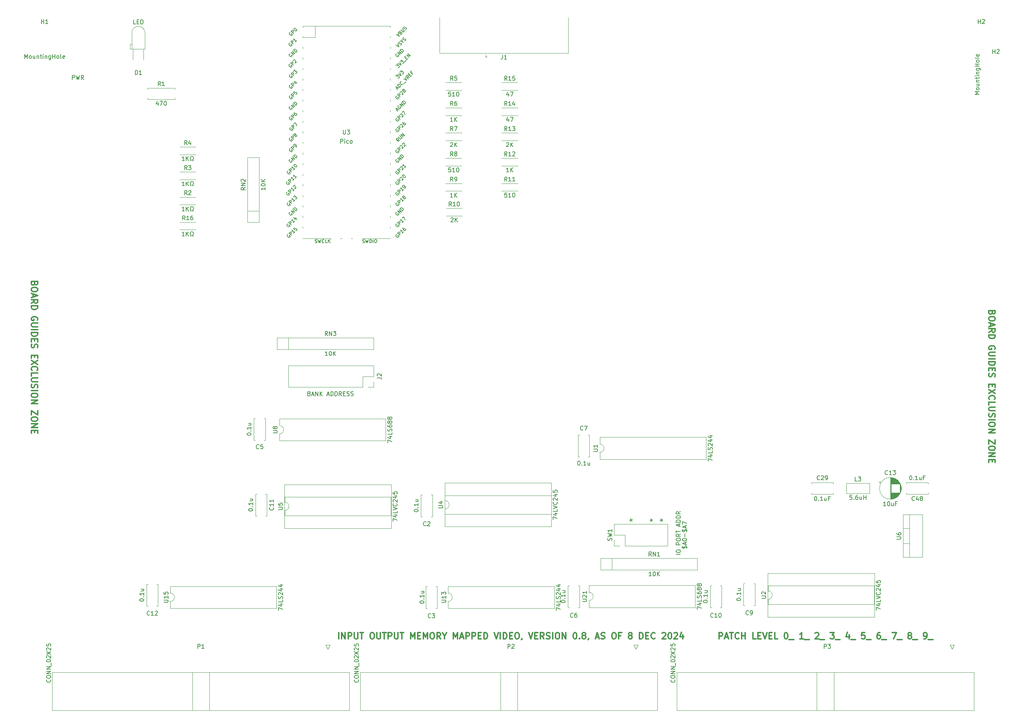
<source format=gbr>
%TF.GenerationSoftware,KiCad,Pcbnew,7.0.1*%
%TF.CreationDate,2024-12-08T14:30:22-06:00*%
%TF.ProjectId,input-output.MappedVideo,696e7075-742d-46f7-9574-7075742e4d61,V0.8*%
%TF.SameCoordinates,Original*%
%TF.FileFunction,Legend,Top*%
%TF.FilePolarity,Positive*%
%FSLAX46Y46*%
G04 Gerber Fmt 4.6, Leading zero omitted, Abs format (unit mm)*
G04 Created by KiCad (PCBNEW 7.0.1) date 2024-12-08 14:30:22*
%MOMM*%
%LPD*%
G01*
G04 APERTURE LIST*
%ADD10C,0.300000*%
%ADD11C,0.150000*%
%ADD12C,0.120000*%
G04 APERTURE END LIST*
D10*
X267591785Y-140785713D02*
X267520357Y-140999999D01*
X267520357Y-140999999D02*
X267448928Y-141071428D01*
X267448928Y-141071428D02*
X267306071Y-141142856D01*
X267306071Y-141142856D02*
X267091785Y-141142856D01*
X267091785Y-141142856D02*
X266948928Y-141071428D01*
X266948928Y-141071428D02*
X266877500Y-140999999D01*
X266877500Y-140999999D02*
X266806071Y-140857142D01*
X266806071Y-140857142D02*
X266806071Y-140285713D01*
X266806071Y-140285713D02*
X268306071Y-140285713D01*
X268306071Y-140285713D02*
X268306071Y-140785713D01*
X268306071Y-140785713D02*
X268234642Y-140928571D01*
X268234642Y-140928571D02*
X268163214Y-140999999D01*
X268163214Y-140999999D02*
X268020357Y-141071428D01*
X268020357Y-141071428D02*
X267877500Y-141071428D01*
X267877500Y-141071428D02*
X267734642Y-140999999D01*
X267734642Y-140999999D02*
X267663214Y-140928571D01*
X267663214Y-140928571D02*
X267591785Y-140785713D01*
X267591785Y-140785713D02*
X267591785Y-140285713D01*
X268306071Y-142071428D02*
X268306071Y-142357142D01*
X268306071Y-142357142D02*
X268234642Y-142499999D01*
X268234642Y-142499999D02*
X268091785Y-142642856D01*
X268091785Y-142642856D02*
X267806071Y-142714285D01*
X267806071Y-142714285D02*
X267306071Y-142714285D01*
X267306071Y-142714285D02*
X267020357Y-142642856D01*
X267020357Y-142642856D02*
X266877500Y-142499999D01*
X266877500Y-142499999D02*
X266806071Y-142357142D01*
X266806071Y-142357142D02*
X266806071Y-142071428D01*
X266806071Y-142071428D02*
X266877500Y-141928571D01*
X266877500Y-141928571D02*
X267020357Y-141785713D01*
X267020357Y-141785713D02*
X267306071Y-141714285D01*
X267306071Y-141714285D02*
X267806071Y-141714285D01*
X267806071Y-141714285D02*
X268091785Y-141785713D01*
X268091785Y-141785713D02*
X268234642Y-141928571D01*
X268234642Y-141928571D02*
X268306071Y-142071428D01*
X267234642Y-143285714D02*
X267234642Y-144000000D01*
X266806071Y-143142857D02*
X268306071Y-143642857D01*
X268306071Y-143642857D02*
X266806071Y-144142857D01*
X266806071Y-145499999D02*
X267520357Y-144999999D01*
X266806071Y-144642856D02*
X268306071Y-144642856D01*
X268306071Y-144642856D02*
X268306071Y-145214285D01*
X268306071Y-145214285D02*
X268234642Y-145357142D01*
X268234642Y-145357142D02*
X268163214Y-145428571D01*
X268163214Y-145428571D02*
X268020357Y-145499999D01*
X268020357Y-145499999D02*
X267806071Y-145499999D01*
X267806071Y-145499999D02*
X267663214Y-145428571D01*
X267663214Y-145428571D02*
X267591785Y-145357142D01*
X267591785Y-145357142D02*
X267520357Y-145214285D01*
X267520357Y-145214285D02*
X267520357Y-144642856D01*
X266806071Y-146142856D02*
X268306071Y-146142856D01*
X268306071Y-146142856D02*
X268306071Y-146499999D01*
X268306071Y-146499999D02*
X268234642Y-146714285D01*
X268234642Y-146714285D02*
X268091785Y-146857142D01*
X268091785Y-146857142D02*
X267948928Y-146928571D01*
X267948928Y-146928571D02*
X267663214Y-146999999D01*
X267663214Y-146999999D02*
X267448928Y-146999999D01*
X267448928Y-146999999D02*
X267163214Y-146928571D01*
X267163214Y-146928571D02*
X267020357Y-146857142D01*
X267020357Y-146857142D02*
X266877500Y-146714285D01*
X266877500Y-146714285D02*
X266806071Y-146499999D01*
X266806071Y-146499999D02*
X266806071Y-146142856D01*
X268234642Y-149571428D02*
X268306071Y-149428571D01*
X268306071Y-149428571D02*
X268306071Y-149214285D01*
X268306071Y-149214285D02*
X268234642Y-148999999D01*
X268234642Y-148999999D02*
X268091785Y-148857142D01*
X268091785Y-148857142D02*
X267948928Y-148785713D01*
X267948928Y-148785713D02*
X267663214Y-148714285D01*
X267663214Y-148714285D02*
X267448928Y-148714285D01*
X267448928Y-148714285D02*
X267163214Y-148785713D01*
X267163214Y-148785713D02*
X267020357Y-148857142D01*
X267020357Y-148857142D02*
X266877500Y-148999999D01*
X266877500Y-148999999D02*
X266806071Y-149214285D01*
X266806071Y-149214285D02*
X266806071Y-149357142D01*
X266806071Y-149357142D02*
X266877500Y-149571428D01*
X266877500Y-149571428D02*
X266948928Y-149642856D01*
X266948928Y-149642856D02*
X267448928Y-149642856D01*
X267448928Y-149642856D02*
X267448928Y-149357142D01*
X268306071Y-150285713D02*
X267091785Y-150285713D01*
X267091785Y-150285713D02*
X266948928Y-150357142D01*
X266948928Y-150357142D02*
X266877500Y-150428571D01*
X266877500Y-150428571D02*
X266806071Y-150571428D01*
X266806071Y-150571428D02*
X266806071Y-150857142D01*
X266806071Y-150857142D02*
X266877500Y-150999999D01*
X266877500Y-150999999D02*
X266948928Y-151071428D01*
X266948928Y-151071428D02*
X267091785Y-151142856D01*
X267091785Y-151142856D02*
X268306071Y-151142856D01*
X266806071Y-151857142D02*
X268306071Y-151857142D01*
X266806071Y-152571428D02*
X268306071Y-152571428D01*
X268306071Y-152571428D02*
X268306071Y-152928571D01*
X268306071Y-152928571D02*
X268234642Y-153142857D01*
X268234642Y-153142857D02*
X268091785Y-153285714D01*
X268091785Y-153285714D02*
X267948928Y-153357143D01*
X267948928Y-153357143D02*
X267663214Y-153428571D01*
X267663214Y-153428571D02*
X267448928Y-153428571D01*
X267448928Y-153428571D02*
X267163214Y-153357143D01*
X267163214Y-153357143D02*
X267020357Y-153285714D01*
X267020357Y-153285714D02*
X266877500Y-153142857D01*
X266877500Y-153142857D02*
X266806071Y-152928571D01*
X266806071Y-152928571D02*
X266806071Y-152571428D01*
X267591785Y-154071428D02*
X267591785Y-154571428D01*
X266806071Y-154785714D02*
X266806071Y-154071428D01*
X266806071Y-154071428D02*
X268306071Y-154071428D01*
X268306071Y-154071428D02*
X268306071Y-154785714D01*
X266877500Y-155357143D02*
X266806071Y-155571429D01*
X266806071Y-155571429D02*
X266806071Y-155928571D01*
X266806071Y-155928571D02*
X266877500Y-156071429D01*
X266877500Y-156071429D02*
X266948928Y-156142857D01*
X266948928Y-156142857D02*
X267091785Y-156214286D01*
X267091785Y-156214286D02*
X267234642Y-156214286D01*
X267234642Y-156214286D02*
X267377500Y-156142857D01*
X267377500Y-156142857D02*
X267448928Y-156071429D01*
X267448928Y-156071429D02*
X267520357Y-155928571D01*
X267520357Y-155928571D02*
X267591785Y-155642857D01*
X267591785Y-155642857D02*
X267663214Y-155500000D01*
X267663214Y-155500000D02*
X267734642Y-155428571D01*
X267734642Y-155428571D02*
X267877500Y-155357143D01*
X267877500Y-155357143D02*
X268020357Y-155357143D01*
X268020357Y-155357143D02*
X268163214Y-155428571D01*
X268163214Y-155428571D02*
X268234642Y-155500000D01*
X268234642Y-155500000D02*
X268306071Y-155642857D01*
X268306071Y-155642857D02*
X268306071Y-156000000D01*
X268306071Y-156000000D02*
X268234642Y-156214286D01*
X267591785Y-157999999D02*
X267591785Y-158499999D01*
X266806071Y-158714285D02*
X266806071Y-157999999D01*
X266806071Y-157999999D02*
X268306071Y-157999999D01*
X268306071Y-157999999D02*
X268306071Y-158714285D01*
X268306071Y-159214285D02*
X266806071Y-160214285D01*
X268306071Y-160214285D02*
X266806071Y-159214285D01*
X266948928Y-161642856D02*
X266877500Y-161571428D01*
X266877500Y-161571428D02*
X266806071Y-161357142D01*
X266806071Y-161357142D02*
X266806071Y-161214285D01*
X266806071Y-161214285D02*
X266877500Y-160999999D01*
X266877500Y-160999999D02*
X267020357Y-160857142D01*
X267020357Y-160857142D02*
X267163214Y-160785713D01*
X267163214Y-160785713D02*
X267448928Y-160714285D01*
X267448928Y-160714285D02*
X267663214Y-160714285D01*
X267663214Y-160714285D02*
X267948928Y-160785713D01*
X267948928Y-160785713D02*
X268091785Y-160857142D01*
X268091785Y-160857142D02*
X268234642Y-160999999D01*
X268234642Y-160999999D02*
X268306071Y-161214285D01*
X268306071Y-161214285D02*
X268306071Y-161357142D01*
X268306071Y-161357142D02*
X268234642Y-161571428D01*
X268234642Y-161571428D02*
X268163214Y-161642856D01*
X266806071Y-162999999D02*
X266806071Y-162285713D01*
X266806071Y-162285713D02*
X268306071Y-162285713D01*
X268306071Y-163499999D02*
X267091785Y-163499999D01*
X267091785Y-163499999D02*
X266948928Y-163571428D01*
X266948928Y-163571428D02*
X266877500Y-163642857D01*
X266877500Y-163642857D02*
X266806071Y-163785714D01*
X266806071Y-163785714D02*
X266806071Y-164071428D01*
X266806071Y-164071428D02*
X266877500Y-164214285D01*
X266877500Y-164214285D02*
X266948928Y-164285714D01*
X266948928Y-164285714D02*
X267091785Y-164357142D01*
X267091785Y-164357142D02*
X268306071Y-164357142D01*
X266877500Y-165000000D02*
X266806071Y-165214286D01*
X266806071Y-165214286D02*
X266806071Y-165571428D01*
X266806071Y-165571428D02*
X266877500Y-165714286D01*
X266877500Y-165714286D02*
X266948928Y-165785714D01*
X266948928Y-165785714D02*
X267091785Y-165857143D01*
X267091785Y-165857143D02*
X267234642Y-165857143D01*
X267234642Y-165857143D02*
X267377500Y-165785714D01*
X267377500Y-165785714D02*
X267448928Y-165714286D01*
X267448928Y-165714286D02*
X267520357Y-165571428D01*
X267520357Y-165571428D02*
X267591785Y-165285714D01*
X267591785Y-165285714D02*
X267663214Y-165142857D01*
X267663214Y-165142857D02*
X267734642Y-165071428D01*
X267734642Y-165071428D02*
X267877500Y-165000000D01*
X267877500Y-165000000D02*
X268020357Y-165000000D01*
X268020357Y-165000000D02*
X268163214Y-165071428D01*
X268163214Y-165071428D02*
X268234642Y-165142857D01*
X268234642Y-165142857D02*
X268306071Y-165285714D01*
X268306071Y-165285714D02*
X268306071Y-165642857D01*
X268306071Y-165642857D02*
X268234642Y-165857143D01*
X266806071Y-166499999D02*
X268306071Y-166499999D01*
X268306071Y-167500000D02*
X268306071Y-167785714D01*
X268306071Y-167785714D02*
X268234642Y-167928571D01*
X268234642Y-167928571D02*
X268091785Y-168071428D01*
X268091785Y-168071428D02*
X267806071Y-168142857D01*
X267806071Y-168142857D02*
X267306071Y-168142857D01*
X267306071Y-168142857D02*
X267020357Y-168071428D01*
X267020357Y-168071428D02*
X266877500Y-167928571D01*
X266877500Y-167928571D02*
X266806071Y-167785714D01*
X266806071Y-167785714D02*
X266806071Y-167500000D01*
X266806071Y-167500000D02*
X266877500Y-167357143D01*
X266877500Y-167357143D02*
X267020357Y-167214285D01*
X267020357Y-167214285D02*
X267306071Y-167142857D01*
X267306071Y-167142857D02*
X267806071Y-167142857D01*
X267806071Y-167142857D02*
X268091785Y-167214285D01*
X268091785Y-167214285D02*
X268234642Y-167357143D01*
X268234642Y-167357143D02*
X268306071Y-167500000D01*
X266806071Y-168785714D02*
X268306071Y-168785714D01*
X268306071Y-168785714D02*
X266806071Y-169642857D01*
X266806071Y-169642857D02*
X268306071Y-169642857D01*
X268306071Y-171357143D02*
X268306071Y-172357143D01*
X268306071Y-172357143D02*
X266806071Y-171357143D01*
X266806071Y-171357143D02*
X266806071Y-172357143D01*
X268306071Y-173214286D02*
X268306071Y-173500000D01*
X268306071Y-173500000D02*
X268234642Y-173642857D01*
X268234642Y-173642857D02*
X268091785Y-173785714D01*
X268091785Y-173785714D02*
X267806071Y-173857143D01*
X267806071Y-173857143D02*
X267306071Y-173857143D01*
X267306071Y-173857143D02*
X267020357Y-173785714D01*
X267020357Y-173785714D02*
X266877500Y-173642857D01*
X266877500Y-173642857D02*
X266806071Y-173500000D01*
X266806071Y-173500000D02*
X266806071Y-173214286D01*
X266806071Y-173214286D02*
X266877500Y-173071429D01*
X266877500Y-173071429D02*
X267020357Y-172928571D01*
X267020357Y-172928571D02*
X267306071Y-172857143D01*
X267306071Y-172857143D02*
X267806071Y-172857143D01*
X267806071Y-172857143D02*
X268091785Y-172928571D01*
X268091785Y-172928571D02*
X268234642Y-173071429D01*
X268234642Y-173071429D02*
X268306071Y-173214286D01*
X266806071Y-174500000D02*
X268306071Y-174500000D01*
X268306071Y-174500000D02*
X266806071Y-175357143D01*
X266806071Y-175357143D02*
X268306071Y-175357143D01*
X267591785Y-176071429D02*
X267591785Y-176571429D01*
X266806071Y-176785715D02*
X266806071Y-176071429D01*
X266806071Y-176071429D02*
X268306071Y-176071429D01*
X268306071Y-176071429D02*
X268306071Y-176785715D01*
X37591785Y-133785713D02*
X37520357Y-133999999D01*
X37520357Y-133999999D02*
X37448928Y-134071428D01*
X37448928Y-134071428D02*
X37306071Y-134142856D01*
X37306071Y-134142856D02*
X37091785Y-134142856D01*
X37091785Y-134142856D02*
X36948928Y-134071428D01*
X36948928Y-134071428D02*
X36877500Y-133999999D01*
X36877500Y-133999999D02*
X36806071Y-133857142D01*
X36806071Y-133857142D02*
X36806071Y-133285713D01*
X36806071Y-133285713D02*
X38306071Y-133285713D01*
X38306071Y-133285713D02*
X38306071Y-133785713D01*
X38306071Y-133785713D02*
X38234642Y-133928571D01*
X38234642Y-133928571D02*
X38163214Y-133999999D01*
X38163214Y-133999999D02*
X38020357Y-134071428D01*
X38020357Y-134071428D02*
X37877500Y-134071428D01*
X37877500Y-134071428D02*
X37734642Y-133999999D01*
X37734642Y-133999999D02*
X37663214Y-133928571D01*
X37663214Y-133928571D02*
X37591785Y-133785713D01*
X37591785Y-133785713D02*
X37591785Y-133285713D01*
X38306071Y-135071428D02*
X38306071Y-135357142D01*
X38306071Y-135357142D02*
X38234642Y-135499999D01*
X38234642Y-135499999D02*
X38091785Y-135642856D01*
X38091785Y-135642856D02*
X37806071Y-135714285D01*
X37806071Y-135714285D02*
X37306071Y-135714285D01*
X37306071Y-135714285D02*
X37020357Y-135642856D01*
X37020357Y-135642856D02*
X36877500Y-135499999D01*
X36877500Y-135499999D02*
X36806071Y-135357142D01*
X36806071Y-135357142D02*
X36806071Y-135071428D01*
X36806071Y-135071428D02*
X36877500Y-134928571D01*
X36877500Y-134928571D02*
X37020357Y-134785713D01*
X37020357Y-134785713D02*
X37306071Y-134714285D01*
X37306071Y-134714285D02*
X37806071Y-134714285D01*
X37806071Y-134714285D02*
X38091785Y-134785713D01*
X38091785Y-134785713D02*
X38234642Y-134928571D01*
X38234642Y-134928571D02*
X38306071Y-135071428D01*
X37234642Y-136285714D02*
X37234642Y-137000000D01*
X36806071Y-136142857D02*
X38306071Y-136642857D01*
X38306071Y-136642857D02*
X36806071Y-137142857D01*
X36806071Y-138499999D02*
X37520357Y-137999999D01*
X36806071Y-137642856D02*
X38306071Y-137642856D01*
X38306071Y-137642856D02*
X38306071Y-138214285D01*
X38306071Y-138214285D02*
X38234642Y-138357142D01*
X38234642Y-138357142D02*
X38163214Y-138428571D01*
X38163214Y-138428571D02*
X38020357Y-138499999D01*
X38020357Y-138499999D02*
X37806071Y-138499999D01*
X37806071Y-138499999D02*
X37663214Y-138428571D01*
X37663214Y-138428571D02*
X37591785Y-138357142D01*
X37591785Y-138357142D02*
X37520357Y-138214285D01*
X37520357Y-138214285D02*
X37520357Y-137642856D01*
X36806071Y-139142856D02*
X38306071Y-139142856D01*
X38306071Y-139142856D02*
X38306071Y-139499999D01*
X38306071Y-139499999D02*
X38234642Y-139714285D01*
X38234642Y-139714285D02*
X38091785Y-139857142D01*
X38091785Y-139857142D02*
X37948928Y-139928571D01*
X37948928Y-139928571D02*
X37663214Y-139999999D01*
X37663214Y-139999999D02*
X37448928Y-139999999D01*
X37448928Y-139999999D02*
X37163214Y-139928571D01*
X37163214Y-139928571D02*
X37020357Y-139857142D01*
X37020357Y-139857142D02*
X36877500Y-139714285D01*
X36877500Y-139714285D02*
X36806071Y-139499999D01*
X36806071Y-139499999D02*
X36806071Y-139142856D01*
X38234642Y-142571428D02*
X38306071Y-142428571D01*
X38306071Y-142428571D02*
X38306071Y-142214285D01*
X38306071Y-142214285D02*
X38234642Y-141999999D01*
X38234642Y-141999999D02*
X38091785Y-141857142D01*
X38091785Y-141857142D02*
X37948928Y-141785713D01*
X37948928Y-141785713D02*
X37663214Y-141714285D01*
X37663214Y-141714285D02*
X37448928Y-141714285D01*
X37448928Y-141714285D02*
X37163214Y-141785713D01*
X37163214Y-141785713D02*
X37020357Y-141857142D01*
X37020357Y-141857142D02*
X36877500Y-141999999D01*
X36877500Y-141999999D02*
X36806071Y-142214285D01*
X36806071Y-142214285D02*
X36806071Y-142357142D01*
X36806071Y-142357142D02*
X36877500Y-142571428D01*
X36877500Y-142571428D02*
X36948928Y-142642856D01*
X36948928Y-142642856D02*
X37448928Y-142642856D01*
X37448928Y-142642856D02*
X37448928Y-142357142D01*
X38306071Y-143285713D02*
X37091785Y-143285713D01*
X37091785Y-143285713D02*
X36948928Y-143357142D01*
X36948928Y-143357142D02*
X36877500Y-143428571D01*
X36877500Y-143428571D02*
X36806071Y-143571428D01*
X36806071Y-143571428D02*
X36806071Y-143857142D01*
X36806071Y-143857142D02*
X36877500Y-143999999D01*
X36877500Y-143999999D02*
X36948928Y-144071428D01*
X36948928Y-144071428D02*
X37091785Y-144142856D01*
X37091785Y-144142856D02*
X38306071Y-144142856D01*
X36806071Y-144857142D02*
X38306071Y-144857142D01*
X36806071Y-145571428D02*
X38306071Y-145571428D01*
X38306071Y-145571428D02*
X38306071Y-145928571D01*
X38306071Y-145928571D02*
X38234642Y-146142857D01*
X38234642Y-146142857D02*
X38091785Y-146285714D01*
X38091785Y-146285714D02*
X37948928Y-146357143D01*
X37948928Y-146357143D02*
X37663214Y-146428571D01*
X37663214Y-146428571D02*
X37448928Y-146428571D01*
X37448928Y-146428571D02*
X37163214Y-146357143D01*
X37163214Y-146357143D02*
X37020357Y-146285714D01*
X37020357Y-146285714D02*
X36877500Y-146142857D01*
X36877500Y-146142857D02*
X36806071Y-145928571D01*
X36806071Y-145928571D02*
X36806071Y-145571428D01*
X37591785Y-147071428D02*
X37591785Y-147571428D01*
X36806071Y-147785714D02*
X36806071Y-147071428D01*
X36806071Y-147071428D02*
X38306071Y-147071428D01*
X38306071Y-147071428D02*
X38306071Y-147785714D01*
X36877500Y-148357143D02*
X36806071Y-148571429D01*
X36806071Y-148571429D02*
X36806071Y-148928571D01*
X36806071Y-148928571D02*
X36877500Y-149071429D01*
X36877500Y-149071429D02*
X36948928Y-149142857D01*
X36948928Y-149142857D02*
X37091785Y-149214286D01*
X37091785Y-149214286D02*
X37234642Y-149214286D01*
X37234642Y-149214286D02*
X37377500Y-149142857D01*
X37377500Y-149142857D02*
X37448928Y-149071429D01*
X37448928Y-149071429D02*
X37520357Y-148928571D01*
X37520357Y-148928571D02*
X37591785Y-148642857D01*
X37591785Y-148642857D02*
X37663214Y-148500000D01*
X37663214Y-148500000D02*
X37734642Y-148428571D01*
X37734642Y-148428571D02*
X37877500Y-148357143D01*
X37877500Y-148357143D02*
X38020357Y-148357143D01*
X38020357Y-148357143D02*
X38163214Y-148428571D01*
X38163214Y-148428571D02*
X38234642Y-148500000D01*
X38234642Y-148500000D02*
X38306071Y-148642857D01*
X38306071Y-148642857D02*
X38306071Y-149000000D01*
X38306071Y-149000000D02*
X38234642Y-149214286D01*
X37591785Y-150999999D02*
X37591785Y-151499999D01*
X36806071Y-151714285D02*
X36806071Y-150999999D01*
X36806071Y-150999999D02*
X38306071Y-150999999D01*
X38306071Y-150999999D02*
X38306071Y-151714285D01*
X38306071Y-152214285D02*
X36806071Y-153214285D01*
X38306071Y-153214285D02*
X36806071Y-152214285D01*
X36948928Y-154642856D02*
X36877500Y-154571428D01*
X36877500Y-154571428D02*
X36806071Y-154357142D01*
X36806071Y-154357142D02*
X36806071Y-154214285D01*
X36806071Y-154214285D02*
X36877500Y-153999999D01*
X36877500Y-153999999D02*
X37020357Y-153857142D01*
X37020357Y-153857142D02*
X37163214Y-153785713D01*
X37163214Y-153785713D02*
X37448928Y-153714285D01*
X37448928Y-153714285D02*
X37663214Y-153714285D01*
X37663214Y-153714285D02*
X37948928Y-153785713D01*
X37948928Y-153785713D02*
X38091785Y-153857142D01*
X38091785Y-153857142D02*
X38234642Y-153999999D01*
X38234642Y-153999999D02*
X38306071Y-154214285D01*
X38306071Y-154214285D02*
X38306071Y-154357142D01*
X38306071Y-154357142D02*
X38234642Y-154571428D01*
X38234642Y-154571428D02*
X38163214Y-154642856D01*
X36806071Y-155999999D02*
X36806071Y-155285713D01*
X36806071Y-155285713D02*
X38306071Y-155285713D01*
X38306071Y-156499999D02*
X37091785Y-156499999D01*
X37091785Y-156499999D02*
X36948928Y-156571428D01*
X36948928Y-156571428D02*
X36877500Y-156642857D01*
X36877500Y-156642857D02*
X36806071Y-156785714D01*
X36806071Y-156785714D02*
X36806071Y-157071428D01*
X36806071Y-157071428D02*
X36877500Y-157214285D01*
X36877500Y-157214285D02*
X36948928Y-157285714D01*
X36948928Y-157285714D02*
X37091785Y-157357142D01*
X37091785Y-157357142D02*
X38306071Y-157357142D01*
X36877500Y-158000000D02*
X36806071Y-158214286D01*
X36806071Y-158214286D02*
X36806071Y-158571428D01*
X36806071Y-158571428D02*
X36877500Y-158714286D01*
X36877500Y-158714286D02*
X36948928Y-158785714D01*
X36948928Y-158785714D02*
X37091785Y-158857143D01*
X37091785Y-158857143D02*
X37234642Y-158857143D01*
X37234642Y-158857143D02*
X37377500Y-158785714D01*
X37377500Y-158785714D02*
X37448928Y-158714286D01*
X37448928Y-158714286D02*
X37520357Y-158571428D01*
X37520357Y-158571428D02*
X37591785Y-158285714D01*
X37591785Y-158285714D02*
X37663214Y-158142857D01*
X37663214Y-158142857D02*
X37734642Y-158071428D01*
X37734642Y-158071428D02*
X37877500Y-158000000D01*
X37877500Y-158000000D02*
X38020357Y-158000000D01*
X38020357Y-158000000D02*
X38163214Y-158071428D01*
X38163214Y-158071428D02*
X38234642Y-158142857D01*
X38234642Y-158142857D02*
X38306071Y-158285714D01*
X38306071Y-158285714D02*
X38306071Y-158642857D01*
X38306071Y-158642857D02*
X38234642Y-158857143D01*
X36806071Y-159499999D02*
X38306071Y-159499999D01*
X38306071Y-160500000D02*
X38306071Y-160785714D01*
X38306071Y-160785714D02*
X38234642Y-160928571D01*
X38234642Y-160928571D02*
X38091785Y-161071428D01*
X38091785Y-161071428D02*
X37806071Y-161142857D01*
X37806071Y-161142857D02*
X37306071Y-161142857D01*
X37306071Y-161142857D02*
X37020357Y-161071428D01*
X37020357Y-161071428D02*
X36877500Y-160928571D01*
X36877500Y-160928571D02*
X36806071Y-160785714D01*
X36806071Y-160785714D02*
X36806071Y-160500000D01*
X36806071Y-160500000D02*
X36877500Y-160357143D01*
X36877500Y-160357143D02*
X37020357Y-160214285D01*
X37020357Y-160214285D02*
X37306071Y-160142857D01*
X37306071Y-160142857D02*
X37806071Y-160142857D01*
X37806071Y-160142857D02*
X38091785Y-160214285D01*
X38091785Y-160214285D02*
X38234642Y-160357143D01*
X38234642Y-160357143D02*
X38306071Y-160500000D01*
X36806071Y-161785714D02*
X38306071Y-161785714D01*
X38306071Y-161785714D02*
X36806071Y-162642857D01*
X36806071Y-162642857D02*
X38306071Y-162642857D01*
X38306071Y-164357143D02*
X38306071Y-165357143D01*
X38306071Y-165357143D02*
X36806071Y-164357143D01*
X36806071Y-164357143D02*
X36806071Y-165357143D01*
X38306071Y-166214286D02*
X38306071Y-166500000D01*
X38306071Y-166500000D02*
X38234642Y-166642857D01*
X38234642Y-166642857D02*
X38091785Y-166785714D01*
X38091785Y-166785714D02*
X37806071Y-166857143D01*
X37806071Y-166857143D02*
X37306071Y-166857143D01*
X37306071Y-166857143D02*
X37020357Y-166785714D01*
X37020357Y-166785714D02*
X36877500Y-166642857D01*
X36877500Y-166642857D02*
X36806071Y-166500000D01*
X36806071Y-166500000D02*
X36806071Y-166214286D01*
X36806071Y-166214286D02*
X36877500Y-166071429D01*
X36877500Y-166071429D02*
X37020357Y-165928571D01*
X37020357Y-165928571D02*
X37306071Y-165857143D01*
X37306071Y-165857143D02*
X37806071Y-165857143D01*
X37806071Y-165857143D02*
X38091785Y-165928571D01*
X38091785Y-165928571D02*
X38234642Y-166071429D01*
X38234642Y-166071429D02*
X38306071Y-166214286D01*
X36806071Y-167500000D02*
X38306071Y-167500000D01*
X38306071Y-167500000D02*
X36806071Y-168357143D01*
X36806071Y-168357143D02*
X38306071Y-168357143D01*
X37591785Y-169071429D02*
X37591785Y-169571429D01*
X36806071Y-169785715D02*
X36806071Y-169071429D01*
X36806071Y-169071429D02*
X38306071Y-169071429D01*
X38306071Y-169071429D02*
X38306071Y-169785715D01*
X202000003Y-219193928D02*
X202000003Y-217693928D01*
X202000003Y-217693928D02*
X202571432Y-217693928D01*
X202571432Y-217693928D02*
X202714289Y-217765357D01*
X202714289Y-217765357D02*
X202785718Y-217836785D01*
X202785718Y-217836785D02*
X202857146Y-217979642D01*
X202857146Y-217979642D02*
X202857146Y-218193928D01*
X202857146Y-218193928D02*
X202785718Y-218336785D01*
X202785718Y-218336785D02*
X202714289Y-218408214D01*
X202714289Y-218408214D02*
X202571432Y-218479642D01*
X202571432Y-218479642D02*
X202000003Y-218479642D01*
X203428575Y-218765357D02*
X204142861Y-218765357D01*
X203285718Y-219193928D02*
X203785718Y-217693928D01*
X203785718Y-217693928D02*
X204285718Y-219193928D01*
X204571432Y-217693928D02*
X205428575Y-217693928D01*
X205000003Y-219193928D02*
X205000003Y-217693928D01*
X206785717Y-219051071D02*
X206714289Y-219122500D01*
X206714289Y-219122500D02*
X206500003Y-219193928D01*
X206500003Y-219193928D02*
X206357146Y-219193928D01*
X206357146Y-219193928D02*
X206142860Y-219122500D01*
X206142860Y-219122500D02*
X206000003Y-218979642D01*
X206000003Y-218979642D02*
X205928574Y-218836785D01*
X205928574Y-218836785D02*
X205857146Y-218551071D01*
X205857146Y-218551071D02*
X205857146Y-218336785D01*
X205857146Y-218336785D02*
X205928574Y-218051071D01*
X205928574Y-218051071D02*
X206000003Y-217908214D01*
X206000003Y-217908214D02*
X206142860Y-217765357D01*
X206142860Y-217765357D02*
X206357146Y-217693928D01*
X206357146Y-217693928D02*
X206500003Y-217693928D01*
X206500003Y-217693928D02*
X206714289Y-217765357D01*
X206714289Y-217765357D02*
X206785717Y-217836785D01*
X207428574Y-219193928D02*
X207428574Y-217693928D01*
X207428574Y-218408214D02*
X208285717Y-218408214D01*
X208285717Y-219193928D02*
X208285717Y-217693928D01*
X210857146Y-219193928D02*
X210142860Y-219193928D01*
X210142860Y-219193928D02*
X210142860Y-217693928D01*
X211357146Y-218408214D02*
X211857146Y-218408214D01*
X212071432Y-219193928D02*
X211357146Y-219193928D01*
X211357146Y-219193928D02*
X211357146Y-217693928D01*
X211357146Y-217693928D02*
X212071432Y-217693928D01*
X212500004Y-217693928D02*
X213000004Y-219193928D01*
X213000004Y-219193928D02*
X213500004Y-217693928D01*
X214000003Y-218408214D02*
X214500003Y-218408214D01*
X214714289Y-219193928D02*
X214000003Y-219193928D01*
X214000003Y-219193928D02*
X214000003Y-217693928D01*
X214000003Y-217693928D02*
X214714289Y-217693928D01*
X216071432Y-219193928D02*
X215357146Y-219193928D01*
X215357146Y-219193928D02*
X215357146Y-217693928D01*
X218000004Y-217693928D02*
X218142861Y-217693928D01*
X218142861Y-217693928D02*
X218285718Y-217765357D01*
X218285718Y-217765357D02*
X218357147Y-217836785D01*
X218357147Y-217836785D02*
X218428575Y-217979642D01*
X218428575Y-217979642D02*
X218500004Y-218265357D01*
X218500004Y-218265357D02*
X218500004Y-218622500D01*
X218500004Y-218622500D02*
X218428575Y-218908214D01*
X218428575Y-218908214D02*
X218357147Y-219051071D01*
X218357147Y-219051071D02*
X218285718Y-219122500D01*
X218285718Y-219122500D02*
X218142861Y-219193928D01*
X218142861Y-219193928D02*
X218000004Y-219193928D01*
X218000004Y-219193928D02*
X217857147Y-219122500D01*
X217857147Y-219122500D02*
X217785718Y-219051071D01*
X217785718Y-219051071D02*
X217714289Y-218908214D01*
X217714289Y-218908214D02*
X217642861Y-218622500D01*
X217642861Y-218622500D02*
X217642861Y-218265357D01*
X217642861Y-218265357D02*
X217714289Y-217979642D01*
X217714289Y-217979642D02*
X217785718Y-217836785D01*
X217785718Y-217836785D02*
X217857147Y-217765357D01*
X217857147Y-217765357D02*
X218000004Y-217693928D01*
X218785718Y-219336785D02*
X219928575Y-219336785D01*
X222214289Y-219193928D02*
X221357146Y-219193928D01*
X221785717Y-219193928D02*
X221785717Y-217693928D01*
X221785717Y-217693928D02*
X221642860Y-217908214D01*
X221642860Y-217908214D02*
X221500003Y-218051071D01*
X221500003Y-218051071D02*
X221357146Y-218122500D01*
X222500003Y-219336785D02*
X223642860Y-219336785D01*
X225071431Y-217836785D02*
X225142859Y-217765357D01*
X225142859Y-217765357D02*
X225285717Y-217693928D01*
X225285717Y-217693928D02*
X225642859Y-217693928D01*
X225642859Y-217693928D02*
X225785717Y-217765357D01*
X225785717Y-217765357D02*
X225857145Y-217836785D01*
X225857145Y-217836785D02*
X225928574Y-217979642D01*
X225928574Y-217979642D02*
X225928574Y-218122500D01*
X225928574Y-218122500D02*
X225857145Y-218336785D01*
X225857145Y-218336785D02*
X225000002Y-219193928D01*
X225000002Y-219193928D02*
X225928574Y-219193928D01*
X226214288Y-219336785D02*
X227357145Y-219336785D01*
X228714287Y-217693928D02*
X229642859Y-217693928D01*
X229642859Y-217693928D02*
X229142859Y-218265357D01*
X229142859Y-218265357D02*
X229357144Y-218265357D01*
X229357144Y-218265357D02*
X229500002Y-218336785D01*
X229500002Y-218336785D02*
X229571430Y-218408214D01*
X229571430Y-218408214D02*
X229642859Y-218551071D01*
X229642859Y-218551071D02*
X229642859Y-218908214D01*
X229642859Y-218908214D02*
X229571430Y-219051071D01*
X229571430Y-219051071D02*
X229500002Y-219122500D01*
X229500002Y-219122500D02*
X229357144Y-219193928D01*
X229357144Y-219193928D02*
X228928573Y-219193928D01*
X228928573Y-219193928D02*
X228785716Y-219122500D01*
X228785716Y-219122500D02*
X228714287Y-219051071D01*
X229928573Y-219336785D02*
X231071430Y-219336785D01*
X233214287Y-218193928D02*
X233214287Y-219193928D01*
X232857144Y-217622500D02*
X232500001Y-218693928D01*
X232500001Y-218693928D02*
X233428572Y-218693928D01*
X233642858Y-219336785D02*
X234785715Y-219336785D01*
X237000000Y-217693928D02*
X236285714Y-217693928D01*
X236285714Y-217693928D02*
X236214286Y-218408214D01*
X236214286Y-218408214D02*
X236285714Y-218336785D01*
X236285714Y-218336785D02*
X236428572Y-218265357D01*
X236428572Y-218265357D02*
X236785714Y-218265357D01*
X236785714Y-218265357D02*
X236928572Y-218336785D01*
X236928572Y-218336785D02*
X237000000Y-218408214D01*
X237000000Y-218408214D02*
X237071429Y-218551071D01*
X237071429Y-218551071D02*
X237071429Y-218908214D01*
X237071429Y-218908214D02*
X237000000Y-219051071D01*
X237000000Y-219051071D02*
X236928572Y-219122500D01*
X236928572Y-219122500D02*
X236785714Y-219193928D01*
X236785714Y-219193928D02*
X236428572Y-219193928D01*
X236428572Y-219193928D02*
X236285714Y-219122500D01*
X236285714Y-219122500D02*
X236214286Y-219051071D01*
X237357143Y-219336785D02*
X238500000Y-219336785D01*
X240642857Y-217693928D02*
X240357142Y-217693928D01*
X240357142Y-217693928D02*
X240214285Y-217765357D01*
X240214285Y-217765357D02*
X240142857Y-217836785D01*
X240142857Y-217836785D02*
X239999999Y-218051071D01*
X239999999Y-218051071D02*
X239928571Y-218336785D01*
X239928571Y-218336785D02*
X239928571Y-218908214D01*
X239928571Y-218908214D02*
X239999999Y-219051071D01*
X239999999Y-219051071D02*
X240071428Y-219122500D01*
X240071428Y-219122500D02*
X240214285Y-219193928D01*
X240214285Y-219193928D02*
X240499999Y-219193928D01*
X240499999Y-219193928D02*
X240642857Y-219122500D01*
X240642857Y-219122500D02*
X240714285Y-219051071D01*
X240714285Y-219051071D02*
X240785714Y-218908214D01*
X240785714Y-218908214D02*
X240785714Y-218551071D01*
X240785714Y-218551071D02*
X240714285Y-218408214D01*
X240714285Y-218408214D02*
X240642857Y-218336785D01*
X240642857Y-218336785D02*
X240499999Y-218265357D01*
X240499999Y-218265357D02*
X240214285Y-218265357D01*
X240214285Y-218265357D02*
X240071428Y-218336785D01*
X240071428Y-218336785D02*
X239999999Y-218408214D01*
X239999999Y-218408214D02*
X239928571Y-218551071D01*
X241071428Y-219336785D02*
X242214285Y-219336785D01*
X243571427Y-217693928D02*
X244571427Y-217693928D01*
X244571427Y-217693928D02*
X243928570Y-219193928D01*
X244785713Y-219336785D02*
X245928570Y-219336785D01*
X247642855Y-218336785D02*
X247499998Y-218265357D01*
X247499998Y-218265357D02*
X247428569Y-218193928D01*
X247428569Y-218193928D02*
X247357141Y-218051071D01*
X247357141Y-218051071D02*
X247357141Y-217979642D01*
X247357141Y-217979642D02*
X247428569Y-217836785D01*
X247428569Y-217836785D02*
X247499998Y-217765357D01*
X247499998Y-217765357D02*
X247642855Y-217693928D01*
X247642855Y-217693928D02*
X247928569Y-217693928D01*
X247928569Y-217693928D02*
X248071427Y-217765357D01*
X248071427Y-217765357D02*
X248142855Y-217836785D01*
X248142855Y-217836785D02*
X248214284Y-217979642D01*
X248214284Y-217979642D02*
X248214284Y-218051071D01*
X248214284Y-218051071D02*
X248142855Y-218193928D01*
X248142855Y-218193928D02*
X248071427Y-218265357D01*
X248071427Y-218265357D02*
X247928569Y-218336785D01*
X247928569Y-218336785D02*
X247642855Y-218336785D01*
X247642855Y-218336785D02*
X247499998Y-218408214D01*
X247499998Y-218408214D02*
X247428569Y-218479642D01*
X247428569Y-218479642D02*
X247357141Y-218622500D01*
X247357141Y-218622500D02*
X247357141Y-218908214D01*
X247357141Y-218908214D02*
X247428569Y-219051071D01*
X247428569Y-219051071D02*
X247499998Y-219122500D01*
X247499998Y-219122500D02*
X247642855Y-219193928D01*
X247642855Y-219193928D02*
X247928569Y-219193928D01*
X247928569Y-219193928D02*
X248071427Y-219122500D01*
X248071427Y-219122500D02*
X248142855Y-219051071D01*
X248142855Y-219051071D02*
X248214284Y-218908214D01*
X248214284Y-218908214D02*
X248214284Y-218622500D01*
X248214284Y-218622500D02*
X248142855Y-218479642D01*
X248142855Y-218479642D02*
X248071427Y-218408214D01*
X248071427Y-218408214D02*
X247928569Y-218336785D01*
X248499998Y-219336785D02*
X249642855Y-219336785D01*
X251214283Y-219193928D02*
X251499997Y-219193928D01*
X251499997Y-219193928D02*
X251642854Y-219122500D01*
X251642854Y-219122500D02*
X251714283Y-219051071D01*
X251714283Y-219051071D02*
X251857140Y-218836785D01*
X251857140Y-218836785D02*
X251928569Y-218551071D01*
X251928569Y-218551071D02*
X251928569Y-217979642D01*
X251928569Y-217979642D02*
X251857140Y-217836785D01*
X251857140Y-217836785D02*
X251785712Y-217765357D01*
X251785712Y-217765357D02*
X251642854Y-217693928D01*
X251642854Y-217693928D02*
X251357140Y-217693928D01*
X251357140Y-217693928D02*
X251214283Y-217765357D01*
X251214283Y-217765357D02*
X251142854Y-217836785D01*
X251142854Y-217836785D02*
X251071426Y-217979642D01*
X251071426Y-217979642D02*
X251071426Y-218336785D01*
X251071426Y-218336785D02*
X251142854Y-218479642D01*
X251142854Y-218479642D02*
X251214283Y-218551071D01*
X251214283Y-218551071D02*
X251357140Y-218622500D01*
X251357140Y-218622500D02*
X251642854Y-218622500D01*
X251642854Y-218622500D02*
X251785712Y-218551071D01*
X251785712Y-218551071D02*
X251857140Y-218479642D01*
X251857140Y-218479642D02*
X251928569Y-218336785D01*
X252214283Y-219336785D02*
X253357140Y-219336785D01*
X110607142Y-219193928D02*
X110607142Y-217693928D01*
X111321428Y-219193928D02*
X111321428Y-217693928D01*
X111321428Y-217693928D02*
X112178571Y-219193928D01*
X112178571Y-219193928D02*
X112178571Y-217693928D01*
X112892857Y-219193928D02*
X112892857Y-217693928D01*
X112892857Y-217693928D02*
X113464286Y-217693928D01*
X113464286Y-217693928D02*
X113607143Y-217765357D01*
X113607143Y-217765357D02*
X113678572Y-217836785D01*
X113678572Y-217836785D02*
X113750000Y-217979642D01*
X113750000Y-217979642D02*
X113750000Y-218193928D01*
X113750000Y-218193928D02*
X113678572Y-218336785D01*
X113678572Y-218336785D02*
X113607143Y-218408214D01*
X113607143Y-218408214D02*
X113464286Y-218479642D01*
X113464286Y-218479642D02*
X112892857Y-218479642D01*
X114392857Y-217693928D02*
X114392857Y-218908214D01*
X114392857Y-218908214D02*
X114464286Y-219051071D01*
X114464286Y-219051071D02*
X114535715Y-219122500D01*
X114535715Y-219122500D02*
X114678572Y-219193928D01*
X114678572Y-219193928D02*
X114964286Y-219193928D01*
X114964286Y-219193928D02*
X115107143Y-219122500D01*
X115107143Y-219122500D02*
X115178572Y-219051071D01*
X115178572Y-219051071D02*
X115250000Y-218908214D01*
X115250000Y-218908214D02*
X115250000Y-217693928D01*
X115750001Y-217693928D02*
X116607144Y-217693928D01*
X116178572Y-219193928D02*
X116178572Y-217693928D01*
X118535715Y-217693928D02*
X118821429Y-217693928D01*
X118821429Y-217693928D02*
X118964286Y-217765357D01*
X118964286Y-217765357D02*
X119107143Y-217908214D01*
X119107143Y-217908214D02*
X119178572Y-218193928D01*
X119178572Y-218193928D02*
X119178572Y-218693928D01*
X119178572Y-218693928D02*
X119107143Y-218979642D01*
X119107143Y-218979642D02*
X118964286Y-219122500D01*
X118964286Y-219122500D02*
X118821429Y-219193928D01*
X118821429Y-219193928D02*
X118535715Y-219193928D01*
X118535715Y-219193928D02*
X118392858Y-219122500D01*
X118392858Y-219122500D02*
X118250000Y-218979642D01*
X118250000Y-218979642D02*
X118178572Y-218693928D01*
X118178572Y-218693928D02*
X118178572Y-218193928D01*
X118178572Y-218193928D02*
X118250000Y-217908214D01*
X118250000Y-217908214D02*
X118392858Y-217765357D01*
X118392858Y-217765357D02*
X118535715Y-217693928D01*
X119821429Y-217693928D02*
X119821429Y-218908214D01*
X119821429Y-218908214D02*
X119892858Y-219051071D01*
X119892858Y-219051071D02*
X119964287Y-219122500D01*
X119964287Y-219122500D02*
X120107144Y-219193928D01*
X120107144Y-219193928D02*
X120392858Y-219193928D01*
X120392858Y-219193928D02*
X120535715Y-219122500D01*
X120535715Y-219122500D02*
X120607144Y-219051071D01*
X120607144Y-219051071D02*
X120678572Y-218908214D01*
X120678572Y-218908214D02*
X120678572Y-217693928D01*
X121178573Y-217693928D02*
X122035716Y-217693928D01*
X121607144Y-219193928D02*
X121607144Y-217693928D01*
X122535715Y-219193928D02*
X122535715Y-217693928D01*
X122535715Y-217693928D02*
X123107144Y-217693928D01*
X123107144Y-217693928D02*
X123250001Y-217765357D01*
X123250001Y-217765357D02*
X123321430Y-217836785D01*
X123321430Y-217836785D02*
X123392858Y-217979642D01*
X123392858Y-217979642D02*
X123392858Y-218193928D01*
X123392858Y-218193928D02*
X123321430Y-218336785D01*
X123321430Y-218336785D02*
X123250001Y-218408214D01*
X123250001Y-218408214D02*
X123107144Y-218479642D01*
X123107144Y-218479642D02*
X122535715Y-218479642D01*
X124035715Y-217693928D02*
X124035715Y-218908214D01*
X124035715Y-218908214D02*
X124107144Y-219051071D01*
X124107144Y-219051071D02*
X124178573Y-219122500D01*
X124178573Y-219122500D02*
X124321430Y-219193928D01*
X124321430Y-219193928D02*
X124607144Y-219193928D01*
X124607144Y-219193928D02*
X124750001Y-219122500D01*
X124750001Y-219122500D02*
X124821430Y-219051071D01*
X124821430Y-219051071D02*
X124892858Y-218908214D01*
X124892858Y-218908214D02*
X124892858Y-217693928D01*
X125392859Y-217693928D02*
X126250002Y-217693928D01*
X125821430Y-219193928D02*
X125821430Y-217693928D01*
X127892858Y-219193928D02*
X127892858Y-217693928D01*
X127892858Y-217693928D02*
X128392858Y-218765357D01*
X128392858Y-218765357D02*
X128892858Y-217693928D01*
X128892858Y-217693928D02*
X128892858Y-219193928D01*
X129607144Y-218408214D02*
X130107144Y-218408214D01*
X130321430Y-219193928D02*
X129607144Y-219193928D01*
X129607144Y-219193928D02*
X129607144Y-217693928D01*
X129607144Y-217693928D02*
X130321430Y-217693928D01*
X130964287Y-219193928D02*
X130964287Y-217693928D01*
X130964287Y-217693928D02*
X131464287Y-218765357D01*
X131464287Y-218765357D02*
X131964287Y-217693928D01*
X131964287Y-217693928D02*
X131964287Y-219193928D01*
X132964288Y-217693928D02*
X133250002Y-217693928D01*
X133250002Y-217693928D02*
X133392859Y-217765357D01*
X133392859Y-217765357D02*
X133535716Y-217908214D01*
X133535716Y-217908214D02*
X133607145Y-218193928D01*
X133607145Y-218193928D02*
X133607145Y-218693928D01*
X133607145Y-218693928D02*
X133535716Y-218979642D01*
X133535716Y-218979642D02*
X133392859Y-219122500D01*
X133392859Y-219122500D02*
X133250002Y-219193928D01*
X133250002Y-219193928D02*
X132964288Y-219193928D01*
X132964288Y-219193928D02*
X132821431Y-219122500D01*
X132821431Y-219122500D02*
X132678573Y-218979642D01*
X132678573Y-218979642D02*
X132607145Y-218693928D01*
X132607145Y-218693928D02*
X132607145Y-218193928D01*
X132607145Y-218193928D02*
X132678573Y-217908214D01*
X132678573Y-217908214D02*
X132821431Y-217765357D01*
X132821431Y-217765357D02*
X132964288Y-217693928D01*
X135107145Y-219193928D02*
X134607145Y-218479642D01*
X134250002Y-219193928D02*
X134250002Y-217693928D01*
X134250002Y-217693928D02*
X134821431Y-217693928D01*
X134821431Y-217693928D02*
X134964288Y-217765357D01*
X134964288Y-217765357D02*
X135035717Y-217836785D01*
X135035717Y-217836785D02*
X135107145Y-217979642D01*
X135107145Y-217979642D02*
X135107145Y-218193928D01*
X135107145Y-218193928D02*
X135035717Y-218336785D01*
X135035717Y-218336785D02*
X134964288Y-218408214D01*
X134964288Y-218408214D02*
X134821431Y-218479642D01*
X134821431Y-218479642D02*
X134250002Y-218479642D01*
X136035717Y-218479642D02*
X136035717Y-219193928D01*
X135535717Y-217693928D02*
X136035717Y-218479642D01*
X136035717Y-218479642D02*
X136535717Y-217693928D01*
X138178573Y-219193928D02*
X138178573Y-217693928D01*
X138178573Y-217693928D02*
X138678573Y-218765357D01*
X138678573Y-218765357D02*
X139178573Y-217693928D01*
X139178573Y-217693928D02*
X139178573Y-219193928D01*
X139821431Y-218765357D02*
X140535717Y-218765357D01*
X139678574Y-219193928D02*
X140178574Y-217693928D01*
X140178574Y-217693928D02*
X140678574Y-219193928D01*
X141178573Y-219193928D02*
X141178573Y-217693928D01*
X141178573Y-217693928D02*
X141750002Y-217693928D01*
X141750002Y-217693928D02*
X141892859Y-217765357D01*
X141892859Y-217765357D02*
X141964288Y-217836785D01*
X141964288Y-217836785D02*
X142035716Y-217979642D01*
X142035716Y-217979642D02*
X142035716Y-218193928D01*
X142035716Y-218193928D02*
X141964288Y-218336785D01*
X141964288Y-218336785D02*
X141892859Y-218408214D01*
X141892859Y-218408214D02*
X141750002Y-218479642D01*
X141750002Y-218479642D02*
X141178573Y-218479642D01*
X142678573Y-219193928D02*
X142678573Y-217693928D01*
X142678573Y-217693928D02*
X143250002Y-217693928D01*
X143250002Y-217693928D02*
X143392859Y-217765357D01*
X143392859Y-217765357D02*
X143464288Y-217836785D01*
X143464288Y-217836785D02*
X143535716Y-217979642D01*
X143535716Y-217979642D02*
X143535716Y-218193928D01*
X143535716Y-218193928D02*
X143464288Y-218336785D01*
X143464288Y-218336785D02*
X143392859Y-218408214D01*
X143392859Y-218408214D02*
X143250002Y-218479642D01*
X143250002Y-218479642D02*
X142678573Y-218479642D01*
X144178573Y-218408214D02*
X144678573Y-218408214D01*
X144892859Y-219193928D02*
X144178573Y-219193928D01*
X144178573Y-219193928D02*
X144178573Y-217693928D01*
X144178573Y-217693928D02*
X144892859Y-217693928D01*
X145535716Y-219193928D02*
X145535716Y-217693928D01*
X145535716Y-217693928D02*
X145892859Y-217693928D01*
X145892859Y-217693928D02*
X146107145Y-217765357D01*
X146107145Y-217765357D02*
X146250002Y-217908214D01*
X146250002Y-217908214D02*
X146321431Y-218051071D01*
X146321431Y-218051071D02*
X146392859Y-218336785D01*
X146392859Y-218336785D02*
X146392859Y-218551071D01*
X146392859Y-218551071D02*
X146321431Y-218836785D01*
X146321431Y-218836785D02*
X146250002Y-218979642D01*
X146250002Y-218979642D02*
X146107145Y-219122500D01*
X146107145Y-219122500D02*
X145892859Y-219193928D01*
X145892859Y-219193928D02*
X145535716Y-219193928D01*
X147964288Y-217693928D02*
X148464288Y-219193928D01*
X148464288Y-219193928D02*
X148964288Y-217693928D01*
X149464287Y-219193928D02*
X149464287Y-217693928D01*
X150178573Y-219193928D02*
X150178573Y-217693928D01*
X150178573Y-217693928D02*
X150535716Y-217693928D01*
X150535716Y-217693928D02*
X150750002Y-217765357D01*
X150750002Y-217765357D02*
X150892859Y-217908214D01*
X150892859Y-217908214D02*
X150964288Y-218051071D01*
X150964288Y-218051071D02*
X151035716Y-218336785D01*
X151035716Y-218336785D02*
X151035716Y-218551071D01*
X151035716Y-218551071D02*
X150964288Y-218836785D01*
X150964288Y-218836785D02*
X150892859Y-218979642D01*
X150892859Y-218979642D02*
X150750002Y-219122500D01*
X150750002Y-219122500D02*
X150535716Y-219193928D01*
X150535716Y-219193928D02*
X150178573Y-219193928D01*
X151678573Y-218408214D02*
X152178573Y-218408214D01*
X152392859Y-219193928D02*
X151678573Y-219193928D01*
X151678573Y-219193928D02*
X151678573Y-217693928D01*
X151678573Y-217693928D02*
X152392859Y-217693928D01*
X153321431Y-217693928D02*
X153607145Y-217693928D01*
X153607145Y-217693928D02*
X153750002Y-217765357D01*
X153750002Y-217765357D02*
X153892859Y-217908214D01*
X153892859Y-217908214D02*
X153964288Y-218193928D01*
X153964288Y-218193928D02*
X153964288Y-218693928D01*
X153964288Y-218693928D02*
X153892859Y-218979642D01*
X153892859Y-218979642D02*
X153750002Y-219122500D01*
X153750002Y-219122500D02*
X153607145Y-219193928D01*
X153607145Y-219193928D02*
X153321431Y-219193928D01*
X153321431Y-219193928D02*
X153178574Y-219122500D01*
X153178574Y-219122500D02*
X153035716Y-218979642D01*
X153035716Y-218979642D02*
X152964288Y-218693928D01*
X152964288Y-218693928D02*
X152964288Y-218193928D01*
X152964288Y-218193928D02*
X153035716Y-217908214D01*
X153035716Y-217908214D02*
X153178574Y-217765357D01*
X153178574Y-217765357D02*
X153321431Y-217693928D01*
X154678574Y-219122500D02*
X154678574Y-219193928D01*
X154678574Y-219193928D02*
X154607145Y-219336785D01*
X154607145Y-219336785D02*
X154535717Y-219408214D01*
X156250003Y-217693928D02*
X156750003Y-219193928D01*
X156750003Y-219193928D02*
X157250003Y-217693928D01*
X157750002Y-218408214D02*
X158250002Y-218408214D01*
X158464288Y-219193928D02*
X157750002Y-219193928D01*
X157750002Y-219193928D02*
X157750002Y-217693928D01*
X157750002Y-217693928D02*
X158464288Y-217693928D01*
X159964288Y-219193928D02*
X159464288Y-218479642D01*
X159107145Y-219193928D02*
X159107145Y-217693928D01*
X159107145Y-217693928D02*
X159678574Y-217693928D01*
X159678574Y-217693928D02*
X159821431Y-217765357D01*
X159821431Y-217765357D02*
X159892860Y-217836785D01*
X159892860Y-217836785D02*
X159964288Y-217979642D01*
X159964288Y-217979642D02*
X159964288Y-218193928D01*
X159964288Y-218193928D02*
X159892860Y-218336785D01*
X159892860Y-218336785D02*
X159821431Y-218408214D01*
X159821431Y-218408214D02*
X159678574Y-218479642D01*
X159678574Y-218479642D02*
X159107145Y-218479642D01*
X160535717Y-219122500D02*
X160750003Y-219193928D01*
X160750003Y-219193928D02*
X161107145Y-219193928D01*
X161107145Y-219193928D02*
X161250003Y-219122500D01*
X161250003Y-219122500D02*
X161321431Y-219051071D01*
X161321431Y-219051071D02*
X161392860Y-218908214D01*
X161392860Y-218908214D02*
X161392860Y-218765357D01*
X161392860Y-218765357D02*
X161321431Y-218622500D01*
X161321431Y-218622500D02*
X161250003Y-218551071D01*
X161250003Y-218551071D02*
X161107145Y-218479642D01*
X161107145Y-218479642D02*
X160821431Y-218408214D01*
X160821431Y-218408214D02*
X160678574Y-218336785D01*
X160678574Y-218336785D02*
X160607145Y-218265357D01*
X160607145Y-218265357D02*
X160535717Y-218122500D01*
X160535717Y-218122500D02*
X160535717Y-217979642D01*
X160535717Y-217979642D02*
X160607145Y-217836785D01*
X160607145Y-217836785D02*
X160678574Y-217765357D01*
X160678574Y-217765357D02*
X160821431Y-217693928D01*
X160821431Y-217693928D02*
X161178574Y-217693928D01*
X161178574Y-217693928D02*
X161392860Y-217765357D01*
X162035716Y-219193928D02*
X162035716Y-217693928D01*
X163035717Y-217693928D02*
X163321431Y-217693928D01*
X163321431Y-217693928D02*
X163464288Y-217765357D01*
X163464288Y-217765357D02*
X163607145Y-217908214D01*
X163607145Y-217908214D02*
X163678574Y-218193928D01*
X163678574Y-218193928D02*
X163678574Y-218693928D01*
X163678574Y-218693928D02*
X163607145Y-218979642D01*
X163607145Y-218979642D02*
X163464288Y-219122500D01*
X163464288Y-219122500D02*
X163321431Y-219193928D01*
X163321431Y-219193928D02*
X163035717Y-219193928D01*
X163035717Y-219193928D02*
X162892860Y-219122500D01*
X162892860Y-219122500D02*
X162750002Y-218979642D01*
X162750002Y-218979642D02*
X162678574Y-218693928D01*
X162678574Y-218693928D02*
X162678574Y-218193928D01*
X162678574Y-218193928D02*
X162750002Y-217908214D01*
X162750002Y-217908214D02*
X162892860Y-217765357D01*
X162892860Y-217765357D02*
X163035717Y-217693928D01*
X164321431Y-219193928D02*
X164321431Y-217693928D01*
X164321431Y-217693928D02*
X165178574Y-219193928D01*
X165178574Y-219193928D02*
X165178574Y-217693928D01*
X167321432Y-217693928D02*
X167464289Y-217693928D01*
X167464289Y-217693928D02*
X167607146Y-217765357D01*
X167607146Y-217765357D02*
X167678575Y-217836785D01*
X167678575Y-217836785D02*
X167750003Y-217979642D01*
X167750003Y-217979642D02*
X167821432Y-218265357D01*
X167821432Y-218265357D02*
X167821432Y-218622500D01*
X167821432Y-218622500D02*
X167750003Y-218908214D01*
X167750003Y-218908214D02*
X167678575Y-219051071D01*
X167678575Y-219051071D02*
X167607146Y-219122500D01*
X167607146Y-219122500D02*
X167464289Y-219193928D01*
X167464289Y-219193928D02*
X167321432Y-219193928D01*
X167321432Y-219193928D02*
X167178575Y-219122500D01*
X167178575Y-219122500D02*
X167107146Y-219051071D01*
X167107146Y-219051071D02*
X167035717Y-218908214D01*
X167035717Y-218908214D02*
X166964289Y-218622500D01*
X166964289Y-218622500D02*
X166964289Y-218265357D01*
X166964289Y-218265357D02*
X167035717Y-217979642D01*
X167035717Y-217979642D02*
X167107146Y-217836785D01*
X167107146Y-217836785D02*
X167178575Y-217765357D01*
X167178575Y-217765357D02*
X167321432Y-217693928D01*
X168464288Y-219051071D02*
X168535717Y-219122500D01*
X168535717Y-219122500D02*
X168464288Y-219193928D01*
X168464288Y-219193928D02*
X168392860Y-219122500D01*
X168392860Y-219122500D02*
X168464288Y-219051071D01*
X168464288Y-219051071D02*
X168464288Y-219193928D01*
X169392860Y-218336785D02*
X169250003Y-218265357D01*
X169250003Y-218265357D02*
X169178574Y-218193928D01*
X169178574Y-218193928D02*
X169107146Y-218051071D01*
X169107146Y-218051071D02*
X169107146Y-217979642D01*
X169107146Y-217979642D02*
X169178574Y-217836785D01*
X169178574Y-217836785D02*
X169250003Y-217765357D01*
X169250003Y-217765357D02*
X169392860Y-217693928D01*
X169392860Y-217693928D02*
X169678574Y-217693928D01*
X169678574Y-217693928D02*
X169821432Y-217765357D01*
X169821432Y-217765357D02*
X169892860Y-217836785D01*
X169892860Y-217836785D02*
X169964289Y-217979642D01*
X169964289Y-217979642D02*
X169964289Y-218051071D01*
X169964289Y-218051071D02*
X169892860Y-218193928D01*
X169892860Y-218193928D02*
X169821432Y-218265357D01*
X169821432Y-218265357D02*
X169678574Y-218336785D01*
X169678574Y-218336785D02*
X169392860Y-218336785D01*
X169392860Y-218336785D02*
X169250003Y-218408214D01*
X169250003Y-218408214D02*
X169178574Y-218479642D01*
X169178574Y-218479642D02*
X169107146Y-218622500D01*
X169107146Y-218622500D02*
X169107146Y-218908214D01*
X169107146Y-218908214D02*
X169178574Y-219051071D01*
X169178574Y-219051071D02*
X169250003Y-219122500D01*
X169250003Y-219122500D02*
X169392860Y-219193928D01*
X169392860Y-219193928D02*
X169678574Y-219193928D01*
X169678574Y-219193928D02*
X169821432Y-219122500D01*
X169821432Y-219122500D02*
X169892860Y-219051071D01*
X169892860Y-219051071D02*
X169964289Y-218908214D01*
X169964289Y-218908214D02*
X169964289Y-218622500D01*
X169964289Y-218622500D02*
X169892860Y-218479642D01*
X169892860Y-218479642D02*
X169821432Y-218408214D01*
X169821432Y-218408214D02*
X169678574Y-218336785D01*
X170678574Y-219122500D02*
X170678574Y-219193928D01*
X170678574Y-219193928D02*
X170607145Y-219336785D01*
X170607145Y-219336785D02*
X170535717Y-219408214D01*
X172392860Y-218765357D02*
X173107146Y-218765357D01*
X172250003Y-219193928D02*
X172750003Y-217693928D01*
X172750003Y-217693928D02*
X173250003Y-219193928D01*
X173678574Y-219122500D02*
X173892860Y-219193928D01*
X173892860Y-219193928D02*
X174250002Y-219193928D01*
X174250002Y-219193928D02*
X174392860Y-219122500D01*
X174392860Y-219122500D02*
X174464288Y-219051071D01*
X174464288Y-219051071D02*
X174535717Y-218908214D01*
X174535717Y-218908214D02*
X174535717Y-218765357D01*
X174535717Y-218765357D02*
X174464288Y-218622500D01*
X174464288Y-218622500D02*
X174392860Y-218551071D01*
X174392860Y-218551071D02*
X174250002Y-218479642D01*
X174250002Y-218479642D02*
X173964288Y-218408214D01*
X173964288Y-218408214D02*
X173821431Y-218336785D01*
X173821431Y-218336785D02*
X173750002Y-218265357D01*
X173750002Y-218265357D02*
X173678574Y-218122500D01*
X173678574Y-218122500D02*
X173678574Y-217979642D01*
X173678574Y-217979642D02*
X173750002Y-217836785D01*
X173750002Y-217836785D02*
X173821431Y-217765357D01*
X173821431Y-217765357D02*
X173964288Y-217693928D01*
X173964288Y-217693928D02*
X174321431Y-217693928D01*
X174321431Y-217693928D02*
X174535717Y-217765357D01*
X176607145Y-217693928D02*
X176892859Y-217693928D01*
X176892859Y-217693928D02*
X177035716Y-217765357D01*
X177035716Y-217765357D02*
X177178573Y-217908214D01*
X177178573Y-217908214D02*
X177250002Y-218193928D01*
X177250002Y-218193928D02*
X177250002Y-218693928D01*
X177250002Y-218693928D02*
X177178573Y-218979642D01*
X177178573Y-218979642D02*
X177035716Y-219122500D01*
X177035716Y-219122500D02*
X176892859Y-219193928D01*
X176892859Y-219193928D02*
X176607145Y-219193928D01*
X176607145Y-219193928D02*
X176464288Y-219122500D01*
X176464288Y-219122500D02*
X176321430Y-218979642D01*
X176321430Y-218979642D02*
X176250002Y-218693928D01*
X176250002Y-218693928D02*
X176250002Y-218193928D01*
X176250002Y-218193928D02*
X176321430Y-217908214D01*
X176321430Y-217908214D02*
X176464288Y-217765357D01*
X176464288Y-217765357D02*
X176607145Y-217693928D01*
X178392859Y-218408214D02*
X177892859Y-218408214D01*
X177892859Y-219193928D02*
X177892859Y-217693928D01*
X177892859Y-217693928D02*
X178607145Y-217693928D01*
X180535716Y-218336785D02*
X180392859Y-218265357D01*
X180392859Y-218265357D02*
X180321430Y-218193928D01*
X180321430Y-218193928D02*
X180250002Y-218051071D01*
X180250002Y-218051071D02*
X180250002Y-217979642D01*
X180250002Y-217979642D02*
X180321430Y-217836785D01*
X180321430Y-217836785D02*
X180392859Y-217765357D01*
X180392859Y-217765357D02*
X180535716Y-217693928D01*
X180535716Y-217693928D02*
X180821430Y-217693928D01*
X180821430Y-217693928D02*
X180964288Y-217765357D01*
X180964288Y-217765357D02*
X181035716Y-217836785D01*
X181035716Y-217836785D02*
X181107145Y-217979642D01*
X181107145Y-217979642D02*
X181107145Y-218051071D01*
X181107145Y-218051071D02*
X181035716Y-218193928D01*
X181035716Y-218193928D02*
X180964288Y-218265357D01*
X180964288Y-218265357D02*
X180821430Y-218336785D01*
X180821430Y-218336785D02*
X180535716Y-218336785D01*
X180535716Y-218336785D02*
X180392859Y-218408214D01*
X180392859Y-218408214D02*
X180321430Y-218479642D01*
X180321430Y-218479642D02*
X180250002Y-218622500D01*
X180250002Y-218622500D02*
X180250002Y-218908214D01*
X180250002Y-218908214D02*
X180321430Y-219051071D01*
X180321430Y-219051071D02*
X180392859Y-219122500D01*
X180392859Y-219122500D02*
X180535716Y-219193928D01*
X180535716Y-219193928D02*
X180821430Y-219193928D01*
X180821430Y-219193928D02*
X180964288Y-219122500D01*
X180964288Y-219122500D02*
X181035716Y-219051071D01*
X181035716Y-219051071D02*
X181107145Y-218908214D01*
X181107145Y-218908214D02*
X181107145Y-218622500D01*
X181107145Y-218622500D02*
X181035716Y-218479642D01*
X181035716Y-218479642D02*
X180964288Y-218408214D01*
X180964288Y-218408214D02*
X180821430Y-218336785D01*
X182892858Y-219193928D02*
X182892858Y-217693928D01*
X182892858Y-217693928D02*
X183250001Y-217693928D01*
X183250001Y-217693928D02*
X183464287Y-217765357D01*
X183464287Y-217765357D02*
X183607144Y-217908214D01*
X183607144Y-217908214D02*
X183678573Y-218051071D01*
X183678573Y-218051071D02*
X183750001Y-218336785D01*
X183750001Y-218336785D02*
X183750001Y-218551071D01*
X183750001Y-218551071D02*
X183678573Y-218836785D01*
X183678573Y-218836785D02*
X183607144Y-218979642D01*
X183607144Y-218979642D02*
X183464287Y-219122500D01*
X183464287Y-219122500D02*
X183250001Y-219193928D01*
X183250001Y-219193928D02*
X182892858Y-219193928D01*
X184392858Y-218408214D02*
X184892858Y-218408214D01*
X185107144Y-219193928D02*
X184392858Y-219193928D01*
X184392858Y-219193928D02*
X184392858Y-217693928D01*
X184392858Y-217693928D02*
X185107144Y-217693928D01*
X186607144Y-219051071D02*
X186535716Y-219122500D01*
X186535716Y-219122500D02*
X186321430Y-219193928D01*
X186321430Y-219193928D02*
X186178573Y-219193928D01*
X186178573Y-219193928D02*
X185964287Y-219122500D01*
X185964287Y-219122500D02*
X185821430Y-218979642D01*
X185821430Y-218979642D02*
X185750001Y-218836785D01*
X185750001Y-218836785D02*
X185678573Y-218551071D01*
X185678573Y-218551071D02*
X185678573Y-218336785D01*
X185678573Y-218336785D02*
X185750001Y-218051071D01*
X185750001Y-218051071D02*
X185821430Y-217908214D01*
X185821430Y-217908214D02*
X185964287Y-217765357D01*
X185964287Y-217765357D02*
X186178573Y-217693928D01*
X186178573Y-217693928D02*
X186321430Y-217693928D01*
X186321430Y-217693928D02*
X186535716Y-217765357D01*
X186535716Y-217765357D02*
X186607144Y-217836785D01*
X188321430Y-217836785D02*
X188392858Y-217765357D01*
X188392858Y-217765357D02*
X188535716Y-217693928D01*
X188535716Y-217693928D02*
X188892858Y-217693928D01*
X188892858Y-217693928D02*
X189035716Y-217765357D01*
X189035716Y-217765357D02*
X189107144Y-217836785D01*
X189107144Y-217836785D02*
X189178573Y-217979642D01*
X189178573Y-217979642D02*
X189178573Y-218122500D01*
X189178573Y-218122500D02*
X189107144Y-218336785D01*
X189107144Y-218336785D02*
X188250001Y-219193928D01*
X188250001Y-219193928D02*
X189178573Y-219193928D01*
X190107144Y-217693928D02*
X190250001Y-217693928D01*
X190250001Y-217693928D02*
X190392858Y-217765357D01*
X190392858Y-217765357D02*
X190464287Y-217836785D01*
X190464287Y-217836785D02*
X190535715Y-217979642D01*
X190535715Y-217979642D02*
X190607144Y-218265357D01*
X190607144Y-218265357D02*
X190607144Y-218622500D01*
X190607144Y-218622500D02*
X190535715Y-218908214D01*
X190535715Y-218908214D02*
X190464287Y-219051071D01*
X190464287Y-219051071D02*
X190392858Y-219122500D01*
X190392858Y-219122500D02*
X190250001Y-219193928D01*
X190250001Y-219193928D02*
X190107144Y-219193928D01*
X190107144Y-219193928D02*
X189964287Y-219122500D01*
X189964287Y-219122500D02*
X189892858Y-219051071D01*
X189892858Y-219051071D02*
X189821429Y-218908214D01*
X189821429Y-218908214D02*
X189750001Y-218622500D01*
X189750001Y-218622500D02*
X189750001Y-218265357D01*
X189750001Y-218265357D02*
X189821429Y-217979642D01*
X189821429Y-217979642D02*
X189892858Y-217836785D01*
X189892858Y-217836785D02*
X189964287Y-217765357D01*
X189964287Y-217765357D02*
X190107144Y-217693928D01*
X191178572Y-217836785D02*
X191250000Y-217765357D01*
X191250000Y-217765357D02*
X191392858Y-217693928D01*
X191392858Y-217693928D02*
X191750000Y-217693928D01*
X191750000Y-217693928D02*
X191892858Y-217765357D01*
X191892858Y-217765357D02*
X191964286Y-217836785D01*
X191964286Y-217836785D02*
X192035715Y-217979642D01*
X192035715Y-217979642D02*
X192035715Y-218122500D01*
X192035715Y-218122500D02*
X191964286Y-218336785D01*
X191964286Y-218336785D02*
X191107143Y-219193928D01*
X191107143Y-219193928D02*
X192035715Y-219193928D01*
X193321429Y-218193928D02*
X193321429Y-219193928D01*
X192964286Y-217622500D02*
X192607143Y-218693928D01*
X192607143Y-218693928D02*
X193535714Y-218693928D01*
D11*
X46666667Y-84712619D02*
X46666667Y-83712619D01*
X46666667Y-83712619D02*
X47047619Y-83712619D01*
X47047619Y-83712619D02*
X47142857Y-83760238D01*
X47142857Y-83760238D02*
X47190476Y-83807857D01*
X47190476Y-83807857D02*
X47238095Y-83903095D01*
X47238095Y-83903095D02*
X47238095Y-84045952D01*
X47238095Y-84045952D02*
X47190476Y-84141190D01*
X47190476Y-84141190D02*
X47142857Y-84188809D01*
X47142857Y-84188809D02*
X47047619Y-84236428D01*
X47047619Y-84236428D02*
X46666667Y-84236428D01*
X47571429Y-83712619D02*
X47809524Y-84712619D01*
X47809524Y-84712619D02*
X48000000Y-83998333D01*
X48000000Y-83998333D02*
X48190476Y-84712619D01*
X48190476Y-84712619D02*
X48428572Y-83712619D01*
X49380952Y-84712619D02*
X49047619Y-84236428D01*
X48809524Y-84712619D02*
X48809524Y-83712619D01*
X48809524Y-83712619D02*
X49190476Y-83712619D01*
X49190476Y-83712619D02*
X49285714Y-83760238D01*
X49285714Y-83760238D02*
X49333333Y-83807857D01*
X49333333Y-83807857D02*
X49380952Y-83903095D01*
X49380952Y-83903095D02*
X49380952Y-84045952D01*
X49380952Y-84045952D02*
X49333333Y-84141190D01*
X49333333Y-84141190D02*
X49285714Y-84188809D01*
X49285714Y-84188809D02*
X49190476Y-84236428D01*
X49190476Y-84236428D02*
X48809524Y-84236428D01*
X180513928Y-190630000D02*
X180871071Y-190630000D01*
X180728214Y-190272857D02*
X180871071Y-190630000D01*
X180871071Y-190630000D02*
X180728214Y-190987143D01*
X181156785Y-190415714D02*
X180871071Y-190630000D01*
X180871071Y-190630000D02*
X181156785Y-190844286D01*
X185373928Y-190630000D02*
X185731071Y-190630000D01*
X185588214Y-190272857D02*
X185731071Y-190630000D01*
X185731071Y-190630000D02*
X185588214Y-190987143D01*
X186016785Y-190415714D02*
X185731071Y-190630000D01*
X185731071Y-190630000D02*
X186016785Y-190844286D01*
X187803928Y-190630000D02*
X188161071Y-190630000D01*
X188018214Y-190272857D02*
X188161071Y-190630000D01*
X188161071Y-190630000D02*
X188018214Y-190987143D01*
X188446785Y-190415714D02*
X188161071Y-190630000D01*
X188161071Y-190630000D02*
X188446785Y-190844286D01*
X194165000Y-197440475D02*
X194212619Y-197297618D01*
X194212619Y-197297618D02*
X194212619Y-197059523D01*
X194212619Y-197059523D02*
X194165000Y-196964285D01*
X194165000Y-196964285D02*
X194117380Y-196916666D01*
X194117380Y-196916666D02*
X194022142Y-196869047D01*
X194022142Y-196869047D02*
X193926904Y-196869047D01*
X193926904Y-196869047D02*
X193831666Y-196916666D01*
X193831666Y-196916666D02*
X193784047Y-196964285D01*
X193784047Y-196964285D02*
X193736428Y-197059523D01*
X193736428Y-197059523D02*
X193688809Y-197249999D01*
X193688809Y-197249999D02*
X193641190Y-197345237D01*
X193641190Y-197345237D02*
X193593571Y-197392856D01*
X193593571Y-197392856D02*
X193498333Y-197440475D01*
X193498333Y-197440475D02*
X193403095Y-197440475D01*
X193403095Y-197440475D02*
X193307857Y-197392856D01*
X193307857Y-197392856D02*
X193260238Y-197345237D01*
X193260238Y-197345237D02*
X193212619Y-197249999D01*
X193212619Y-197249999D02*
X193212619Y-197011904D01*
X193212619Y-197011904D02*
X193260238Y-196869047D01*
X193069761Y-197154761D02*
X194355476Y-197154761D01*
X193926904Y-196488094D02*
X193926904Y-196011904D01*
X194212619Y-196583332D02*
X193212619Y-196249999D01*
X193212619Y-196249999D02*
X194212619Y-195916666D01*
X193212619Y-195392856D02*
X193212619Y-195297618D01*
X193212619Y-195297618D02*
X193260238Y-195202380D01*
X193260238Y-195202380D02*
X193307857Y-195154761D01*
X193307857Y-195154761D02*
X193403095Y-195107142D01*
X193403095Y-195107142D02*
X193593571Y-195059523D01*
X193593571Y-195059523D02*
X193831666Y-195059523D01*
X193831666Y-195059523D02*
X194022142Y-195107142D01*
X194022142Y-195107142D02*
X194117380Y-195154761D01*
X194117380Y-195154761D02*
X194165000Y-195202380D01*
X194165000Y-195202380D02*
X194212619Y-195297618D01*
X194212619Y-195297618D02*
X194212619Y-195392856D01*
X194212619Y-195392856D02*
X194165000Y-195488094D01*
X194165000Y-195488094D02*
X194117380Y-195535713D01*
X194117380Y-195535713D02*
X194022142Y-195583332D01*
X194022142Y-195583332D02*
X193831666Y-195630951D01*
X193831666Y-195630951D02*
X193593571Y-195630951D01*
X193593571Y-195630951D02*
X193403095Y-195583332D01*
X193403095Y-195583332D02*
X193307857Y-195535713D01*
X193307857Y-195535713D02*
X193260238Y-195488094D01*
X193260238Y-195488094D02*
X193212619Y-195392856D01*
X193831666Y-194630951D02*
X193831666Y-193869047D01*
X194165000Y-193440475D02*
X194212619Y-193297618D01*
X194212619Y-193297618D02*
X194212619Y-193059523D01*
X194212619Y-193059523D02*
X194165000Y-192964285D01*
X194165000Y-192964285D02*
X194117380Y-192916666D01*
X194117380Y-192916666D02*
X194022142Y-192869047D01*
X194022142Y-192869047D02*
X193926904Y-192869047D01*
X193926904Y-192869047D02*
X193831666Y-192916666D01*
X193831666Y-192916666D02*
X193784047Y-192964285D01*
X193784047Y-192964285D02*
X193736428Y-193059523D01*
X193736428Y-193059523D02*
X193688809Y-193249999D01*
X193688809Y-193249999D02*
X193641190Y-193345237D01*
X193641190Y-193345237D02*
X193593571Y-193392856D01*
X193593571Y-193392856D02*
X193498333Y-193440475D01*
X193498333Y-193440475D02*
X193403095Y-193440475D01*
X193403095Y-193440475D02*
X193307857Y-193392856D01*
X193307857Y-193392856D02*
X193260238Y-193345237D01*
X193260238Y-193345237D02*
X193212619Y-193249999D01*
X193212619Y-193249999D02*
X193212619Y-193011904D01*
X193212619Y-193011904D02*
X193260238Y-192869047D01*
X193069761Y-193154761D02*
X194355476Y-193154761D01*
X193926904Y-192488094D02*
X193926904Y-192011904D01*
X194212619Y-192583332D02*
X193212619Y-192249999D01*
X193212619Y-192249999D02*
X194212619Y-191916666D01*
X193212619Y-191678570D02*
X193212619Y-191011904D01*
X193212619Y-191011904D02*
X194212619Y-191440475D01*
%TO.C,C12*%
X65218142Y-213431380D02*
X65170523Y-213479000D01*
X65170523Y-213479000D02*
X65027666Y-213526619D01*
X65027666Y-213526619D02*
X64932428Y-213526619D01*
X64932428Y-213526619D02*
X64789571Y-213479000D01*
X64789571Y-213479000D02*
X64694333Y-213383761D01*
X64694333Y-213383761D02*
X64646714Y-213288523D01*
X64646714Y-213288523D02*
X64599095Y-213098047D01*
X64599095Y-213098047D02*
X64599095Y-212955190D01*
X64599095Y-212955190D02*
X64646714Y-212764714D01*
X64646714Y-212764714D02*
X64694333Y-212669476D01*
X64694333Y-212669476D02*
X64789571Y-212574238D01*
X64789571Y-212574238D02*
X64932428Y-212526619D01*
X64932428Y-212526619D02*
X65027666Y-212526619D01*
X65027666Y-212526619D02*
X65170523Y-212574238D01*
X65170523Y-212574238D02*
X65218142Y-212621857D01*
X66170523Y-213526619D02*
X65599095Y-213526619D01*
X65884809Y-213526619D02*
X65884809Y-212526619D01*
X65884809Y-212526619D02*
X65789571Y-212669476D01*
X65789571Y-212669476D02*
X65694333Y-212764714D01*
X65694333Y-212764714D02*
X65599095Y-212812333D01*
X66551476Y-212621857D02*
X66599095Y-212574238D01*
X66599095Y-212574238D02*
X66694333Y-212526619D01*
X66694333Y-212526619D02*
X66932428Y-212526619D01*
X66932428Y-212526619D02*
X67027666Y-212574238D01*
X67027666Y-212574238D02*
X67075285Y-212621857D01*
X67075285Y-212621857D02*
X67122904Y-212717095D01*
X67122904Y-212717095D02*
X67122904Y-212812333D01*
X67122904Y-212812333D02*
X67075285Y-212955190D01*
X67075285Y-212955190D02*
X66503857Y-213526619D01*
X66503857Y-213526619D02*
X67122904Y-213526619D01*
X62823619Y-209878285D02*
X62823619Y-209783047D01*
X62823619Y-209783047D02*
X62871238Y-209687809D01*
X62871238Y-209687809D02*
X62918857Y-209640190D01*
X62918857Y-209640190D02*
X63014095Y-209592571D01*
X63014095Y-209592571D02*
X63204571Y-209544952D01*
X63204571Y-209544952D02*
X63442666Y-209544952D01*
X63442666Y-209544952D02*
X63633142Y-209592571D01*
X63633142Y-209592571D02*
X63728380Y-209640190D01*
X63728380Y-209640190D02*
X63776000Y-209687809D01*
X63776000Y-209687809D02*
X63823619Y-209783047D01*
X63823619Y-209783047D02*
X63823619Y-209878285D01*
X63823619Y-209878285D02*
X63776000Y-209973523D01*
X63776000Y-209973523D02*
X63728380Y-210021142D01*
X63728380Y-210021142D02*
X63633142Y-210068761D01*
X63633142Y-210068761D02*
X63442666Y-210116380D01*
X63442666Y-210116380D02*
X63204571Y-210116380D01*
X63204571Y-210116380D02*
X63014095Y-210068761D01*
X63014095Y-210068761D02*
X62918857Y-210021142D01*
X62918857Y-210021142D02*
X62871238Y-209973523D01*
X62871238Y-209973523D02*
X62823619Y-209878285D01*
X63728380Y-209116380D02*
X63776000Y-209068761D01*
X63776000Y-209068761D02*
X63823619Y-209116380D01*
X63823619Y-209116380D02*
X63776000Y-209163999D01*
X63776000Y-209163999D02*
X63728380Y-209116380D01*
X63728380Y-209116380D02*
X63823619Y-209116380D01*
X63823619Y-208116381D02*
X63823619Y-208687809D01*
X63823619Y-208402095D02*
X62823619Y-208402095D01*
X62823619Y-208402095D02*
X62966476Y-208497333D01*
X62966476Y-208497333D02*
X63061714Y-208592571D01*
X63061714Y-208592571D02*
X63109333Y-208687809D01*
X63156952Y-207259238D02*
X63823619Y-207259238D01*
X63156952Y-207687809D02*
X63680761Y-207687809D01*
X63680761Y-207687809D02*
X63776000Y-207640190D01*
X63776000Y-207640190D02*
X63823619Y-207544952D01*
X63823619Y-207544952D02*
X63823619Y-207402095D01*
X63823619Y-207402095D02*
X63776000Y-207306857D01*
X63776000Y-207306857D02*
X63728380Y-207259238D01*
%TO.C,U8*%
X94870619Y-169674904D02*
X95680142Y-169674904D01*
X95680142Y-169674904D02*
X95775380Y-169627285D01*
X95775380Y-169627285D02*
X95823000Y-169579666D01*
X95823000Y-169579666D02*
X95870619Y-169484428D01*
X95870619Y-169484428D02*
X95870619Y-169293952D01*
X95870619Y-169293952D02*
X95823000Y-169198714D01*
X95823000Y-169198714D02*
X95775380Y-169151095D01*
X95775380Y-169151095D02*
X95680142Y-169103476D01*
X95680142Y-169103476D02*
X94870619Y-169103476D01*
X95299190Y-168484428D02*
X95251571Y-168579666D01*
X95251571Y-168579666D02*
X95203952Y-168627285D01*
X95203952Y-168627285D02*
X95108714Y-168674904D01*
X95108714Y-168674904D02*
X95061095Y-168674904D01*
X95061095Y-168674904D02*
X94965857Y-168627285D01*
X94965857Y-168627285D02*
X94918238Y-168579666D01*
X94918238Y-168579666D02*
X94870619Y-168484428D01*
X94870619Y-168484428D02*
X94870619Y-168293952D01*
X94870619Y-168293952D02*
X94918238Y-168198714D01*
X94918238Y-168198714D02*
X94965857Y-168151095D01*
X94965857Y-168151095D02*
X95061095Y-168103476D01*
X95061095Y-168103476D02*
X95108714Y-168103476D01*
X95108714Y-168103476D02*
X95203952Y-168151095D01*
X95203952Y-168151095D02*
X95251571Y-168198714D01*
X95251571Y-168198714D02*
X95299190Y-168293952D01*
X95299190Y-168293952D02*
X95299190Y-168484428D01*
X95299190Y-168484428D02*
X95346809Y-168579666D01*
X95346809Y-168579666D02*
X95394428Y-168627285D01*
X95394428Y-168627285D02*
X95489666Y-168674904D01*
X95489666Y-168674904D02*
X95680142Y-168674904D01*
X95680142Y-168674904D02*
X95775380Y-168627285D01*
X95775380Y-168627285D02*
X95823000Y-168579666D01*
X95823000Y-168579666D02*
X95870619Y-168484428D01*
X95870619Y-168484428D02*
X95870619Y-168293952D01*
X95870619Y-168293952D02*
X95823000Y-168198714D01*
X95823000Y-168198714D02*
X95775380Y-168151095D01*
X95775380Y-168151095D02*
X95680142Y-168103476D01*
X95680142Y-168103476D02*
X95489666Y-168103476D01*
X95489666Y-168103476D02*
X95394428Y-168151095D01*
X95394428Y-168151095D02*
X95346809Y-168198714D01*
X95346809Y-168198714D02*
X95299190Y-168293952D01*
X122390619Y-172032047D02*
X122390619Y-171365381D01*
X122390619Y-171365381D02*
X123390619Y-171793952D01*
X122723952Y-170555857D02*
X123390619Y-170555857D01*
X122343000Y-170793952D02*
X123057285Y-171032047D01*
X123057285Y-171032047D02*
X123057285Y-170413000D01*
X123390619Y-169555857D02*
X123390619Y-170032047D01*
X123390619Y-170032047D02*
X122390619Y-170032047D01*
X123343000Y-169270142D02*
X123390619Y-169127285D01*
X123390619Y-169127285D02*
X123390619Y-168889190D01*
X123390619Y-168889190D02*
X123343000Y-168793952D01*
X123343000Y-168793952D02*
X123295380Y-168746333D01*
X123295380Y-168746333D02*
X123200142Y-168698714D01*
X123200142Y-168698714D02*
X123104904Y-168698714D01*
X123104904Y-168698714D02*
X123009666Y-168746333D01*
X123009666Y-168746333D02*
X122962047Y-168793952D01*
X122962047Y-168793952D02*
X122914428Y-168889190D01*
X122914428Y-168889190D02*
X122866809Y-169079666D01*
X122866809Y-169079666D02*
X122819190Y-169174904D01*
X122819190Y-169174904D02*
X122771571Y-169222523D01*
X122771571Y-169222523D02*
X122676333Y-169270142D01*
X122676333Y-169270142D02*
X122581095Y-169270142D01*
X122581095Y-169270142D02*
X122485857Y-169222523D01*
X122485857Y-169222523D02*
X122438238Y-169174904D01*
X122438238Y-169174904D02*
X122390619Y-169079666D01*
X122390619Y-169079666D02*
X122390619Y-168841571D01*
X122390619Y-168841571D02*
X122438238Y-168698714D01*
X122390619Y-167841571D02*
X122390619Y-168032047D01*
X122390619Y-168032047D02*
X122438238Y-168127285D01*
X122438238Y-168127285D02*
X122485857Y-168174904D01*
X122485857Y-168174904D02*
X122628714Y-168270142D01*
X122628714Y-168270142D02*
X122819190Y-168317761D01*
X122819190Y-168317761D02*
X123200142Y-168317761D01*
X123200142Y-168317761D02*
X123295380Y-168270142D01*
X123295380Y-168270142D02*
X123343000Y-168222523D01*
X123343000Y-168222523D02*
X123390619Y-168127285D01*
X123390619Y-168127285D02*
X123390619Y-167936809D01*
X123390619Y-167936809D02*
X123343000Y-167841571D01*
X123343000Y-167841571D02*
X123295380Y-167793952D01*
X123295380Y-167793952D02*
X123200142Y-167746333D01*
X123200142Y-167746333D02*
X122962047Y-167746333D01*
X122962047Y-167746333D02*
X122866809Y-167793952D01*
X122866809Y-167793952D02*
X122819190Y-167841571D01*
X122819190Y-167841571D02*
X122771571Y-167936809D01*
X122771571Y-167936809D02*
X122771571Y-168127285D01*
X122771571Y-168127285D02*
X122819190Y-168222523D01*
X122819190Y-168222523D02*
X122866809Y-168270142D01*
X122866809Y-168270142D02*
X122962047Y-168317761D01*
X122819190Y-167174904D02*
X122771571Y-167270142D01*
X122771571Y-167270142D02*
X122723952Y-167317761D01*
X122723952Y-167317761D02*
X122628714Y-167365380D01*
X122628714Y-167365380D02*
X122581095Y-167365380D01*
X122581095Y-167365380D02*
X122485857Y-167317761D01*
X122485857Y-167317761D02*
X122438238Y-167270142D01*
X122438238Y-167270142D02*
X122390619Y-167174904D01*
X122390619Y-167174904D02*
X122390619Y-166984428D01*
X122390619Y-166984428D02*
X122438238Y-166889190D01*
X122438238Y-166889190D02*
X122485857Y-166841571D01*
X122485857Y-166841571D02*
X122581095Y-166793952D01*
X122581095Y-166793952D02*
X122628714Y-166793952D01*
X122628714Y-166793952D02*
X122723952Y-166841571D01*
X122723952Y-166841571D02*
X122771571Y-166889190D01*
X122771571Y-166889190D02*
X122819190Y-166984428D01*
X122819190Y-166984428D02*
X122819190Y-167174904D01*
X122819190Y-167174904D02*
X122866809Y-167270142D01*
X122866809Y-167270142D02*
X122914428Y-167317761D01*
X122914428Y-167317761D02*
X123009666Y-167365380D01*
X123009666Y-167365380D02*
X123200142Y-167365380D01*
X123200142Y-167365380D02*
X123295380Y-167317761D01*
X123295380Y-167317761D02*
X123343000Y-167270142D01*
X123343000Y-167270142D02*
X123390619Y-167174904D01*
X123390619Y-167174904D02*
X123390619Y-166984428D01*
X123390619Y-166984428D02*
X123343000Y-166889190D01*
X123343000Y-166889190D02*
X123295380Y-166841571D01*
X123295380Y-166841571D02*
X123200142Y-166793952D01*
X123200142Y-166793952D02*
X123009666Y-166793952D01*
X123009666Y-166793952D02*
X122914428Y-166841571D01*
X122914428Y-166841571D02*
X122866809Y-166889190D01*
X122866809Y-166889190D02*
X122819190Y-166984428D01*
X122819190Y-166222523D02*
X122771571Y-166317761D01*
X122771571Y-166317761D02*
X122723952Y-166365380D01*
X122723952Y-166365380D02*
X122628714Y-166412999D01*
X122628714Y-166412999D02*
X122581095Y-166412999D01*
X122581095Y-166412999D02*
X122485857Y-166365380D01*
X122485857Y-166365380D02*
X122438238Y-166317761D01*
X122438238Y-166317761D02*
X122390619Y-166222523D01*
X122390619Y-166222523D02*
X122390619Y-166032047D01*
X122390619Y-166032047D02*
X122438238Y-165936809D01*
X122438238Y-165936809D02*
X122485857Y-165889190D01*
X122485857Y-165889190D02*
X122581095Y-165841571D01*
X122581095Y-165841571D02*
X122628714Y-165841571D01*
X122628714Y-165841571D02*
X122723952Y-165889190D01*
X122723952Y-165889190D02*
X122771571Y-165936809D01*
X122771571Y-165936809D02*
X122819190Y-166032047D01*
X122819190Y-166032047D02*
X122819190Y-166222523D01*
X122819190Y-166222523D02*
X122866809Y-166317761D01*
X122866809Y-166317761D02*
X122914428Y-166365380D01*
X122914428Y-166365380D02*
X123009666Y-166412999D01*
X123009666Y-166412999D02*
X123200142Y-166412999D01*
X123200142Y-166412999D02*
X123295380Y-166365380D01*
X123295380Y-166365380D02*
X123343000Y-166317761D01*
X123343000Y-166317761D02*
X123390619Y-166222523D01*
X123390619Y-166222523D02*
X123390619Y-166032047D01*
X123390619Y-166032047D02*
X123343000Y-165936809D01*
X123343000Y-165936809D02*
X123295380Y-165889190D01*
X123295380Y-165889190D02*
X123200142Y-165841571D01*
X123200142Y-165841571D02*
X123009666Y-165841571D01*
X123009666Y-165841571D02*
X122914428Y-165889190D01*
X122914428Y-165889190D02*
X122866809Y-165936809D01*
X122866809Y-165936809D02*
X122819190Y-166032047D01*
%TO.C,U6*%
X244695619Y-195201904D02*
X245505142Y-195201904D01*
X245505142Y-195201904D02*
X245600380Y-195154285D01*
X245600380Y-195154285D02*
X245648000Y-195106666D01*
X245648000Y-195106666D02*
X245695619Y-195011428D01*
X245695619Y-195011428D02*
X245695619Y-194820952D01*
X245695619Y-194820952D02*
X245648000Y-194725714D01*
X245648000Y-194725714D02*
X245600380Y-194678095D01*
X245600380Y-194678095D02*
X245505142Y-194630476D01*
X245505142Y-194630476D02*
X244695619Y-194630476D01*
X244695619Y-193725714D02*
X244695619Y-193916190D01*
X244695619Y-193916190D02*
X244743238Y-194011428D01*
X244743238Y-194011428D02*
X244790857Y-194059047D01*
X244790857Y-194059047D02*
X244933714Y-194154285D01*
X244933714Y-194154285D02*
X245124190Y-194201904D01*
X245124190Y-194201904D02*
X245505142Y-194201904D01*
X245505142Y-194201904D02*
X245600380Y-194154285D01*
X245600380Y-194154285D02*
X245648000Y-194106666D01*
X245648000Y-194106666D02*
X245695619Y-194011428D01*
X245695619Y-194011428D02*
X245695619Y-193820952D01*
X245695619Y-193820952D02*
X245648000Y-193725714D01*
X245648000Y-193725714D02*
X245600380Y-193678095D01*
X245600380Y-193678095D02*
X245505142Y-193630476D01*
X245505142Y-193630476D02*
X245267047Y-193630476D01*
X245267047Y-193630476D02*
X245171809Y-193678095D01*
X245171809Y-193678095D02*
X245124190Y-193725714D01*
X245124190Y-193725714D02*
X245076571Y-193820952D01*
X245076571Y-193820952D02*
X245076571Y-194011428D01*
X245076571Y-194011428D02*
X245124190Y-194106666D01*
X245124190Y-194106666D02*
X245171809Y-194154285D01*
X245171809Y-194154285D02*
X245267047Y-194201904D01*
%TO.C,U5*%
X96140619Y-188089904D02*
X96950142Y-188089904D01*
X96950142Y-188089904D02*
X97045380Y-188042285D01*
X97045380Y-188042285D02*
X97093000Y-187994666D01*
X97093000Y-187994666D02*
X97140619Y-187899428D01*
X97140619Y-187899428D02*
X97140619Y-187708952D01*
X97140619Y-187708952D02*
X97093000Y-187613714D01*
X97093000Y-187613714D02*
X97045380Y-187566095D01*
X97045380Y-187566095D02*
X96950142Y-187518476D01*
X96950142Y-187518476D02*
X96140619Y-187518476D01*
X96140619Y-186566095D02*
X96140619Y-187042285D01*
X96140619Y-187042285D02*
X96616809Y-187089904D01*
X96616809Y-187089904D02*
X96569190Y-187042285D01*
X96569190Y-187042285D02*
X96521571Y-186947047D01*
X96521571Y-186947047D02*
X96521571Y-186708952D01*
X96521571Y-186708952D02*
X96569190Y-186613714D01*
X96569190Y-186613714D02*
X96616809Y-186566095D01*
X96616809Y-186566095D02*
X96712047Y-186518476D01*
X96712047Y-186518476D02*
X96950142Y-186518476D01*
X96950142Y-186518476D02*
X97045380Y-186566095D01*
X97045380Y-186566095D02*
X97093000Y-186613714D01*
X97093000Y-186613714D02*
X97140619Y-186708952D01*
X97140619Y-186708952D02*
X97140619Y-186947047D01*
X97140619Y-186947047D02*
X97093000Y-187042285D01*
X97093000Y-187042285D02*
X97045380Y-187089904D01*
X123660619Y-190899428D02*
X123660619Y-190232762D01*
X123660619Y-190232762D02*
X124660619Y-190661333D01*
X123993952Y-189423238D02*
X124660619Y-189423238D01*
X123613000Y-189661333D02*
X124327285Y-189899428D01*
X124327285Y-189899428D02*
X124327285Y-189280381D01*
X124660619Y-188423238D02*
X124660619Y-188899428D01*
X124660619Y-188899428D02*
X123660619Y-188899428D01*
X123660619Y-188232761D02*
X124660619Y-187899428D01*
X124660619Y-187899428D02*
X123660619Y-187566095D01*
X124565380Y-186661333D02*
X124613000Y-186708952D01*
X124613000Y-186708952D02*
X124660619Y-186851809D01*
X124660619Y-186851809D02*
X124660619Y-186947047D01*
X124660619Y-186947047D02*
X124613000Y-187089904D01*
X124613000Y-187089904D02*
X124517761Y-187185142D01*
X124517761Y-187185142D02*
X124422523Y-187232761D01*
X124422523Y-187232761D02*
X124232047Y-187280380D01*
X124232047Y-187280380D02*
X124089190Y-187280380D01*
X124089190Y-187280380D02*
X123898714Y-187232761D01*
X123898714Y-187232761D02*
X123803476Y-187185142D01*
X123803476Y-187185142D02*
X123708238Y-187089904D01*
X123708238Y-187089904D02*
X123660619Y-186947047D01*
X123660619Y-186947047D02*
X123660619Y-186851809D01*
X123660619Y-186851809D02*
X123708238Y-186708952D01*
X123708238Y-186708952D02*
X123755857Y-186661333D01*
X123755857Y-186280380D02*
X123708238Y-186232761D01*
X123708238Y-186232761D02*
X123660619Y-186137523D01*
X123660619Y-186137523D02*
X123660619Y-185899428D01*
X123660619Y-185899428D02*
X123708238Y-185804190D01*
X123708238Y-185804190D02*
X123755857Y-185756571D01*
X123755857Y-185756571D02*
X123851095Y-185708952D01*
X123851095Y-185708952D02*
X123946333Y-185708952D01*
X123946333Y-185708952D02*
X124089190Y-185756571D01*
X124089190Y-185756571D02*
X124660619Y-186327999D01*
X124660619Y-186327999D02*
X124660619Y-185708952D01*
X123993952Y-184851809D02*
X124660619Y-184851809D01*
X123613000Y-185089904D02*
X124327285Y-185327999D01*
X124327285Y-185327999D02*
X124327285Y-184708952D01*
X123660619Y-183851809D02*
X123660619Y-184327999D01*
X123660619Y-184327999D02*
X124136809Y-184375618D01*
X124136809Y-184375618D02*
X124089190Y-184327999D01*
X124089190Y-184327999D02*
X124041571Y-184232761D01*
X124041571Y-184232761D02*
X124041571Y-183994666D01*
X124041571Y-183994666D02*
X124089190Y-183899428D01*
X124089190Y-183899428D02*
X124136809Y-183851809D01*
X124136809Y-183851809D02*
X124232047Y-183804190D01*
X124232047Y-183804190D02*
X124470142Y-183804190D01*
X124470142Y-183804190D02*
X124565380Y-183851809D01*
X124565380Y-183851809D02*
X124613000Y-183899428D01*
X124613000Y-183899428D02*
X124660619Y-183994666D01*
X124660619Y-183994666D02*
X124660619Y-184232761D01*
X124660619Y-184232761D02*
X124613000Y-184327999D01*
X124613000Y-184327999D02*
X124565380Y-184375618D01*
%TO.C,U4*%
X134621619Y-187708904D02*
X135431142Y-187708904D01*
X135431142Y-187708904D02*
X135526380Y-187661285D01*
X135526380Y-187661285D02*
X135574000Y-187613666D01*
X135574000Y-187613666D02*
X135621619Y-187518428D01*
X135621619Y-187518428D02*
X135621619Y-187327952D01*
X135621619Y-187327952D02*
X135574000Y-187232714D01*
X135574000Y-187232714D02*
X135526380Y-187185095D01*
X135526380Y-187185095D02*
X135431142Y-187137476D01*
X135431142Y-187137476D02*
X134621619Y-187137476D01*
X134954952Y-186232714D02*
X135621619Y-186232714D01*
X134574000Y-186470809D02*
X135288285Y-186708904D01*
X135288285Y-186708904D02*
X135288285Y-186089857D01*
X162141619Y-190518428D02*
X162141619Y-189851762D01*
X162141619Y-189851762D02*
X163141619Y-190280333D01*
X162474952Y-189042238D02*
X163141619Y-189042238D01*
X162094000Y-189280333D02*
X162808285Y-189518428D01*
X162808285Y-189518428D02*
X162808285Y-188899381D01*
X163141619Y-188042238D02*
X163141619Y-188518428D01*
X163141619Y-188518428D02*
X162141619Y-188518428D01*
X162141619Y-187851761D02*
X163141619Y-187518428D01*
X163141619Y-187518428D02*
X162141619Y-187185095D01*
X163046380Y-186280333D02*
X163094000Y-186327952D01*
X163094000Y-186327952D02*
X163141619Y-186470809D01*
X163141619Y-186470809D02*
X163141619Y-186566047D01*
X163141619Y-186566047D02*
X163094000Y-186708904D01*
X163094000Y-186708904D02*
X162998761Y-186804142D01*
X162998761Y-186804142D02*
X162903523Y-186851761D01*
X162903523Y-186851761D02*
X162713047Y-186899380D01*
X162713047Y-186899380D02*
X162570190Y-186899380D01*
X162570190Y-186899380D02*
X162379714Y-186851761D01*
X162379714Y-186851761D02*
X162284476Y-186804142D01*
X162284476Y-186804142D02*
X162189238Y-186708904D01*
X162189238Y-186708904D02*
X162141619Y-186566047D01*
X162141619Y-186566047D02*
X162141619Y-186470809D01*
X162141619Y-186470809D02*
X162189238Y-186327952D01*
X162189238Y-186327952D02*
X162236857Y-186280333D01*
X162236857Y-185899380D02*
X162189238Y-185851761D01*
X162189238Y-185851761D02*
X162141619Y-185756523D01*
X162141619Y-185756523D02*
X162141619Y-185518428D01*
X162141619Y-185518428D02*
X162189238Y-185423190D01*
X162189238Y-185423190D02*
X162236857Y-185375571D01*
X162236857Y-185375571D02*
X162332095Y-185327952D01*
X162332095Y-185327952D02*
X162427333Y-185327952D01*
X162427333Y-185327952D02*
X162570190Y-185375571D01*
X162570190Y-185375571D02*
X163141619Y-185946999D01*
X163141619Y-185946999D02*
X163141619Y-185327952D01*
X162474952Y-184470809D02*
X163141619Y-184470809D01*
X162094000Y-184708904D02*
X162808285Y-184946999D01*
X162808285Y-184946999D02*
X162808285Y-184327952D01*
X162141619Y-183470809D02*
X162141619Y-183946999D01*
X162141619Y-183946999D02*
X162617809Y-183994618D01*
X162617809Y-183994618D02*
X162570190Y-183946999D01*
X162570190Y-183946999D02*
X162522571Y-183851761D01*
X162522571Y-183851761D02*
X162522571Y-183613666D01*
X162522571Y-183613666D02*
X162570190Y-183518428D01*
X162570190Y-183518428D02*
X162617809Y-183470809D01*
X162617809Y-183470809D02*
X162713047Y-183423190D01*
X162713047Y-183423190D02*
X162951142Y-183423190D01*
X162951142Y-183423190D02*
X163046380Y-183470809D01*
X163046380Y-183470809D02*
X163094000Y-183518428D01*
X163094000Y-183518428D02*
X163141619Y-183613666D01*
X163141619Y-183613666D02*
X163141619Y-183851761D01*
X163141619Y-183851761D02*
X163094000Y-183946999D01*
X163094000Y-183946999D02*
X163046380Y-183994618D01*
%TO.C,U3*%
X111708095Y-96874619D02*
X111708095Y-97684142D01*
X111708095Y-97684142D02*
X111755714Y-97779380D01*
X111755714Y-97779380D02*
X111803333Y-97827000D01*
X111803333Y-97827000D02*
X111898571Y-97874619D01*
X111898571Y-97874619D02*
X112089047Y-97874619D01*
X112089047Y-97874619D02*
X112184285Y-97827000D01*
X112184285Y-97827000D02*
X112231904Y-97779380D01*
X112231904Y-97779380D02*
X112279523Y-97684142D01*
X112279523Y-97684142D02*
X112279523Y-96874619D01*
X112660476Y-96874619D02*
X113279523Y-96874619D01*
X113279523Y-96874619D02*
X112946190Y-97255571D01*
X112946190Y-97255571D02*
X113089047Y-97255571D01*
X113089047Y-97255571D02*
X113184285Y-97303190D01*
X113184285Y-97303190D02*
X113231904Y-97350809D01*
X113231904Y-97350809D02*
X113279523Y-97446047D01*
X113279523Y-97446047D02*
X113279523Y-97684142D01*
X113279523Y-97684142D02*
X113231904Y-97779380D01*
X113231904Y-97779380D02*
X113184285Y-97827000D01*
X113184285Y-97827000D02*
X113089047Y-97874619D01*
X113089047Y-97874619D02*
X112803333Y-97874619D01*
X112803333Y-97874619D02*
X112708095Y-97827000D01*
X112708095Y-97827000D02*
X112660476Y-97779380D01*
X111089048Y-100033619D02*
X111089048Y-99033619D01*
X111089048Y-99033619D02*
X111470000Y-99033619D01*
X111470000Y-99033619D02*
X111565238Y-99081238D01*
X111565238Y-99081238D02*
X111612857Y-99128857D01*
X111612857Y-99128857D02*
X111660476Y-99224095D01*
X111660476Y-99224095D02*
X111660476Y-99366952D01*
X111660476Y-99366952D02*
X111612857Y-99462190D01*
X111612857Y-99462190D02*
X111565238Y-99509809D01*
X111565238Y-99509809D02*
X111470000Y-99557428D01*
X111470000Y-99557428D02*
X111089048Y-99557428D01*
X112089048Y-100033619D02*
X112089048Y-99366952D01*
X112089048Y-99033619D02*
X112041429Y-99081238D01*
X112041429Y-99081238D02*
X112089048Y-99128857D01*
X112089048Y-99128857D02*
X112136667Y-99081238D01*
X112136667Y-99081238D02*
X112089048Y-99033619D01*
X112089048Y-99033619D02*
X112089048Y-99128857D01*
X112993809Y-99986000D02*
X112898571Y-100033619D01*
X112898571Y-100033619D02*
X112708095Y-100033619D01*
X112708095Y-100033619D02*
X112612857Y-99986000D01*
X112612857Y-99986000D02*
X112565238Y-99938380D01*
X112565238Y-99938380D02*
X112517619Y-99843142D01*
X112517619Y-99843142D02*
X112517619Y-99557428D01*
X112517619Y-99557428D02*
X112565238Y-99462190D01*
X112565238Y-99462190D02*
X112612857Y-99414571D01*
X112612857Y-99414571D02*
X112708095Y-99366952D01*
X112708095Y-99366952D02*
X112898571Y-99366952D01*
X112898571Y-99366952D02*
X112993809Y-99414571D01*
X113565238Y-100033619D02*
X113470000Y-99986000D01*
X113470000Y-99986000D02*
X113422381Y-99938380D01*
X113422381Y-99938380D02*
X113374762Y-99843142D01*
X113374762Y-99843142D02*
X113374762Y-99557428D01*
X113374762Y-99557428D02*
X113422381Y-99462190D01*
X113422381Y-99462190D02*
X113470000Y-99414571D01*
X113470000Y-99414571D02*
X113565238Y-99366952D01*
X113565238Y-99366952D02*
X113708095Y-99366952D01*
X113708095Y-99366952D02*
X113803333Y-99414571D01*
X113803333Y-99414571D02*
X113850952Y-99462190D01*
X113850952Y-99462190D02*
X113898571Y-99557428D01*
X113898571Y-99557428D02*
X113898571Y-99843142D01*
X113898571Y-99843142D02*
X113850952Y-99938380D01*
X113850952Y-99938380D02*
X113803333Y-99986000D01*
X113803333Y-99986000D02*
X113708095Y-100033619D01*
X113708095Y-100033619D02*
X113565238Y-100033619D01*
X98465513Y-106698384D02*
X98384701Y-106725321D01*
X98384701Y-106725321D02*
X98303889Y-106806133D01*
X98303889Y-106806133D02*
X98250014Y-106913883D01*
X98250014Y-106913883D02*
X98250014Y-107021632D01*
X98250014Y-107021632D02*
X98276951Y-107102445D01*
X98276951Y-107102445D02*
X98357764Y-107237132D01*
X98357764Y-107237132D02*
X98438576Y-107317944D01*
X98438576Y-107317944D02*
X98573263Y-107398756D01*
X98573263Y-107398756D02*
X98654075Y-107425693D01*
X98654075Y-107425693D02*
X98761825Y-107425693D01*
X98761825Y-107425693D02*
X98869574Y-107371819D01*
X98869574Y-107371819D02*
X98923449Y-107317944D01*
X98923449Y-107317944D02*
X98977324Y-107210194D01*
X98977324Y-107210194D02*
X98977324Y-107156319D01*
X98977324Y-107156319D02*
X98788762Y-106967758D01*
X98788762Y-106967758D02*
X98681012Y-107075507D01*
X99273635Y-106967758D02*
X98707950Y-106402072D01*
X98707950Y-106402072D02*
X98923449Y-106186573D01*
X98923449Y-106186573D02*
X99004261Y-106159636D01*
X99004261Y-106159636D02*
X99058136Y-106159636D01*
X99058136Y-106159636D02*
X99138948Y-106186573D01*
X99138948Y-106186573D02*
X99219760Y-106267385D01*
X99219760Y-106267385D02*
X99246698Y-106348197D01*
X99246698Y-106348197D02*
X99246698Y-106402072D01*
X99246698Y-106402072D02*
X99219760Y-106482884D01*
X99219760Y-106482884D02*
X99004261Y-106698384D01*
X100135632Y-106105761D02*
X99812383Y-106429010D01*
X99974008Y-106267385D02*
X99408322Y-105701700D01*
X99408322Y-105701700D02*
X99435260Y-105836387D01*
X99435260Y-105836387D02*
X99435260Y-105944136D01*
X99435260Y-105944136D02*
X99408322Y-106024948D01*
X99920133Y-105189889D02*
X99974008Y-105136014D01*
X99974008Y-105136014D02*
X100054820Y-105109077D01*
X100054820Y-105109077D02*
X100108695Y-105109077D01*
X100108695Y-105109077D02*
X100189507Y-105136014D01*
X100189507Y-105136014D02*
X100324194Y-105216826D01*
X100324194Y-105216826D02*
X100458881Y-105351513D01*
X100458881Y-105351513D02*
X100539693Y-105486200D01*
X100539693Y-105486200D02*
X100566631Y-105567013D01*
X100566631Y-105567013D02*
X100566631Y-105620887D01*
X100566631Y-105620887D02*
X100539693Y-105701700D01*
X100539693Y-105701700D02*
X100485818Y-105755574D01*
X100485818Y-105755574D02*
X100405006Y-105782512D01*
X100405006Y-105782512D02*
X100351131Y-105782512D01*
X100351131Y-105782512D02*
X100270319Y-105755574D01*
X100270319Y-105755574D02*
X100135632Y-105674762D01*
X100135632Y-105674762D02*
X100000945Y-105540075D01*
X100000945Y-105540075D02*
X99920133Y-105405388D01*
X99920133Y-105405388D02*
X99893196Y-105324576D01*
X99893196Y-105324576D02*
X99893196Y-105270701D01*
X99893196Y-105270701D02*
X99920133Y-105189889D01*
X124428921Y-73945101D02*
X125183168Y-74322224D01*
X125183168Y-74322224D02*
X124806045Y-73567977D01*
X125452542Y-73460228D02*
X125560292Y-73406353D01*
X125560292Y-73406353D02*
X125614167Y-73406353D01*
X125614167Y-73406353D02*
X125694979Y-73433290D01*
X125694979Y-73433290D02*
X125775791Y-73514103D01*
X125775791Y-73514103D02*
X125802728Y-73594915D01*
X125802728Y-73594915D02*
X125802728Y-73648790D01*
X125802728Y-73648790D02*
X125775791Y-73729602D01*
X125775791Y-73729602D02*
X125560292Y-73945101D01*
X125560292Y-73945101D02*
X124994606Y-73379416D01*
X124994606Y-73379416D02*
X125183168Y-73190854D01*
X125183168Y-73190854D02*
X125263980Y-73163916D01*
X125263980Y-73163916D02*
X125317855Y-73163916D01*
X125317855Y-73163916D02*
X125398667Y-73190854D01*
X125398667Y-73190854D02*
X125452542Y-73244729D01*
X125452542Y-73244729D02*
X125479480Y-73325541D01*
X125479480Y-73325541D02*
X125479480Y-73379416D01*
X125479480Y-73379416D02*
X125452542Y-73460228D01*
X125452542Y-73460228D02*
X125263980Y-73648790D01*
X125560292Y-72813730D02*
X126018228Y-73271666D01*
X126018228Y-73271666D02*
X126099040Y-73298603D01*
X126099040Y-73298603D02*
X126152915Y-73298603D01*
X126152915Y-73298603D02*
X126233727Y-73271666D01*
X126233727Y-73271666D02*
X126341476Y-73163916D01*
X126341476Y-73163916D02*
X126368414Y-73083104D01*
X126368414Y-73083104D02*
X126368414Y-73029229D01*
X126368414Y-73029229D02*
X126341476Y-72948417D01*
X126341476Y-72948417D02*
X125883541Y-72490481D01*
X126664725Y-72786793D02*
X126772475Y-72732918D01*
X126772475Y-72732918D02*
X126907162Y-72598231D01*
X126907162Y-72598231D02*
X126934099Y-72517419D01*
X126934099Y-72517419D02*
X126934099Y-72463544D01*
X126934099Y-72463544D02*
X126907162Y-72382732D01*
X126907162Y-72382732D02*
X126853287Y-72328857D01*
X126853287Y-72328857D02*
X126772475Y-72301920D01*
X126772475Y-72301920D02*
X126718600Y-72301920D01*
X126718600Y-72301920D02*
X126637788Y-72328857D01*
X126637788Y-72328857D02*
X126503101Y-72409669D01*
X126503101Y-72409669D02*
X126422288Y-72436607D01*
X126422288Y-72436607D02*
X126368414Y-72436607D01*
X126368414Y-72436607D02*
X126287601Y-72409669D01*
X126287601Y-72409669D02*
X126233727Y-72355794D01*
X126233727Y-72355794D02*
X126206789Y-72274982D01*
X126206789Y-72274982D02*
X126206789Y-72221107D01*
X126206789Y-72221107D02*
X126233727Y-72140295D01*
X126233727Y-72140295D02*
X126368414Y-72005608D01*
X126368414Y-72005608D02*
X126476163Y-71951733D01*
X124573513Y-109238384D02*
X124492701Y-109265321D01*
X124492701Y-109265321D02*
X124411889Y-109346133D01*
X124411889Y-109346133D02*
X124358014Y-109453883D01*
X124358014Y-109453883D02*
X124358014Y-109561632D01*
X124358014Y-109561632D02*
X124384951Y-109642445D01*
X124384951Y-109642445D02*
X124465764Y-109777132D01*
X124465764Y-109777132D02*
X124546576Y-109857944D01*
X124546576Y-109857944D02*
X124681263Y-109938756D01*
X124681263Y-109938756D02*
X124762075Y-109965693D01*
X124762075Y-109965693D02*
X124869825Y-109965693D01*
X124869825Y-109965693D02*
X124977574Y-109911819D01*
X124977574Y-109911819D02*
X125031449Y-109857944D01*
X125031449Y-109857944D02*
X125085324Y-109750194D01*
X125085324Y-109750194D02*
X125085324Y-109696319D01*
X125085324Y-109696319D02*
X124896762Y-109507758D01*
X124896762Y-109507758D02*
X124789012Y-109615507D01*
X125381635Y-109507758D02*
X124815950Y-108942072D01*
X124815950Y-108942072D02*
X125031449Y-108726573D01*
X125031449Y-108726573D02*
X125112261Y-108699636D01*
X125112261Y-108699636D02*
X125166136Y-108699636D01*
X125166136Y-108699636D02*
X125246948Y-108726573D01*
X125246948Y-108726573D02*
X125327760Y-108807385D01*
X125327760Y-108807385D02*
X125354698Y-108888197D01*
X125354698Y-108888197D02*
X125354698Y-108942072D01*
X125354698Y-108942072D02*
X125327760Y-109022884D01*
X125327760Y-109022884D02*
X125112261Y-109238384D01*
X125408573Y-108457199D02*
X125408573Y-108403324D01*
X125408573Y-108403324D02*
X125435510Y-108322512D01*
X125435510Y-108322512D02*
X125570197Y-108187825D01*
X125570197Y-108187825D02*
X125651009Y-108160887D01*
X125651009Y-108160887D02*
X125704884Y-108160887D01*
X125704884Y-108160887D02*
X125785696Y-108187825D01*
X125785696Y-108187825D02*
X125839571Y-108241700D01*
X125839571Y-108241700D02*
X125893446Y-108349449D01*
X125893446Y-108349449D02*
X125893446Y-108995947D01*
X125893446Y-108995947D02*
X126243632Y-108645761D01*
X126028133Y-107729889D02*
X126082008Y-107676014D01*
X126082008Y-107676014D02*
X126162820Y-107649077D01*
X126162820Y-107649077D02*
X126216695Y-107649077D01*
X126216695Y-107649077D02*
X126297507Y-107676014D01*
X126297507Y-107676014D02*
X126432194Y-107756826D01*
X126432194Y-107756826D02*
X126566881Y-107891513D01*
X126566881Y-107891513D02*
X126647693Y-108026200D01*
X126647693Y-108026200D02*
X126674631Y-108107013D01*
X126674631Y-108107013D02*
X126674631Y-108160887D01*
X126674631Y-108160887D02*
X126647693Y-108241700D01*
X126647693Y-108241700D02*
X126593818Y-108295574D01*
X126593818Y-108295574D02*
X126513006Y-108322512D01*
X126513006Y-108322512D02*
X126459131Y-108322512D01*
X126459131Y-108322512D02*
X126378319Y-108295574D01*
X126378319Y-108295574D02*
X126243632Y-108214762D01*
X126243632Y-108214762D02*
X126108945Y-108080075D01*
X126108945Y-108080075D02*
X126028133Y-107945388D01*
X126028133Y-107945388D02*
X126001196Y-107864576D01*
X126001196Y-107864576D02*
X126001196Y-107810701D01*
X126001196Y-107810701D02*
X126028133Y-107729889D01*
X98319513Y-111778384D02*
X98238701Y-111805321D01*
X98238701Y-111805321D02*
X98157889Y-111886133D01*
X98157889Y-111886133D02*
X98104014Y-111993883D01*
X98104014Y-111993883D02*
X98104014Y-112101632D01*
X98104014Y-112101632D02*
X98130951Y-112182445D01*
X98130951Y-112182445D02*
X98211764Y-112317132D01*
X98211764Y-112317132D02*
X98292576Y-112397944D01*
X98292576Y-112397944D02*
X98427263Y-112478756D01*
X98427263Y-112478756D02*
X98508075Y-112505693D01*
X98508075Y-112505693D02*
X98615825Y-112505693D01*
X98615825Y-112505693D02*
X98723574Y-112451819D01*
X98723574Y-112451819D02*
X98777449Y-112397944D01*
X98777449Y-112397944D02*
X98831324Y-112290194D01*
X98831324Y-112290194D02*
X98831324Y-112236319D01*
X98831324Y-112236319D02*
X98642762Y-112047758D01*
X98642762Y-112047758D02*
X98535012Y-112155507D01*
X99127635Y-112047758D02*
X98561950Y-111482072D01*
X98561950Y-111482072D02*
X98777449Y-111266573D01*
X98777449Y-111266573D02*
X98858261Y-111239636D01*
X98858261Y-111239636D02*
X98912136Y-111239636D01*
X98912136Y-111239636D02*
X98992948Y-111266573D01*
X98992948Y-111266573D02*
X99073760Y-111347385D01*
X99073760Y-111347385D02*
X99100698Y-111428197D01*
X99100698Y-111428197D02*
X99100698Y-111482072D01*
X99100698Y-111482072D02*
X99073760Y-111562884D01*
X99073760Y-111562884D02*
X98858261Y-111778384D01*
X99989632Y-111185761D02*
X99666383Y-111509010D01*
X99828008Y-111347385D02*
X99262322Y-110781700D01*
X99262322Y-110781700D02*
X99289260Y-110916387D01*
X99289260Y-110916387D02*
X99289260Y-111024136D01*
X99289260Y-111024136D02*
X99262322Y-111104948D01*
X99693321Y-110458451D02*
X99693321Y-110404576D01*
X99693321Y-110404576D02*
X99720258Y-110323764D01*
X99720258Y-110323764D02*
X99854945Y-110189077D01*
X99854945Y-110189077D02*
X99935757Y-110162139D01*
X99935757Y-110162139D02*
X99989632Y-110162139D01*
X99989632Y-110162139D02*
X100070444Y-110189077D01*
X100070444Y-110189077D02*
X100124319Y-110242951D01*
X100124319Y-110242951D02*
X100178194Y-110350701D01*
X100178194Y-110350701D02*
X100178194Y-110997199D01*
X100178194Y-110997199D02*
X100528380Y-110647013D01*
X98988888Y-88649009D02*
X98908075Y-88675946D01*
X98908075Y-88675946D02*
X98827263Y-88756759D01*
X98827263Y-88756759D02*
X98773388Y-88864508D01*
X98773388Y-88864508D02*
X98773388Y-88972258D01*
X98773388Y-88972258D02*
X98800326Y-89053070D01*
X98800326Y-89053070D02*
X98881138Y-89187757D01*
X98881138Y-89187757D02*
X98961950Y-89268569D01*
X98961950Y-89268569D02*
X99096637Y-89349382D01*
X99096637Y-89349382D02*
X99177449Y-89376319D01*
X99177449Y-89376319D02*
X99285199Y-89376319D01*
X99285199Y-89376319D02*
X99392949Y-89322444D01*
X99392949Y-89322444D02*
X99446823Y-89268569D01*
X99446823Y-89268569D02*
X99500698Y-89160820D01*
X99500698Y-89160820D02*
X99500698Y-89106945D01*
X99500698Y-89106945D02*
X99312136Y-88918383D01*
X99312136Y-88918383D02*
X99204387Y-89026133D01*
X99797010Y-88918383D02*
X99231324Y-88352698D01*
X99231324Y-88352698D02*
X99446823Y-88137198D01*
X99446823Y-88137198D02*
X99527636Y-88110261D01*
X99527636Y-88110261D02*
X99581510Y-88110261D01*
X99581510Y-88110261D02*
X99662323Y-88137198D01*
X99662323Y-88137198D02*
X99743135Y-88218011D01*
X99743135Y-88218011D02*
X99770072Y-88298823D01*
X99770072Y-88298823D02*
X99770072Y-88352698D01*
X99770072Y-88352698D02*
X99743135Y-88433510D01*
X99743135Y-88433510D02*
X99527636Y-88649009D01*
X100066384Y-87517638D02*
X99797010Y-87787012D01*
X99797010Y-87787012D02*
X100039446Y-88083324D01*
X100039446Y-88083324D02*
X100039446Y-88029449D01*
X100039446Y-88029449D02*
X100066384Y-87948637D01*
X100066384Y-87948637D02*
X100201071Y-87813950D01*
X100201071Y-87813950D02*
X100281883Y-87787012D01*
X100281883Y-87787012D02*
X100335758Y-87787012D01*
X100335758Y-87787012D02*
X100416570Y-87813950D01*
X100416570Y-87813950D02*
X100551257Y-87948637D01*
X100551257Y-87948637D02*
X100578194Y-88029449D01*
X100578194Y-88029449D02*
X100578194Y-88083324D01*
X100578194Y-88083324D02*
X100551257Y-88164136D01*
X100551257Y-88164136D02*
X100416570Y-88298823D01*
X100416570Y-88298823D02*
X100335758Y-88325760D01*
X100335758Y-88325760D02*
X100281883Y-88325760D01*
X98961950Y-103915946D02*
X98881138Y-103942884D01*
X98881138Y-103942884D02*
X98800326Y-104023696D01*
X98800326Y-104023696D02*
X98746451Y-104131446D01*
X98746451Y-104131446D02*
X98746451Y-104239195D01*
X98746451Y-104239195D02*
X98773389Y-104320007D01*
X98773389Y-104320007D02*
X98854201Y-104454694D01*
X98854201Y-104454694D02*
X98935013Y-104535507D01*
X98935013Y-104535507D02*
X99069700Y-104616319D01*
X99069700Y-104616319D02*
X99150512Y-104643256D01*
X99150512Y-104643256D02*
X99258262Y-104643256D01*
X99258262Y-104643256D02*
X99366011Y-104589381D01*
X99366011Y-104589381D02*
X99419886Y-104535507D01*
X99419886Y-104535507D02*
X99473761Y-104427757D01*
X99473761Y-104427757D02*
X99473761Y-104373882D01*
X99473761Y-104373882D02*
X99285199Y-104185320D01*
X99285199Y-104185320D02*
X99177450Y-104293070D01*
X99770072Y-104185320D02*
X99204387Y-103619635D01*
X99204387Y-103619635D02*
X100093321Y-103862072D01*
X100093321Y-103862072D02*
X99527636Y-103296386D01*
X100362695Y-103592698D02*
X99797010Y-103027012D01*
X99797010Y-103027012D02*
X99931697Y-102892325D01*
X99931697Y-102892325D02*
X100039446Y-102838450D01*
X100039446Y-102838450D02*
X100147196Y-102838450D01*
X100147196Y-102838450D02*
X100228008Y-102865388D01*
X100228008Y-102865388D02*
X100362695Y-102946200D01*
X100362695Y-102946200D02*
X100443507Y-103027012D01*
X100443507Y-103027012D02*
X100524319Y-103161699D01*
X100524319Y-103161699D02*
X100551257Y-103242511D01*
X100551257Y-103242511D02*
X100551257Y-103350261D01*
X100551257Y-103350261D02*
X100497382Y-103458011D01*
X100497382Y-103458011D02*
X100362695Y-103592698D01*
X124561950Y-116615946D02*
X124481138Y-116642884D01*
X124481138Y-116642884D02*
X124400326Y-116723696D01*
X124400326Y-116723696D02*
X124346451Y-116831446D01*
X124346451Y-116831446D02*
X124346451Y-116939195D01*
X124346451Y-116939195D02*
X124373389Y-117020007D01*
X124373389Y-117020007D02*
X124454201Y-117154694D01*
X124454201Y-117154694D02*
X124535013Y-117235507D01*
X124535013Y-117235507D02*
X124669700Y-117316319D01*
X124669700Y-117316319D02*
X124750512Y-117343256D01*
X124750512Y-117343256D02*
X124858262Y-117343256D01*
X124858262Y-117343256D02*
X124966011Y-117289381D01*
X124966011Y-117289381D02*
X125019886Y-117235507D01*
X125019886Y-117235507D02*
X125073761Y-117127757D01*
X125073761Y-117127757D02*
X125073761Y-117073882D01*
X125073761Y-117073882D02*
X124885199Y-116885320D01*
X124885199Y-116885320D02*
X124777450Y-116993070D01*
X125370072Y-116885320D02*
X124804387Y-116319635D01*
X124804387Y-116319635D02*
X125693321Y-116562072D01*
X125693321Y-116562072D02*
X125127636Y-115996386D01*
X125962695Y-116292698D02*
X125397010Y-115727012D01*
X125397010Y-115727012D02*
X125531697Y-115592325D01*
X125531697Y-115592325D02*
X125639446Y-115538450D01*
X125639446Y-115538450D02*
X125747196Y-115538450D01*
X125747196Y-115538450D02*
X125828008Y-115565388D01*
X125828008Y-115565388D02*
X125962695Y-115646200D01*
X125962695Y-115646200D02*
X126043507Y-115727012D01*
X126043507Y-115727012D02*
X126124319Y-115861699D01*
X126124319Y-115861699D02*
X126151257Y-115942511D01*
X126151257Y-115942511D02*
X126151257Y-116050261D01*
X126151257Y-116050261D02*
X126097382Y-116158011D01*
X126097382Y-116158011D02*
X125962695Y-116292698D01*
X98961950Y-78515946D02*
X98881138Y-78542884D01*
X98881138Y-78542884D02*
X98800326Y-78623696D01*
X98800326Y-78623696D02*
X98746451Y-78731446D01*
X98746451Y-78731446D02*
X98746451Y-78839195D01*
X98746451Y-78839195D02*
X98773389Y-78920007D01*
X98773389Y-78920007D02*
X98854201Y-79054694D01*
X98854201Y-79054694D02*
X98935013Y-79135507D01*
X98935013Y-79135507D02*
X99069700Y-79216319D01*
X99069700Y-79216319D02*
X99150512Y-79243256D01*
X99150512Y-79243256D02*
X99258262Y-79243256D01*
X99258262Y-79243256D02*
X99366011Y-79189381D01*
X99366011Y-79189381D02*
X99419886Y-79135507D01*
X99419886Y-79135507D02*
X99473761Y-79027757D01*
X99473761Y-79027757D02*
X99473761Y-78973882D01*
X99473761Y-78973882D02*
X99285199Y-78785320D01*
X99285199Y-78785320D02*
X99177450Y-78893070D01*
X99770072Y-78785320D02*
X99204387Y-78219635D01*
X99204387Y-78219635D02*
X100093321Y-78462072D01*
X100093321Y-78462072D02*
X99527636Y-77896386D01*
X100362695Y-78192698D02*
X99797010Y-77627012D01*
X99797010Y-77627012D02*
X99931697Y-77492325D01*
X99931697Y-77492325D02*
X100039446Y-77438450D01*
X100039446Y-77438450D02*
X100147196Y-77438450D01*
X100147196Y-77438450D02*
X100228008Y-77465388D01*
X100228008Y-77465388D02*
X100362695Y-77546200D01*
X100362695Y-77546200D02*
X100443507Y-77627012D01*
X100443507Y-77627012D02*
X100524319Y-77761699D01*
X100524319Y-77761699D02*
X100551257Y-77842511D01*
X100551257Y-77842511D02*
X100551257Y-77950261D01*
X100551257Y-77950261D02*
X100497382Y-78058011D01*
X100497382Y-78058011D02*
X100362695Y-78192698D01*
X98988888Y-93729009D02*
X98908075Y-93755946D01*
X98908075Y-93755946D02*
X98827263Y-93836759D01*
X98827263Y-93836759D02*
X98773388Y-93944508D01*
X98773388Y-93944508D02*
X98773388Y-94052258D01*
X98773388Y-94052258D02*
X98800326Y-94133070D01*
X98800326Y-94133070D02*
X98881138Y-94267757D01*
X98881138Y-94267757D02*
X98961950Y-94348569D01*
X98961950Y-94348569D02*
X99096637Y-94429382D01*
X99096637Y-94429382D02*
X99177449Y-94456319D01*
X99177449Y-94456319D02*
X99285199Y-94456319D01*
X99285199Y-94456319D02*
X99392949Y-94402444D01*
X99392949Y-94402444D02*
X99446823Y-94348569D01*
X99446823Y-94348569D02*
X99500698Y-94240820D01*
X99500698Y-94240820D02*
X99500698Y-94186945D01*
X99500698Y-94186945D02*
X99312136Y-93998383D01*
X99312136Y-93998383D02*
X99204387Y-94106133D01*
X99797010Y-93998383D02*
X99231324Y-93432698D01*
X99231324Y-93432698D02*
X99446823Y-93217198D01*
X99446823Y-93217198D02*
X99527636Y-93190261D01*
X99527636Y-93190261D02*
X99581510Y-93190261D01*
X99581510Y-93190261D02*
X99662323Y-93217198D01*
X99662323Y-93217198D02*
X99743135Y-93298011D01*
X99743135Y-93298011D02*
X99770072Y-93378823D01*
X99770072Y-93378823D02*
X99770072Y-93432698D01*
X99770072Y-93432698D02*
X99743135Y-93513510D01*
X99743135Y-93513510D02*
X99527636Y-93729009D01*
X100039446Y-92624576D02*
X99931697Y-92732325D01*
X99931697Y-92732325D02*
X99904759Y-92813137D01*
X99904759Y-92813137D02*
X99904759Y-92867012D01*
X99904759Y-92867012D02*
X99931697Y-93001699D01*
X99931697Y-93001699D02*
X100012509Y-93136386D01*
X100012509Y-93136386D02*
X100228008Y-93351885D01*
X100228008Y-93351885D02*
X100308820Y-93378823D01*
X100308820Y-93378823D02*
X100362695Y-93378823D01*
X100362695Y-93378823D02*
X100443507Y-93351885D01*
X100443507Y-93351885D02*
X100551257Y-93244136D01*
X100551257Y-93244136D02*
X100578194Y-93163324D01*
X100578194Y-93163324D02*
X100578194Y-93109449D01*
X100578194Y-93109449D02*
X100551257Y-93028637D01*
X100551257Y-93028637D02*
X100416570Y-92893950D01*
X100416570Y-92893950D02*
X100335758Y-92867012D01*
X100335758Y-92867012D02*
X100281883Y-92867012D01*
X100281883Y-92867012D02*
X100201071Y-92893950D01*
X100201071Y-92893950D02*
X100093321Y-93001699D01*
X100093321Y-93001699D02*
X100066384Y-93082511D01*
X100066384Y-93082511D02*
X100066384Y-93136386D01*
X100066384Y-93136386D02*
X100093321Y-93217198D01*
X124365638Y-83908383D02*
X124715825Y-83558197D01*
X124715825Y-83558197D02*
X124742762Y-83962258D01*
X124742762Y-83962258D02*
X124823574Y-83881446D01*
X124823574Y-83881446D02*
X124904386Y-83854509D01*
X124904386Y-83854509D02*
X124958261Y-83854509D01*
X124958261Y-83854509D02*
X125039073Y-83881446D01*
X125039073Y-83881446D02*
X125173760Y-84016133D01*
X125173760Y-84016133D02*
X125200698Y-84096945D01*
X125200698Y-84096945D02*
X125200698Y-84150820D01*
X125200698Y-84150820D02*
X125173760Y-84231632D01*
X125173760Y-84231632D02*
X125012136Y-84393257D01*
X125012136Y-84393257D02*
X124931324Y-84420194D01*
X124931324Y-84420194D02*
X124877449Y-84420194D01*
X124877449Y-83396573D02*
X125631696Y-83773696D01*
X125631696Y-83773696D02*
X125254573Y-83019449D01*
X125389260Y-82884762D02*
X125739446Y-82534576D01*
X125739446Y-82534576D02*
X125766383Y-82938637D01*
X125766383Y-82938637D02*
X125847195Y-82857825D01*
X125847195Y-82857825D02*
X125928008Y-82830887D01*
X125928008Y-82830887D02*
X125981882Y-82830887D01*
X125981882Y-82830887D02*
X126062695Y-82857825D01*
X126062695Y-82857825D02*
X126197382Y-82992512D01*
X126197382Y-82992512D02*
X126224319Y-83073324D01*
X126224319Y-83073324D02*
X126224319Y-83127199D01*
X126224319Y-83127199D02*
X126197382Y-83208011D01*
X126197382Y-83208011D02*
X126035757Y-83369635D01*
X126035757Y-83369635D02*
X125954945Y-83396573D01*
X125954945Y-83396573D02*
X125901070Y-83396573D01*
X98888888Y-81029009D02*
X98808075Y-81055946D01*
X98808075Y-81055946D02*
X98727263Y-81136759D01*
X98727263Y-81136759D02*
X98673388Y-81244508D01*
X98673388Y-81244508D02*
X98673388Y-81352258D01*
X98673388Y-81352258D02*
X98700326Y-81433070D01*
X98700326Y-81433070D02*
X98781138Y-81567757D01*
X98781138Y-81567757D02*
X98861950Y-81648569D01*
X98861950Y-81648569D02*
X98996637Y-81729382D01*
X98996637Y-81729382D02*
X99077449Y-81756319D01*
X99077449Y-81756319D02*
X99185199Y-81756319D01*
X99185199Y-81756319D02*
X99292949Y-81702444D01*
X99292949Y-81702444D02*
X99346823Y-81648569D01*
X99346823Y-81648569D02*
X99400698Y-81540820D01*
X99400698Y-81540820D02*
X99400698Y-81486945D01*
X99400698Y-81486945D02*
X99212136Y-81298383D01*
X99212136Y-81298383D02*
X99104387Y-81406133D01*
X99697010Y-81298383D02*
X99131324Y-80732698D01*
X99131324Y-80732698D02*
X99346823Y-80517198D01*
X99346823Y-80517198D02*
X99427636Y-80490261D01*
X99427636Y-80490261D02*
X99481510Y-80490261D01*
X99481510Y-80490261D02*
X99562323Y-80517198D01*
X99562323Y-80517198D02*
X99643135Y-80598011D01*
X99643135Y-80598011D02*
X99670072Y-80678823D01*
X99670072Y-80678823D02*
X99670072Y-80732698D01*
X99670072Y-80732698D02*
X99643135Y-80813510D01*
X99643135Y-80813510D02*
X99427636Y-81029009D01*
X99723947Y-80247824D02*
X99723947Y-80193950D01*
X99723947Y-80193950D02*
X99750884Y-80113137D01*
X99750884Y-80113137D02*
X99885571Y-79978450D01*
X99885571Y-79978450D02*
X99966384Y-79951513D01*
X99966384Y-79951513D02*
X100020258Y-79951513D01*
X100020258Y-79951513D02*
X100101071Y-79978450D01*
X100101071Y-79978450D02*
X100154945Y-80032325D01*
X100154945Y-80032325D02*
X100208820Y-80140075D01*
X100208820Y-80140075D02*
X100208820Y-80786572D01*
X100208820Y-80786572D02*
X100559006Y-80436386D01*
X98988888Y-73409009D02*
X98908075Y-73435946D01*
X98908075Y-73435946D02*
X98827263Y-73516759D01*
X98827263Y-73516759D02*
X98773388Y-73624508D01*
X98773388Y-73624508D02*
X98773388Y-73732258D01*
X98773388Y-73732258D02*
X98800326Y-73813070D01*
X98800326Y-73813070D02*
X98881138Y-73947757D01*
X98881138Y-73947757D02*
X98961950Y-74028569D01*
X98961950Y-74028569D02*
X99096637Y-74109382D01*
X99096637Y-74109382D02*
X99177449Y-74136319D01*
X99177449Y-74136319D02*
X99285199Y-74136319D01*
X99285199Y-74136319D02*
X99392949Y-74082444D01*
X99392949Y-74082444D02*
X99446823Y-74028569D01*
X99446823Y-74028569D02*
X99500698Y-73920820D01*
X99500698Y-73920820D02*
X99500698Y-73866945D01*
X99500698Y-73866945D02*
X99312136Y-73678383D01*
X99312136Y-73678383D02*
X99204387Y-73786133D01*
X99797010Y-73678383D02*
X99231324Y-73112698D01*
X99231324Y-73112698D02*
X99446823Y-72897198D01*
X99446823Y-72897198D02*
X99527636Y-72870261D01*
X99527636Y-72870261D02*
X99581510Y-72870261D01*
X99581510Y-72870261D02*
X99662323Y-72897198D01*
X99662323Y-72897198D02*
X99743135Y-72978011D01*
X99743135Y-72978011D02*
X99770072Y-73058823D01*
X99770072Y-73058823D02*
X99770072Y-73112698D01*
X99770072Y-73112698D02*
X99743135Y-73193510D01*
X99743135Y-73193510D02*
X99527636Y-73409009D01*
X99904759Y-72439263D02*
X99958634Y-72385388D01*
X99958634Y-72385388D02*
X100039446Y-72358450D01*
X100039446Y-72358450D02*
X100093321Y-72358450D01*
X100093321Y-72358450D02*
X100174133Y-72385388D01*
X100174133Y-72385388D02*
X100308820Y-72466200D01*
X100308820Y-72466200D02*
X100443507Y-72600887D01*
X100443507Y-72600887D02*
X100524319Y-72735574D01*
X100524319Y-72735574D02*
X100551257Y-72816386D01*
X100551257Y-72816386D02*
X100551257Y-72870261D01*
X100551257Y-72870261D02*
X100524319Y-72951073D01*
X100524319Y-72951073D02*
X100470445Y-73004948D01*
X100470445Y-73004948D02*
X100389632Y-73031885D01*
X100389632Y-73031885D02*
X100335758Y-73031885D01*
X100335758Y-73031885D02*
X100254945Y-73004948D01*
X100254945Y-73004948D02*
X100120258Y-72924136D01*
X100120258Y-72924136D02*
X99985571Y-72789449D01*
X99985571Y-72789449D02*
X99904759Y-72654762D01*
X99904759Y-72654762D02*
X99877822Y-72573950D01*
X99877822Y-72573950D02*
X99877822Y-72520075D01*
X99877822Y-72520075D02*
X99904759Y-72439263D01*
X124396265Y-76487757D02*
X125150512Y-76864881D01*
X125150512Y-76864881D02*
X124773388Y-76110634D01*
X125473760Y-76487758D02*
X125581510Y-76433883D01*
X125581510Y-76433883D02*
X125716197Y-76299196D01*
X125716197Y-76299196D02*
X125743134Y-76218384D01*
X125743134Y-76218384D02*
X125743134Y-76164509D01*
X125743134Y-76164509D02*
X125716197Y-76083697D01*
X125716197Y-76083697D02*
X125662322Y-76029822D01*
X125662322Y-76029822D02*
X125581510Y-76002884D01*
X125581510Y-76002884D02*
X125527635Y-76002884D01*
X125527635Y-76002884D02*
X125446823Y-76029822D01*
X125446823Y-76029822D02*
X125312136Y-76110634D01*
X125312136Y-76110634D02*
X125231324Y-76137571D01*
X125231324Y-76137571D02*
X125177449Y-76137571D01*
X125177449Y-76137571D02*
X125096637Y-76110634D01*
X125096637Y-76110634D02*
X125042762Y-76056759D01*
X125042762Y-76056759D02*
X125015825Y-75975947D01*
X125015825Y-75975947D02*
X125015825Y-75922072D01*
X125015825Y-75922072D02*
X125042762Y-75841260D01*
X125042762Y-75841260D02*
X125177449Y-75706573D01*
X125177449Y-75706573D02*
X125285199Y-75652698D01*
X125904759Y-75571886D02*
X126174133Y-75841260D01*
X125419886Y-75464136D02*
X125904759Y-75571886D01*
X125904759Y-75571886D02*
X125797009Y-75087013D01*
X126497382Y-75464136D02*
X126605131Y-75410262D01*
X126605131Y-75410262D02*
X126739818Y-75275575D01*
X126739818Y-75275575D02*
X126766756Y-75194762D01*
X126766756Y-75194762D02*
X126766756Y-75140888D01*
X126766756Y-75140888D02*
X126739818Y-75060075D01*
X126739818Y-75060075D02*
X126685943Y-75006201D01*
X126685943Y-75006201D02*
X126605131Y-74979263D01*
X126605131Y-74979263D02*
X126551256Y-74979263D01*
X126551256Y-74979263D02*
X126470444Y-75006201D01*
X126470444Y-75006201D02*
X126335757Y-75087013D01*
X126335757Y-75087013D02*
X126254945Y-75113950D01*
X126254945Y-75113950D02*
X126201070Y-75113950D01*
X126201070Y-75113950D02*
X126120258Y-75087013D01*
X126120258Y-75087013D02*
X126066383Y-75033138D01*
X126066383Y-75033138D02*
X126039446Y-74952326D01*
X126039446Y-74952326D02*
X126039446Y-74898451D01*
X126039446Y-74898451D02*
X126066383Y-74817639D01*
X126066383Y-74817639D02*
X126201070Y-74682952D01*
X126201070Y-74682952D02*
X126308820Y-74629077D01*
X124561950Y-103915946D02*
X124481138Y-103942884D01*
X124481138Y-103942884D02*
X124400326Y-104023696D01*
X124400326Y-104023696D02*
X124346451Y-104131446D01*
X124346451Y-104131446D02*
X124346451Y-104239195D01*
X124346451Y-104239195D02*
X124373389Y-104320007D01*
X124373389Y-104320007D02*
X124454201Y-104454694D01*
X124454201Y-104454694D02*
X124535013Y-104535507D01*
X124535013Y-104535507D02*
X124669700Y-104616319D01*
X124669700Y-104616319D02*
X124750512Y-104643256D01*
X124750512Y-104643256D02*
X124858262Y-104643256D01*
X124858262Y-104643256D02*
X124966011Y-104589381D01*
X124966011Y-104589381D02*
X125019886Y-104535507D01*
X125019886Y-104535507D02*
X125073761Y-104427757D01*
X125073761Y-104427757D02*
X125073761Y-104373882D01*
X125073761Y-104373882D02*
X124885199Y-104185320D01*
X124885199Y-104185320D02*
X124777450Y-104293070D01*
X125370072Y-104185320D02*
X124804387Y-103619635D01*
X124804387Y-103619635D02*
X125693321Y-103862072D01*
X125693321Y-103862072D02*
X125127636Y-103296386D01*
X125962695Y-103592698D02*
X125397010Y-103027012D01*
X125397010Y-103027012D02*
X125531697Y-102892325D01*
X125531697Y-102892325D02*
X125639446Y-102838450D01*
X125639446Y-102838450D02*
X125747196Y-102838450D01*
X125747196Y-102838450D02*
X125828008Y-102865388D01*
X125828008Y-102865388D02*
X125962695Y-102946200D01*
X125962695Y-102946200D02*
X126043507Y-103027012D01*
X126043507Y-103027012D02*
X126124319Y-103161699D01*
X126124319Y-103161699D02*
X126151257Y-103242511D01*
X126151257Y-103242511D02*
X126151257Y-103350261D01*
X126151257Y-103350261D02*
X126097382Y-103458011D01*
X126097382Y-103458011D02*
X125962695Y-103592698D01*
X98988888Y-86109009D02*
X98908075Y-86135946D01*
X98908075Y-86135946D02*
X98827263Y-86216759D01*
X98827263Y-86216759D02*
X98773388Y-86324508D01*
X98773388Y-86324508D02*
X98773388Y-86432258D01*
X98773388Y-86432258D02*
X98800326Y-86513070D01*
X98800326Y-86513070D02*
X98881138Y-86647757D01*
X98881138Y-86647757D02*
X98961950Y-86728569D01*
X98961950Y-86728569D02*
X99096637Y-86809382D01*
X99096637Y-86809382D02*
X99177449Y-86836319D01*
X99177449Y-86836319D02*
X99285199Y-86836319D01*
X99285199Y-86836319D02*
X99392949Y-86782444D01*
X99392949Y-86782444D02*
X99446823Y-86728569D01*
X99446823Y-86728569D02*
X99500698Y-86620820D01*
X99500698Y-86620820D02*
X99500698Y-86566945D01*
X99500698Y-86566945D02*
X99312136Y-86378383D01*
X99312136Y-86378383D02*
X99204387Y-86486133D01*
X99797010Y-86378383D02*
X99231324Y-85812698D01*
X99231324Y-85812698D02*
X99446823Y-85597198D01*
X99446823Y-85597198D02*
X99527636Y-85570261D01*
X99527636Y-85570261D02*
X99581510Y-85570261D01*
X99581510Y-85570261D02*
X99662323Y-85597198D01*
X99662323Y-85597198D02*
X99743135Y-85678011D01*
X99743135Y-85678011D02*
X99770072Y-85758823D01*
X99770072Y-85758823D02*
X99770072Y-85812698D01*
X99770072Y-85812698D02*
X99743135Y-85893510D01*
X99743135Y-85893510D02*
X99527636Y-86109009D01*
X100228008Y-85193137D02*
X100605132Y-85570261D01*
X99877822Y-85112325D02*
X100147196Y-85651073D01*
X100147196Y-85651073D02*
X100497382Y-85300887D01*
X99088888Y-96239009D02*
X99008075Y-96265946D01*
X99008075Y-96265946D02*
X98927263Y-96346759D01*
X98927263Y-96346759D02*
X98873388Y-96454508D01*
X98873388Y-96454508D02*
X98873388Y-96562258D01*
X98873388Y-96562258D02*
X98900326Y-96643070D01*
X98900326Y-96643070D02*
X98981138Y-96777757D01*
X98981138Y-96777757D02*
X99061950Y-96858569D01*
X99061950Y-96858569D02*
X99196637Y-96939382D01*
X99196637Y-96939382D02*
X99277449Y-96966319D01*
X99277449Y-96966319D02*
X99385199Y-96966319D01*
X99385199Y-96966319D02*
X99492949Y-96912444D01*
X99492949Y-96912444D02*
X99546823Y-96858569D01*
X99546823Y-96858569D02*
X99600698Y-96750820D01*
X99600698Y-96750820D02*
X99600698Y-96696945D01*
X99600698Y-96696945D02*
X99412136Y-96508383D01*
X99412136Y-96508383D02*
X99304387Y-96616133D01*
X99897010Y-96508383D02*
X99331324Y-95942698D01*
X99331324Y-95942698D02*
X99546823Y-95727198D01*
X99546823Y-95727198D02*
X99627636Y-95700261D01*
X99627636Y-95700261D02*
X99681510Y-95700261D01*
X99681510Y-95700261D02*
X99762323Y-95727198D01*
X99762323Y-95727198D02*
X99843135Y-95808011D01*
X99843135Y-95808011D02*
X99870072Y-95888823D01*
X99870072Y-95888823D02*
X99870072Y-95942698D01*
X99870072Y-95942698D02*
X99843135Y-96023510D01*
X99843135Y-96023510D02*
X99627636Y-96239009D01*
X99843135Y-95430887D02*
X100220258Y-95053763D01*
X100220258Y-95053763D02*
X100543507Y-95861885D01*
X124573513Y-121938384D02*
X124492701Y-121965321D01*
X124492701Y-121965321D02*
X124411889Y-122046133D01*
X124411889Y-122046133D02*
X124358014Y-122153883D01*
X124358014Y-122153883D02*
X124358014Y-122261632D01*
X124358014Y-122261632D02*
X124384951Y-122342445D01*
X124384951Y-122342445D02*
X124465764Y-122477132D01*
X124465764Y-122477132D02*
X124546576Y-122557944D01*
X124546576Y-122557944D02*
X124681263Y-122638756D01*
X124681263Y-122638756D02*
X124762075Y-122665693D01*
X124762075Y-122665693D02*
X124869825Y-122665693D01*
X124869825Y-122665693D02*
X124977574Y-122611819D01*
X124977574Y-122611819D02*
X125031449Y-122557944D01*
X125031449Y-122557944D02*
X125085324Y-122450194D01*
X125085324Y-122450194D02*
X125085324Y-122396319D01*
X125085324Y-122396319D02*
X124896762Y-122207758D01*
X124896762Y-122207758D02*
X124789012Y-122315507D01*
X125381635Y-122207758D02*
X124815950Y-121642072D01*
X124815950Y-121642072D02*
X125031449Y-121426573D01*
X125031449Y-121426573D02*
X125112261Y-121399636D01*
X125112261Y-121399636D02*
X125166136Y-121399636D01*
X125166136Y-121399636D02*
X125246948Y-121426573D01*
X125246948Y-121426573D02*
X125327760Y-121507385D01*
X125327760Y-121507385D02*
X125354698Y-121588197D01*
X125354698Y-121588197D02*
X125354698Y-121642072D01*
X125354698Y-121642072D02*
X125327760Y-121722884D01*
X125327760Y-121722884D02*
X125112261Y-121938384D01*
X126243632Y-121345761D02*
X125920383Y-121669010D01*
X126082008Y-121507385D02*
X125516322Y-120941700D01*
X125516322Y-120941700D02*
X125543260Y-121076387D01*
X125543260Y-121076387D02*
X125543260Y-121184136D01*
X125543260Y-121184136D02*
X125516322Y-121264948D01*
X126162820Y-120295202D02*
X126055070Y-120402951D01*
X126055070Y-120402951D02*
X126028133Y-120483764D01*
X126028133Y-120483764D02*
X126028133Y-120537638D01*
X126028133Y-120537638D02*
X126055070Y-120672326D01*
X126055070Y-120672326D02*
X126135883Y-120807013D01*
X126135883Y-120807013D02*
X126351382Y-121022512D01*
X126351382Y-121022512D02*
X126432194Y-121049449D01*
X126432194Y-121049449D02*
X126486069Y-121049449D01*
X126486069Y-121049449D02*
X126566881Y-121022512D01*
X126566881Y-121022512D02*
X126674631Y-120914762D01*
X126674631Y-120914762D02*
X126701568Y-120833950D01*
X126701568Y-120833950D02*
X126701568Y-120780075D01*
X126701568Y-120780075D02*
X126674631Y-120699263D01*
X126674631Y-120699263D02*
X126539944Y-120564576D01*
X126539944Y-120564576D02*
X126459131Y-120537638D01*
X126459131Y-120537638D02*
X126405257Y-120537638D01*
X126405257Y-120537638D02*
X126324444Y-120564576D01*
X126324444Y-120564576D02*
X126216695Y-120672326D01*
X126216695Y-120672326D02*
X126189757Y-120753138D01*
X126189757Y-120753138D02*
X126189757Y-120807013D01*
X126189757Y-120807013D02*
X126216695Y-120887825D01*
X124573513Y-101618384D02*
X124492701Y-101645321D01*
X124492701Y-101645321D02*
X124411889Y-101726133D01*
X124411889Y-101726133D02*
X124358014Y-101833883D01*
X124358014Y-101833883D02*
X124358014Y-101941632D01*
X124358014Y-101941632D02*
X124384951Y-102022445D01*
X124384951Y-102022445D02*
X124465764Y-102157132D01*
X124465764Y-102157132D02*
X124546576Y-102237944D01*
X124546576Y-102237944D02*
X124681263Y-102318756D01*
X124681263Y-102318756D02*
X124762075Y-102345693D01*
X124762075Y-102345693D02*
X124869825Y-102345693D01*
X124869825Y-102345693D02*
X124977574Y-102291819D01*
X124977574Y-102291819D02*
X125031449Y-102237944D01*
X125031449Y-102237944D02*
X125085324Y-102130194D01*
X125085324Y-102130194D02*
X125085324Y-102076319D01*
X125085324Y-102076319D02*
X124896762Y-101887758D01*
X124896762Y-101887758D02*
X124789012Y-101995507D01*
X125381635Y-101887758D02*
X124815950Y-101322072D01*
X124815950Y-101322072D02*
X125031449Y-101106573D01*
X125031449Y-101106573D02*
X125112261Y-101079636D01*
X125112261Y-101079636D02*
X125166136Y-101079636D01*
X125166136Y-101079636D02*
X125246948Y-101106573D01*
X125246948Y-101106573D02*
X125327760Y-101187385D01*
X125327760Y-101187385D02*
X125354698Y-101268197D01*
X125354698Y-101268197D02*
X125354698Y-101322072D01*
X125354698Y-101322072D02*
X125327760Y-101402884D01*
X125327760Y-101402884D02*
X125112261Y-101618384D01*
X125408573Y-100837199D02*
X125408573Y-100783324D01*
X125408573Y-100783324D02*
X125435510Y-100702512D01*
X125435510Y-100702512D02*
X125570197Y-100567825D01*
X125570197Y-100567825D02*
X125651009Y-100540887D01*
X125651009Y-100540887D02*
X125704884Y-100540887D01*
X125704884Y-100540887D02*
X125785696Y-100567825D01*
X125785696Y-100567825D02*
X125839571Y-100621700D01*
X125839571Y-100621700D02*
X125893446Y-100729449D01*
X125893446Y-100729449D02*
X125893446Y-101375947D01*
X125893446Y-101375947D02*
X126243632Y-101025761D01*
X125947321Y-100298451D02*
X125947321Y-100244576D01*
X125947321Y-100244576D02*
X125974258Y-100163764D01*
X125974258Y-100163764D02*
X126108945Y-100029077D01*
X126108945Y-100029077D02*
X126189757Y-100002139D01*
X126189757Y-100002139D02*
X126243632Y-100002139D01*
X126243632Y-100002139D02*
X126324444Y-100029077D01*
X126324444Y-100029077D02*
X126378319Y-100082951D01*
X126378319Y-100082951D02*
X126432194Y-100190701D01*
X126432194Y-100190701D02*
X126432194Y-100837199D01*
X126432194Y-100837199D02*
X126782380Y-100487013D01*
X124573513Y-96538384D02*
X124492701Y-96565321D01*
X124492701Y-96565321D02*
X124411889Y-96646133D01*
X124411889Y-96646133D02*
X124358014Y-96753883D01*
X124358014Y-96753883D02*
X124358014Y-96861632D01*
X124358014Y-96861632D02*
X124384951Y-96942445D01*
X124384951Y-96942445D02*
X124465764Y-97077132D01*
X124465764Y-97077132D02*
X124546576Y-97157944D01*
X124546576Y-97157944D02*
X124681263Y-97238756D01*
X124681263Y-97238756D02*
X124762075Y-97265693D01*
X124762075Y-97265693D02*
X124869825Y-97265693D01*
X124869825Y-97265693D02*
X124977574Y-97211819D01*
X124977574Y-97211819D02*
X125031449Y-97157944D01*
X125031449Y-97157944D02*
X125085324Y-97050194D01*
X125085324Y-97050194D02*
X125085324Y-96996319D01*
X125085324Y-96996319D02*
X124896762Y-96807758D01*
X124896762Y-96807758D02*
X124789012Y-96915507D01*
X125381635Y-96807758D02*
X124815950Y-96242072D01*
X124815950Y-96242072D02*
X125031449Y-96026573D01*
X125031449Y-96026573D02*
X125112261Y-95999636D01*
X125112261Y-95999636D02*
X125166136Y-95999636D01*
X125166136Y-95999636D02*
X125246948Y-96026573D01*
X125246948Y-96026573D02*
X125327760Y-96107385D01*
X125327760Y-96107385D02*
X125354698Y-96188197D01*
X125354698Y-96188197D02*
X125354698Y-96242072D01*
X125354698Y-96242072D02*
X125327760Y-96322884D01*
X125327760Y-96322884D02*
X125112261Y-96538384D01*
X125408573Y-95757199D02*
X125408573Y-95703324D01*
X125408573Y-95703324D02*
X125435510Y-95622512D01*
X125435510Y-95622512D02*
X125570197Y-95487825D01*
X125570197Y-95487825D02*
X125651009Y-95460887D01*
X125651009Y-95460887D02*
X125704884Y-95460887D01*
X125704884Y-95460887D02*
X125785696Y-95487825D01*
X125785696Y-95487825D02*
X125839571Y-95541700D01*
X125839571Y-95541700D02*
X125893446Y-95649449D01*
X125893446Y-95649449D02*
X125893446Y-96295947D01*
X125893446Y-96295947D02*
X126243632Y-95945761D01*
X126162820Y-94895202D02*
X126055070Y-95002951D01*
X126055070Y-95002951D02*
X126028133Y-95083764D01*
X126028133Y-95083764D02*
X126028133Y-95137638D01*
X126028133Y-95137638D02*
X126055070Y-95272326D01*
X126055070Y-95272326D02*
X126135883Y-95407013D01*
X126135883Y-95407013D02*
X126351382Y-95622512D01*
X126351382Y-95622512D02*
X126432194Y-95649449D01*
X126432194Y-95649449D02*
X126486069Y-95649449D01*
X126486069Y-95649449D02*
X126566881Y-95622512D01*
X126566881Y-95622512D02*
X126674631Y-95514762D01*
X126674631Y-95514762D02*
X126701568Y-95433950D01*
X126701568Y-95433950D02*
X126701568Y-95380075D01*
X126701568Y-95380075D02*
X126674631Y-95299263D01*
X126674631Y-95299263D02*
X126539944Y-95164576D01*
X126539944Y-95164576D02*
X126459131Y-95137638D01*
X126459131Y-95137638D02*
X126405257Y-95137638D01*
X126405257Y-95137638D02*
X126324444Y-95164576D01*
X126324444Y-95164576D02*
X126216695Y-95272326D01*
X126216695Y-95272326D02*
X126189757Y-95353138D01*
X126189757Y-95353138D02*
X126189757Y-95407013D01*
X126189757Y-95407013D02*
X126216695Y-95487825D01*
X124573513Y-106708384D02*
X124492701Y-106735321D01*
X124492701Y-106735321D02*
X124411889Y-106816133D01*
X124411889Y-106816133D02*
X124358014Y-106923883D01*
X124358014Y-106923883D02*
X124358014Y-107031632D01*
X124358014Y-107031632D02*
X124384951Y-107112445D01*
X124384951Y-107112445D02*
X124465764Y-107247132D01*
X124465764Y-107247132D02*
X124546576Y-107327944D01*
X124546576Y-107327944D02*
X124681263Y-107408756D01*
X124681263Y-107408756D02*
X124762075Y-107435693D01*
X124762075Y-107435693D02*
X124869825Y-107435693D01*
X124869825Y-107435693D02*
X124977574Y-107381819D01*
X124977574Y-107381819D02*
X125031449Y-107327944D01*
X125031449Y-107327944D02*
X125085324Y-107220194D01*
X125085324Y-107220194D02*
X125085324Y-107166319D01*
X125085324Y-107166319D02*
X124896762Y-106977758D01*
X124896762Y-106977758D02*
X124789012Y-107085507D01*
X125381635Y-106977758D02*
X124815950Y-106412072D01*
X124815950Y-106412072D02*
X125031449Y-106196573D01*
X125031449Y-106196573D02*
X125112261Y-106169636D01*
X125112261Y-106169636D02*
X125166136Y-106169636D01*
X125166136Y-106169636D02*
X125246948Y-106196573D01*
X125246948Y-106196573D02*
X125327760Y-106277385D01*
X125327760Y-106277385D02*
X125354698Y-106358197D01*
X125354698Y-106358197D02*
X125354698Y-106412072D01*
X125354698Y-106412072D02*
X125327760Y-106492884D01*
X125327760Y-106492884D02*
X125112261Y-106708384D01*
X125408573Y-105927199D02*
X125408573Y-105873324D01*
X125408573Y-105873324D02*
X125435510Y-105792512D01*
X125435510Y-105792512D02*
X125570197Y-105657825D01*
X125570197Y-105657825D02*
X125651009Y-105630887D01*
X125651009Y-105630887D02*
X125704884Y-105630887D01*
X125704884Y-105630887D02*
X125785696Y-105657825D01*
X125785696Y-105657825D02*
X125839571Y-105711700D01*
X125839571Y-105711700D02*
X125893446Y-105819449D01*
X125893446Y-105819449D02*
X125893446Y-106465947D01*
X125893446Y-106465947D02*
X126243632Y-106115761D01*
X126782380Y-105577013D02*
X126459131Y-105900261D01*
X126620756Y-105738637D02*
X126055070Y-105172951D01*
X126055070Y-105172951D02*
X126082008Y-105307638D01*
X126082008Y-105307638D02*
X126082008Y-105415388D01*
X126082008Y-105415388D02*
X126055070Y-105496200D01*
X124573513Y-111778384D02*
X124492701Y-111805321D01*
X124492701Y-111805321D02*
X124411889Y-111886133D01*
X124411889Y-111886133D02*
X124358014Y-111993883D01*
X124358014Y-111993883D02*
X124358014Y-112101632D01*
X124358014Y-112101632D02*
X124384951Y-112182445D01*
X124384951Y-112182445D02*
X124465764Y-112317132D01*
X124465764Y-112317132D02*
X124546576Y-112397944D01*
X124546576Y-112397944D02*
X124681263Y-112478756D01*
X124681263Y-112478756D02*
X124762075Y-112505693D01*
X124762075Y-112505693D02*
X124869825Y-112505693D01*
X124869825Y-112505693D02*
X124977574Y-112451819D01*
X124977574Y-112451819D02*
X125031449Y-112397944D01*
X125031449Y-112397944D02*
X125085324Y-112290194D01*
X125085324Y-112290194D02*
X125085324Y-112236319D01*
X125085324Y-112236319D02*
X124896762Y-112047758D01*
X124896762Y-112047758D02*
X124789012Y-112155507D01*
X125381635Y-112047758D02*
X124815950Y-111482072D01*
X124815950Y-111482072D02*
X125031449Y-111266573D01*
X125031449Y-111266573D02*
X125112261Y-111239636D01*
X125112261Y-111239636D02*
X125166136Y-111239636D01*
X125166136Y-111239636D02*
X125246948Y-111266573D01*
X125246948Y-111266573D02*
X125327760Y-111347385D01*
X125327760Y-111347385D02*
X125354698Y-111428197D01*
X125354698Y-111428197D02*
X125354698Y-111482072D01*
X125354698Y-111482072D02*
X125327760Y-111562884D01*
X125327760Y-111562884D02*
X125112261Y-111778384D01*
X126243632Y-111185761D02*
X125920383Y-111509010D01*
X126082008Y-111347385D02*
X125516322Y-110781700D01*
X125516322Y-110781700D02*
X125543260Y-110916387D01*
X125543260Y-110916387D02*
X125543260Y-111024136D01*
X125543260Y-111024136D02*
X125516322Y-111104948D01*
X126513006Y-110916387D02*
X126620756Y-110808637D01*
X126620756Y-110808637D02*
X126647693Y-110727825D01*
X126647693Y-110727825D02*
X126647693Y-110673950D01*
X126647693Y-110673950D02*
X126620756Y-110539263D01*
X126620756Y-110539263D02*
X126539944Y-110404576D01*
X126539944Y-110404576D02*
X126324444Y-110189077D01*
X126324444Y-110189077D02*
X126243632Y-110162139D01*
X126243632Y-110162139D02*
X126189757Y-110162139D01*
X126189757Y-110162139D02*
X126108945Y-110189077D01*
X126108945Y-110189077D02*
X126001196Y-110296826D01*
X126001196Y-110296826D02*
X125974258Y-110377638D01*
X125974258Y-110377638D02*
X125974258Y-110431513D01*
X125974258Y-110431513D02*
X126001196Y-110512326D01*
X126001196Y-110512326D02*
X126135883Y-110647013D01*
X126135883Y-110647013D02*
X126216695Y-110673950D01*
X126216695Y-110673950D02*
X126270570Y-110673950D01*
X126270570Y-110673950D02*
X126351382Y-110647013D01*
X126351382Y-110647013D02*
X126459131Y-110539263D01*
X126459131Y-110539263D02*
X126486069Y-110458451D01*
X126486069Y-110458451D02*
X126486069Y-110404576D01*
X126486069Y-110404576D02*
X126459131Y-110323764D01*
X98319513Y-109238384D02*
X98238701Y-109265321D01*
X98238701Y-109265321D02*
X98157889Y-109346133D01*
X98157889Y-109346133D02*
X98104014Y-109453883D01*
X98104014Y-109453883D02*
X98104014Y-109561632D01*
X98104014Y-109561632D02*
X98130951Y-109642445D01*
X98130951Y-109642445D02*
X98211764Y-109777132D01*
X98211764Y-109777132D02*
X98292576Y-109857944D01*
X98292576Y-109857944D02*
X98427263Y-109938756D01*
X98427263Y-109938756D02*
X98508075Y-109965693D01*
X98508075Y-109965693D02*
X98615825Y-109965693D01*
X98615825Y-109965693D02*
X98723574Y-109911819D01*
X98723574Y-109911819D02*
X98777449Y-109857944D01*
X98777449Y-109857944D02*
X98831324Y-109750194D01*
X98831324Y-109750194D02*
X98831324Y-109696319D01*
X98831324Y-109696319D02*
X98642762Y-109507758D01*
X98642762Y-109507758D02*
X98535012Y-109615507D01*
X99127635Y-109507758D02*
X98561950Y-108942072D01*
X98561950Y-108942072D02*
X98777449Y-108726573D01*
X98777449Y-108726573D02*
X98858261Y-108699636D01*
X98858261Y-108699636D02*
X98912136Y-108699636D01*
X98912136Y-108699636D02*
X98992948Y-108726573D01*
X98992948Y-108726573D02*
X99073760Y-108807385D01*
X99073760Y-108807385D02*
X99100698Y-108888197D01*
X99100698Y-108888197D02*
X99100698Y-108942072D01*
X99100698Y-108942072D02*
X99073760Y-109022884D01*
X99073760Y-109022884D02*
X98858261Y-109238384D01*
X99989632Y-108645761D02*
X99666383Y-108969010D01*
X99828008Y-108807385D02*
X99262322Y-108241700D01*
X99262322Y-108241700D02*
X99289260Y-108376387D01*
X99289260Y-108376387D02*
X99289260Y-108484136D01*
X99289260Y-108484136D02*
X99262322Y-108564948D01*
X100528380Y-108107013D02*
X100205131Y-108430261D01*
X100366756Y-108268637D02*
X99801070Y-107702951D01*
X99801070Y-107702951D02*
X99828008Y-107837638D01*
X99828008Y-107837638D02*
X99828008Y-107945388D01*
X99828008Y-107945388D02*
X99801070Y-108026200D01*
X98888888Y-75939009D02*
X98808075Y-75965946D01*
X98808075Y-75965946D02*
X98727263Y-76046759D01*
X98727263Y-76046759D02*
X98673388Y-76154508D01*
X98673388Y-76154508D02*
X98673388Y-76262258D01*
X98673388Y-76262258D02*
X98700326Y-76343070D01*
X98700326Y-76343070D02*
X98781138Y-76477757D01*
X98781138Y-76477757D02*
X98861950Y-76558569D01*
X98861950Y-76558569D02*
X98996637Y-76639382D01*
X98996637Y-76639382D02*
X99077449Y-76666319D01*
X99077449Y-76666319D02*
X99185199Y-76666319D01*
X99185199Y-76666319D02*
X99292949Y-76612444D01*
X99292949Y-76612444D02*
X99346823Y-76558569D01*
X99346823Y-76558569D02*
X99400698Y-76450820D01*
X99400698Y-76450820D02*
X99400698Y-76396945D01*
X99400698Y-76396945D02*
X99212136Y-76208383D01*
X99212136Y-76208383D02*
X99104387Y-76316133D01*
X99697010Y-76208383D02*
X99131324Y-75642698D01*
X99131324Y-75642698D02*
X99346823Y-75427198D01*
X99346823Y-75427198D02*
X99427636Y-75400261D01*
X99427636Y-75400261D02*
X99481510Y-75400261D01*
X99481510Y-75400261D02*
X99562323Y-75427198D01*
X99562323Y-75427198D02*
X99643135Y-75508011D01*
X99643135Y-75508011D02*
X99670072Y-75588823D01*
X99670072Y-75588823D02*
X99670072Y-75642698D01*
X99670072Y-75642698D02*
X99643135Y-75723510D01*
X99643135Y-75723510D02*
X99427636Y-75939009D01*
X100559006Y-75346386D02*
X100235758Y-75669635D01*
X100397382Y-75508011D02*
X99831697Y-74942325D01*
X99831697Y-74942325D02*
X99858634Y-75077012D01*
X99858634Y-75077012D02*
X99858634Y-75184762D01*
X99858634Y-75184762D02*
X99831697Y-75265574D01*
X124630579Y-86951565D02*
X124899953Y-86682191D01*
X124738329Y-87167064D02*
X124361205Y-86412817D01*
X124361205Y-86412817D02*
X125115452Y-86789940D01*
X125304014Y-86601379D02*
X124738329Y-86035693D01*
X124738329Y-86035693D02*
X124873016Y-85901006D01*
X124873016Y-85901006D02*
X124980765Y-85847132D01*
X124980765Y-85847132D02*
X125088515Y-85847132D01*
X125088515Y-85847132D02*
X125169327Y-85874069D01*
X125169327Y-85874069D02*
X125304014Y-85954881D01*
X125304014Y-85954881D02*
X125384826Y-86035693D01*
X125384826Y-86035693D02*
X125465638Y-86170380D01*
X125465638Y-86170380D02*
X125492576Y-86251193D01*
X125492576Y-86251193D02*
X125492576Y-86358942D01*
X125492576Y-86358942D02*
X125438701Y-86466692D01*
X125438701Y-86466692D02*
X125304014Y-86601379D01*
X126139073Y-85658570D02*
X126139073Y-85712445D01*
X126139073Y-85712445D02*
X126085199Y-85820194D01*
X126085199Y-85820194D02*
X126031324Y-85874069D01*
X126031324Y-85874069D02*
X125923574Y-85927944D01*
X125923574Y-85927944D02*
X125815825Y-85927944D01*
X125815825Y-85927944D02*
X125735012Y-85901006D01*
X125735012Y-85901006D02*
X125600325Y-85820194D01*
X125600325Y-85820194D02*
X125519513Y-85739382D01*
X125519513Y-85739382D02*
X125438701Y-85604695D01*
X125438701Y-85604695D02*
X125411764Y-85523883D01*
X125411764Y-85523883D02*
X125411764Y-85416133D01*
X125411764Y-85416133D02*
X125465638Y-85308383D01*
X125465638Y-85308383D02*
X125519513Y-85254509D01*
X125519513Y-85254509D02*
X125627263Y-85200634D01*
X125627263Y-85200634D02*
X125681138Y-85200634D01*
X126354573Y-85658570D02*
X126785571Y-85227571D01*
X126219886Y-84554136D02*
X126974133Y-84931260D01*
X126974133Y-84931260D02*
X126597009Y-84177013D01*
X127674505Y-84230888D02*
X127216569Y-84150075D01*
X127351256Y-84554136D02*
X126785571Y-83988451D01*
X126785571Y-83988451D02*
X127001070Y-83772952D01*
X127001070Y-83772952D02*
X127081882Y-83746014D01*
X127081882Y-83746014D02*
X127135757Y-83746014D01*
X127135757Y-83746014D02*
X127216569Y-83772952D01*
X127216569Y-83772952D02*
X127297382Y-83853764D01*
X127297382Y-83853764D02*
X127324319Y-83934576D01*
X127324319Y-83934576D02*
X127324319Y-83988451D01*
X127324319Y-83988451D02*
X127297382Y-84069263D01*
X127297382Y-84069263D02*
X127081882Y-84284762D01*
X127620630Y-83692139D02*
X127809192Y-83503578D01*
X128186316Y-83719077D02*
X127916942Y-83988451D01*
X127916942Y-83988451D02*
X127351256Y-83422765D01*
X127351256Y-83422765D02*
X127620630Y-83153391D01*
X128321003Y-82991767D02*
X128132441Y-83180329D01*
X128428753Y-83476640D02*
X127863067Y-82910955D01*
X127863067Y-82910955D02*
X128132441Y-82641581D01*
X124627389Y-92158755D02*
X124896763Y-91889381D01*
X124735138Y-92374254D02*
X124358015Y-91620007D01*
X124358015Y-91620007D02*
X125112262Y-91997131D01*
X125058387Y-90973510D02*
X124977575Y-91000447D01*
X124977575Y-91000447D02*
X124896762Y-91081259D01*
X124896762Y-91081259D02*
X124842888Y-91189009D01*
X124842888Y-91189009D02*
X124842888Y-91296759D01*
X124842888Y-91296759D02*
X124869825Y-91377571D01*
X124869825Y-91377571D02*
X124950637Y-91512258D01*
X124950637Y-91512258D02*
X125031449Y-91593070D01*
X125031449Y-91593070D02*
X125166136Y-91673882D01*
X125166136Y-91673882D02*
X125246949Y-91700820D01*
X125246949Y-91700820D02*
X125354698Y-91700820D01*
X125354698Y-91700820D02*
X125462448Y-91646945D01*
X125462448Y-91646945D02*
X125516323Y-91593070D01*
X125516323Y-91593070D02*
X125570197Y-91485320D01*
X125570197Y-91485320D02*
X125570197Y-91431446D01*
X125570197Y-91431446D02*
X125381636Y-91242884D01*
X125381636Y-91242884D02*
X125273886Y-91350633D01*
X125866509Y-91242884D02*
X125300823Y-90677198D01*
X125300823Y-90677198D02*
X126189758Y-90919635D01*
X126189758Y-90919635D02*
X125624072Y-90353950D01*
X126459132Y-90650261D02*
X125893446Y-90084576D01*
X125893446Y-90084576D02*
X126028133Y-89949889D01*
X126028133Y-89949889D02*
X126135883Y-89896014D01*
X126135883Y-89896014D02*
X126243632Y-89896014D01*
X126243632Y-89896014D02*
X126324445Y-89922951D01*
X126324445Y-89922951D02*
X126459132Y-90003764D01*
X126459132Y-90003764D02*
X126539944Y-90084576D01*
X126539944Y-90084576D02*
X126620756Y-90219263D01*
X126620756Y-90219263D02*
X126647693Y-90300075D01*
X126647693Y-90300075D02*
X126647693Y-90407825D01*
X126647693Y-90407825D02*
X126593819Y-90515574D01*
X126593819Y-90515574D02*
X126459132Y-90650261D01*
X124573513Y-114318384D02*
X124492701Y-114345321D01*
X124492701Y-114345321D02*
X124411889Y-114426133D01*
X124411889Y-114426133D02*
X124358014Y-114533883D01*
X124358014Y-114533883D02*
X124358014Y-114641632D01*
X124358014Y-114641632D02*
X124384951Y-114722445D01*
X124384951Y-114722445D02*
X124465764Y-114857132D01*
X124465764Y-114857132D02*
X124546576Y-114937944D01*
X124546576Y-114937944D02*
X124681263Y-115018756D01*
X124681263Y-115018756D02*
X124762075Y-115045693D01*
X124762075Y-115045693D02*
X124869825Y-115045693D01*
X124869825Y-115045693D02*
X124977574Y-114991819D01*
X124977574Y-114991819D02*
X125031449Y-114937944D01*
X125031449Y-114937944D02*
X125085324Y-114830194D01*
X125085324Y-114830194D02*
X125085324Y-114776319D01*
X125085324Y-114776319D02*
X124896762Y-114587758D01*
X124896762Y-114587758D02*
X124789012Y-114695507D01*
X125381635Y-114587758D02*
X124815950Y-114022072D01*
X124815950Y-114022072D02*
X125031449Y-113806573D01*
X125031449Y-113806573D02*
X125112261Y-113779636D01*
X125112261Y-113779636D02*
X125166136Y-113779636D01*
X125166136Y-113779636D02*
X125246948Y-113806573D01*
X125246948Y-113806573D02*
X125327760Y-113887385D01*
X125327760Y-113887385D02*
X125354698Y-113968197D01*
X125354698Y-113968197D02*
X125354698Y-114022072D01*
X125354698Y-114022072D02*
X125327760Y-114102884D01*
X125327760Y-114102884D02*
X125112261Y-114318384D01*
X126243632Y-113725761D02*
X125920383Y-114049010D01*
X126082008Y-113887385D02*
X125516322Y-113321700D01*
X125516322Y-113321700D02*
X125543260Y-113456387D01*
X125543260Y-113456387D02*
X125543260Y-113564136D01*
X125543260Y-113564136D02*
X125516322Y-113644948D01*
X126243632Y-113079263D02*
X126162820Y-113106200D01*
X126162820Y-113106200D02*
X126108945Y-113106200D01*
X126108945Y-113106200D02*
X126028133Y-113079263D01*
X126028133Y-113079263D02*
X126001196Y-113052326D01*
X126001196Y-113052326D02*
X125974258Y-112971513D01*
X125974258Y-112971513D02*
X125974258Y-112917638D01*
X125974258Y-112917638D02*
X126001196Y-112836826D01*
X126001196Y-112836826D02*
X126108945Y-112729077D01*
X126108945Y-112729077D02*
X126189757Y-112702139D01*
X126189757Y-112702139D02*
X126243632Y-112702139D01*
X126243632Y-112702139D02*
X126324444Y-112729077D01*
X126324444Y-112729077D02*
X126351382Y-112756014D01*
X126351382Y-112756014D02*
X126378319Y-112836826D01*
X126378319Y-112836826D02*
X126378319Y-112890701D01*
X126378319Y-112890701D02*
X126351382Y-112971513D01*
X126351382Y-112971513D02*
X126243632Y-113079263D01*
X126243632Y-113079263D02*
X126216695Y-113160075D01*
X126216695Y-113160075D02*
X126216695Y-113213950D01*
X126216695Y-113213950D02*
X126243632Y-113294762D01*
X126243632Y-113294762D02*
X126351382Y-113402512D01*
X126351382Y-113402512D02*
X126432194Y-113429449D01*
X126432194Y-113429449D02*
X126486069Y-113429449D01*
X126486069Y-113429449D02*
X126566881Y-113402512D01*
X126566881Y-113402512D02*
X126674631Y-113294762D01*
X126674631Y-113294762D02*
X126701568Y-113213950D01*
X126701568Y-113213950D02*
X126701568Y-113160075D01*
X126701568Y-113160075D02*
X126674631Y-113079263D01*
X126674631Y-113079263D02*
X126566881Y-112971513D01*
X126566881Y-112971513D02*
X126486069Y-112944576D01*
X126486069Y-112944576D02*
X126432194Y-112944576D01*
X126432194Y-112944576D02*
X126351382Y-112971513D01*
X98419513Y-119398384D02*
X98338701Y-119425321D01*
X98338701Y-119425321D02*
X98257889Y-119506133D01*
X98257889Y-119506133D02*
X98204014Y-119613883D01*
X98204014Y-119613883D02*
X98204014Y-119721632D01*
X98204014Y-119721632D02*
X98230951Y-119802445D01*
X98230951Y-119802445D02*
X98311764Y-119937132D01*
X98311764Y-119937132D02*
X98392576Y-120017944D01*
X98392576Y-120017944D02*
X98527263Y-120098756D01*
X98527263Y-120098756D02*
X98608075Y-120125693D01*
X98608075Y-120125693D02*
X98715825Y-120125693D01*
X98715825Y-120125693D02*
X98823574Y-120071819D01*
X98823574Y-120071819D02*
X98877449Y-120017944D01*
X98877449Y-120017944D02*
X98931324Y-119910194D01*
X98931324Y-119910194D02*
X98931324Y-119856319D01*
X98931324Y-119856319D02*
X98742762Y-119667758D01*
X98742762Y-119667758D02*
X98635012Y-119775507D01*
X99227635Y-119667758D02*
X98661950Y-119102072D01*
X98661950Y-119102072D02*
X98877449Y-118886573D01*
X98877449Y-118886573D02*
X98958261Y-118859636D01*
X98958261Y-118859636D02*
X99012136Y-118859636D01*
X99012136Y-118859636D02*
X99092948Y-118886573D01*
X99092948Y-118886573D02*
X99173760Y-118967385D01*
X99173760Y-118967385D02*
X99200698Y-119048197D01*
X99200698Y-119048197D02*
X99200698Y-119102072D01*
X99200698Y-119102072D02*
X99173760Y-119182884D01*
X99173760Y-119182884D02*
X98958261Y-119398384D01*
X100089632Y-118805761D02*
X99766383Y-119129010D01*
X99928008Y-118967385D02*
X99362322Y-118401700D01*
X99362322Y-118401700D02*
X99389260Y-118536387D01*
X99389260Y-118536387D02*
X99389260Y-118644136D01*
X99389260Y-118644136D02*
X99362322Y-118724948D01*
X100197382Y-117943764D02*
X100574505Y-118320887D01*
X99847196Y-117862951D02*
X100116570Y-118401700D01*
X100116570Y-118401700D02*
X100466756Y-118051513D01*
X98988888Y-98809009D02*
X98908075Y-98835946D01*
X98908075Y-98835946D02*
X98827263Y-98916759D01*
X98827263Y-98916759D02*
X98773388Y-99024508D01*
X98773388Y-99024508D02*
X98773388Y-99132258D01*
X98773388Y-99132258D02*
X98800326Y-99213070D01*
X98800326Y-99213070D02*
X98881138Y-99347757D01*
X98881138Y-99347757D02*
X98961950Y-99428569D01*
X98961950Y-99428569D02*
X99096637Y-99509382D01*
X99096637Y-99509382D02*
X99177449Y-99536319D01*
X99177449Y-99536319D02*
X99285199Y-99536319D01*
X99285199Y-99536319D02*
X99392949Y-99482444D01*
X99392949Y-99482444D02*
X99446823Y-99428569D01*
X99446823Y-99428569D02*
X99500698Y-99320820D01*
X99500698Y-99320820D02*
X99500698Y-99266945D01*
X99500698Y-99266945D02*
X99312136Y-99078383D01*
X99312136Y-99078383D02*
X99204387Y-99186133D01*
X99797010Y-99078383D02*
X99231324Y-98512698D01*
X99231324Y-98512698D02*
X99446823Y-98297198D01*
X99446823Y-98297198D02*
X99527636Y-98270261D01*
X99527636Y-98270261D02*
X99581510Y-98270261D01*
X99581510Y-98270261D02*
X99662323Y-98297198D01*
X99662323Y-98297198D02*
X99743135Y-98378011D01*
X99743135Y-98378011D02*
X99770072Y-98458823D01*
X99770072Y-98458823D02*
X99770072Y-98512698D01*
X99770072Y-98512698D02*
X99743135Y-98593510D01*
X99743135Y-98593510D02*
X99527636Y-98809009D01*
X100120258Y-98108637D02*
X100039446Y-98135574D01*
X100039446Y-98135574D02*
X99985571Y-98135574D01*
X99985571Y-98135574D02*
X99904759Y-98108637D01*
X99904759Y-98108637D02*
X99877822Y-98081699D01*
X99877822Y-98081699D02*
X99850884Y-98000887D01*
X99850884Y-98000887D02*
X99850884Y-97947012D01*
X99850884Y-97947012D02*
X99877822Y-97866200D01*
X99877822Y-97866200D02*
X99985571Y-97758450D01*
X99985571Y-97758450D02*
X100066384Y-97731513D01*
X100066384Y-97731513D02*
X100120258Y-97731513D01*
X100120258Y-97731513D02*
X100201071Y-97758450D01*
X100201071Y-97758450D02*
X100228008Y-97785388D01*
X100228008Y-97785388D02*
X100254945Y-97866200D01*
X100254945Y-97866200D02*
X100254945Y-97920075D01*
X100254945Y-97920075D02*
X100228008Y-98000887D01*
X100228008Y-98000887D02*
X100120258Y-98108637D01*
X100120258Y-98108637D02*
X100093321Y-98189449D01*
X100093321Y-98189449D02*
X100093321Y-98243324D01*
X100093321Y-98243324D02*
X100120258Y-98324136D01*
X100120258Y-98324136D02*
X100228008Y-98431885D01*
X100228008Y-98431885D02*
X100308820Y-98458823D01*
X100308820Y-98458823D02*
X100362695Y-98458823D01*
X100362695Y-98458823D02*
X100443507Y-98431885D01*
X100443507Y-98431885D02*
X100551257Y-98324136D01*
X100551257Y-98324136D02*
X100578194Y-98243324D01*
X100578194Y-98243324D02*
X100578194Y-98189449D01*
X100578194Y-98189449D02*
X100551257Y-98108637D01*
X100551257Y-98108637D02*
X100443507Y-98000887D01*
X100443507Y-98000887D02*
X100362695Y-97973950D01*
X100362695Y-97973950D02*
X100308820Y-97973950D01*
X100308820Y-97973950D02*
X100228008Y-98000887D01*
X124397923Y-81376099D02*
X124748109Y-81025913D01*
X124748109Y-81025913D02*
X124775046Y-81429974D01*
X124775046Y-81429974D02*
X124855859Y-81349162D01*
X124855859Y-81349162D02*
X124936671Y-81322224D01*
X124936671Y-81322224D02*
X124990546Y-81322224D01*
X124990546Y-81322224D02*
X125071358Y-81349162D01*
X125071358Y-81349162D02*
X125206045Y-81483849D01*
X125206045Y-81483849D02*
X125232982Y-81564661D01*
X125232982Y-81564661D02*
X125232982Y-81618536D01*
X125232982Y-81618536D02*
X125206045Y-81699348D01*
X125206045Y-81699348D02*
X125044420Y-81860972D01*
X125044420Y-81860972D02*
X124963608Y-81887910D01*
X124963608Y-81887910D02*
X124909733Y-81887910D01*
X124909733Y-80864288D02*
X125663981Y-81241412D01*
X125663981Y-81241412D02*
X125286857Y-80487165D01*
X125421544Y-80352478D02*
X125771730Y-80002292D01*
X125771730Y-80002292D02*
X125798668Y-80406353D01*
X125798668Y-80406353D02*
X125879480Y-80325541D01*
X125879480Y-80325541D02*
X125960292Y-80298603D01*
X125960292Y-80298603D02*
X126014167Y-80298603D01*
X126014167Y-80298603D02*
X126094979Y-80325541D01*
X126094979Y-80325541D02*
X126229666Y-80460228D01*
X126229666Y-80460228D02*
X126256603Y-80541040D01*
X126256603Y-80541040D02*
X126256603Y-80594915D01*
X126256603Y-80594915D02*
X126229666Y-80675727D01*
X126229666Y-80675727D02*
X126068042Y-80837351D01*
X126068042Y-80837351D02*
X125987229Y-80864289D01*
X125987229Y-80864289D02*
X125933355Y-80864289D01*
X126499040Y-80514102D02*
X126930039Y-80083104D01*
X126714539Y-79598230D02*
X126903101Y-79409669D01*
X127280225Y-79625168D02*
X127010851Y-79894542D01*
X127010851Y-79894542D02*
X126445165Y-79328856D01*
X126445165Y-79328856D02*
X126714539Y-79059482D01*
X127522662Y-79382731D02*
X126956976Y-78817045D01*
X126956976Y-78817045D02*
X127845911Y-79059482D01*
X127845911Y-79059482D02*
X127280225Y-78493797D01*
X124561950Y-78515946D02*
X124481138Y-78542884D01*
X124481138Y-78542884D02*
X124400326Y-78623696D01*
X124400326Y-78623696D02*
X124346451Y-78731446D01*
X124346451Y-78731446D02*
X124346451Y-78839195D01*
X124346451Y-78839195D02*
X124373389Y-78920007D01*
X124373389Y-78920007D02*
X124454201Y-79054694D01*
X124454201Y-79054694D02*
X124535013Y-79135507D01*
X124535013Y-79135507D02*
X124669700Y-79216319D01*
X124669700Y-79216319D02*
X124750512Y-79243256D01*
X124750512Y-79243256D02*
X124858262Y-79243256D01*
X124858262Y-79243256D02*
X124966011Y-79189381D01*
X124966011Y-79189381D02*
X125019886Y-79135507D01*
X125019886Y-79135507D02*
X125073761Y-79027757D01*
X125073761Y-79027757D02*
X125073761Y-78973882D01*
X125073761Y-78973882D02*
X124885199Y-78785320D01*
X124885199Y-78785320D02*
X124777450Y-78893070D01*
X125370072Y-78785320D02*
X124804387Y-78219635D01*
X124804387Y-78219635D02*
X125693321Y-78462072D01*
X125693321Y-78462072D02*
X125127636Y-77896386D01*
X125962695Y-78192698D02*
X125397010Y-77627012D01*
X125397010Y-77627012D02*
X125531697Y-77492325D01*
X125531697Y-77492325D02*
X125639446Y-77438450D01*
X125639446Y-77438450D02*
X125747196Y-77438450D01*
X125747196Y-77438450D02*
X125828008Y-77465388D01*
X125828008Y-77465388D02*
X125962695Y-77546200D01*
X125962695Y-77546200D02*
X126043507Y-77627012D01*
X126043507Y-77627012D02*
X126124319Y-77761699D01*
X126124319Y-77761699D02*
X126151257Y-77842511D01*
X126151257Y-77842511D02*
X126151257Y-77950261D01*
X126151257Y-77950261D02*
X126097382Y-78058011D01*
X126097382Y-78058011D02*
X125962695Y-78192698D01*
X124573513Y-119398384D02*
X124492701Y-119425321D01*
X124492701Y-119425321D02*
X124411889Y-119506133D01*
X124411889Y-119506133D02*
X124358014Y-119613883D01*
X124358014Y-119613883D02*
X124358014Y-119721632D01*
X124358014Y-119721632D02*
X124384951Y-119802445D01*
X124384951Y-119802445D02*
X124465764Y-119937132D01*
X124465764Y-119937132D02*
X124546576Y-120017944D01*
X124546576Y-120017944D02*
X124681263Y-120098756D01*
X124681263Y-120098756D02*
X124762075Y-120125693D01*
X124762075Y-120125693D02*
X124869825Y-120125693D01*
X124869825Y-120125693D02*
X124977574Y-120071819D01*
X124977574Y-120071819D02*
X125031449Y-120017944D01*
X125031449Y-120017944D02*
X125085324Y-119910194D01*
X125085324Y-119910194D02*
X125085324Y-119856319D01*
X125085324Y-119856319D02*
X124896762Y-119667758D01*
X124896762Y-119667758D02*
X124789012Y-119775507D01*
X125381635Y-119667758D02*
X124815950Y-119102072D01*
X124815950Y-119102072D02*
X125031449Y-118886573D01*
X125031449Y-118886573D02*
X125112261Y-118859636D01*
X125112261Y-118859636D02*
X125166136Y-118859636D01*
X125166136Y-118859636D02*
X125246948Y-118886573D01*
X125246948Y-118886573D02*
X125327760Y-118967385D01*
X125327760Y-118967385D02*
X125354698Y-119048197D01*
X125354698Y-119048197D02*
X125354698Y-119102072D01*
X125354698Y-119102072D02*
X125327760Y-119182884D01*
X125327760Y-119182884D02*
X125112261Y-119398384D01*
X126243632Y-118805761D02*
X125920383Y-119129010D01*
X126082008Y-118967385D02*
X125516322Y-118401700D01*
X125516322Y-118401700D02*
X125543260Y-118536387D01*
X125543260Y-118536387D02*
X125543260Y-118644136D01*
X125543260Y-118644136D02*
X125516322Y-118724948D01*
X125866509Y-118051513D02*
X126243632Y-117674390D01*
X126243632Y-117674390D02*
X126566881Y-118482512D01*
X98988888Y-101349009D02*
X98908075Y-101375946D01*
X98908075Y-101375946D02*
X98827263Y-101456759D01*
X98827263Y-101456759D02*
X98773388Y-101564508D01*
X98773388Y-101564508D02*
X98773388Y-101672258D01*
X98773388Y-101672258D02*
X98800326Y-101753070D01*
X98800326Y-101753070D02*
X98881138Y-101887757D01*
X98881138Y-101887757D02*
X98961950Y-101968569D01*
X98961950Y-101968569D02*
X99096637Y-102049382D01*
X99096637Y-102049382D02*
X99177449Y-102076319D01*
X99177449Y-102076319D02*
X99285199Y-102076319D01*
X99285199Y-102076319D02*
X99392949Y-102022444D01*
X99392949Y-102022444D02*
X99446823Y-101968569D01*
X99446823Y-101968569D02*
X99500698Y-101860820D01*
X99500698Y-101860820D02*
X99500698Y-101806945D01*
X99500698Y-101806945D02*
X99312136Y-101618383D01*
X99312136Y-101618383D02*
X99204387Y-101726133D01*
X99797010Y-101618383D02*
X99231324Y-101052698D01*
X99231324Y-101052698D02*
X99446823Y-100837198D01*
X99446823Y-100837198D02*
X99527636Y-100810261D01*
X99527636Y-100810261D02*
X99581510Y-100810261D01*
X99581510Y-100810261D02*
X99662323Y-100837198D01*
X99662323Y-100837198D02*
X99743135Y-100918011D01*
X99743135Y-100918011D02*
X99770072Y-100998823D01*
X99770072Y-100998823D02*
X99770072Y-101052698D01*
X99770072Y-101052698D02*
X99743135Y-101133510D01*
X99743135Y-101133510D02*
X99527636Y-101349009D01*
X100389632Y-101025760D02*
X100497382Y-100918011D01*
X100497382Y-100918011D02*
X100524319Y-100837198D01*
X100524319Y-100837198D02*
X100524319Y-100783324D01*
X100524319Y-100783324D02*
X100497382Y-100648637D01*
X100497382Y-100648637D02*
X100416570Y-100513950D01*
X100416570Y-100513950D02*
X100201071Y-100298450D01*
X100201071Y-100298450D02*
X100120258Y-100271513D01*
X100120258Y-100271513D02*
X100066384Y-100271513D01*
X100066384Y-100271513D02*
X99985571Y-100298450D01*
X99985571Y-100298450D02*
X99877822Y-100406200D01*
X99877822Y-100406200D02*
X99850884Y-100487012D01*
X99850884Y-100487012D02*
X99850884Y-100540887D01*
X99850884Y-100540887D02*
X99877822Y-100621699D01*
X99877822Y-100621699D02*
X100012509Y-100756386D01*
X100012509Y-100756386D02*
X100093321Y-100783324D01*
X100093321Y-100783324D02*
X100147196Y-100783324D01*
X100147196Y-100783324D02*
X100228008Y-100756386D01*
X100228008Y-100756386D02*
X100335758Y-100648637D01*
X100335758Y-100648637D02*
X100362695Y-100567824D01*
X100362695Y-100567824D02*
X100362695Y-100513950D01*
X100362695Y-100513950D02*
X100335758Y-100433137D01*
X116374761Y-123944000D02*
X116489047Y-123982095D01*
X116489047Y-123982095D02*
X116679523Y-123982095D01*
X116679523Y-123982095D02*
X116755714Y-123944000D01*
X116755714Y-123944000D02*
X116793809Y-123905904D01*
X116793809Y-123905904D02*
X116831904Y-123829714D01*
X116831904Y-123829714D02*
X116831904Y-123753523D01*
X116831904Y-123753523D02*
X116793809Y-123677333D01*
X116793809Y-123677333D02*
X116755714Y-123639238D01*
X116755714Y-123639238D02*
X116679523Y-123601142D01*
X116679523Y-123601142D02*
X116527142Y-123563047D01*
X116527142Y-123563047D02*
X116450952Y-123524952D01*
X116450952Y-123524952D02*
X116412857Y-123486857D01*
X116412857Y-123486857D02*
X116374761Y-123410666D01*
X116374761Y-123410666D02*
X116374761Y-123334476D01*
X116374761Y-123334476D02*
X116412857Y-123258285D01*
X116412857Y-123258285D02*
X116450952Y-123220190D01*
X116450952Y-123220190D02*
X116527142Y-123182095D01*
X116527142Y-123182095D02*
X116717619Y-123182095D01*
X116717619Y-123182095D02*
X116831904Y-123220190D01*
X117098571Y-123182095D02*
X117289047Y-123982095D01*
X117289047Y-123982095D02*
X117441428Y-123410666D01*
X117441428Y-123410666D02*
X117593809Y-123982095D01*
X117593809Y-123982095D02*
X117784286Y-123182095D01*
X118089048Y-123982095D02*
X118089048Y-123182095D01*
X118089048Y-123182095D02*
X118279524Y-123182095D01*
X118279524Y-123182095D02*
X118393810Y-123220190D01*
X118393810Y-123220190D02*
X118470000Y-123296380D01*
X118470000Y-123296380D02*
X118508095Y-123372571D01*
X118508095Y-123372571D02*
X118546191Y-123524952D01*
X118546191Y-123524952D02*
X118546191Y-123639238D01*
X118546191Y-123639238D02*
X118508095Y-123791619D01*
X118508095Y-123791619D02*
X118470000Y-123867809D01*
X118470000Y-123867809D02*
X118393810Y-123944000D01*
X118393810Y-123944000D02*
X118279524Y-123982095D01*
X118279524Y-123982095D02*
X118089048Y-123982095D01*
X118889048Y-123982095D02*
X118889048Y-123182095D01*
X119422381Y-123182095D02*
X119574762Y-123182095D01*
X119574762Y-123182095D02*
X119650952Y-123220190D01*
X119650952Y-123220190D02*
X119727143Y-123296380D01*
X119727143Y-123296380D02*
X119765238Y-123448761D01*
X119765238Y-123448761D02*
X119765238Y-123715428D01*
X119765238Y-123715428D02*
X119727143Y-123867809D01*
X119727143Y-123867809D02*
X119650952Y-123944000D01*
X119650952Y-123944000D02*
X119574762Y-123982095D01*
X119574762Y-123982095D02*
X119422381Y-123982095D01*
X119422381Y-123982095D02*
X119346190Y-123944000D01*
X119346190Y-123944000D02*
X119270000Y-123867809D01*
X119270000Y-123867809D02*
X119231904Y-123715428D01*
X119231904Y-123715428D02*
X119231904Y-123448761D01*
X119231904Y-123448761D02*
X119270000Y-123296380D01*
X119270000Y-123296380D02*
X119346190Y-123220190D01*
X119346190Y-123220190D02*
X119422381Y-123182095D01*
X98961950Y-91215946D02*
X98881138Y-91242884D01*
X98881138Y-91242884D02*
X98800326Y-91323696D01*
X98800326Y-91323696D02*
X98746451Y-91431446D01*
X98746451Y-91431446D02*
X98746451Y-91539195D01*
X98746451Y-91539195D02*
X98773389Y-91620007D01*
X98773389Y-91620007D02*
X98854201Y-91754694D01*
X98854201Y-91754694D02*
X98935013Y-91835507D01*
X98935013Y-91835507D02*
X99069700Y-91916319D01*
X99069700Y-91916319D02*
X99150512Y-91943256D01*
X99150512Y-91943256D02*
X99258262Y-91943256D01*
X99258262Y-91943256D02*
X99366011Y-91889381D01*
X99366011Y-91889381D02*
X99419886Y-91835507D01*
X99419886Y-91835507D02*
X99473761Y-91727757D01*
X99473761Y-91727757D02*
X99473761Y-91673882D01*
X99473761Y-91673882D02*
X99285199Y-91485320D01*
X99285199Y-91485320D02*
X99177450Y-91593070D01*
X99770072Y-91485320D02*
X99204387Y-90919635D01*
X99204387Y-90919635D02*
X100093321Y-91162072D01*
X100093321Y-91162072D02*
X99527636Y-90596386D01*
X100362695Y-90892698D02*
X99797010Y-90327012D01*
X99797010Y-90327012D02*
X99931697Y-90192325D01*
X99931697Y-90192325D02*
X100039446Y-90138450D01*
X100039446Y-90138450D02*
X100147196Y-90138450D01*
X100147196Y-90138450D02*
X100228008Y-90165388D01*
X100228008Y-90165388D02*
X100362695Y-90246200D01*
X100362695Y-90246200D02*
X100443507Y-90327012D01*
X100443507Y-90327012D02*
X100524319Y-90461699D01*
X100524319Y-90461699D02*
X100551257Y-90542511D01*
X100551257Y-90542511D02*
X100551257Y-90650261D01*
X100551257Y-90650261D02*
X100497382Y-90758011D01*
X100497382Y-90758011D02*
X100362695Y-90892698D01*
X125314167Y-99361226D02*
X124856231Y-99280414D01*
X124990918Y-99684475D02*
X124425233Y-99118789D01*
X124425233Y-99118789D02*
X124640732Y-98903290D01*
X124640732Y-98903290D02*
X124721544Y-98876353D01*
X124721544Y-98876353D02*
X124775419Y-98876353D01*
X124775419Y-98876353D02*
X124856231Y-98903290D01*
X124856231Y-98903290D02*
X124937043Y-98984102D01*
X124937043Y-98984102D02*
X124963981Y-99064914D01*
X124963981Y-99064914D02*
X124963981Y-99118789D01*
X124963981Y-99118789D02*
X124937043Y-99199601D01*
X124937043Y-99199601D02*
X124721544Y-99415101D01*
X124990918Y-98553104D02*
X125448854Y-99011040D01*
X125448854Y-99011040D02*
X125529666Y-99037977D01*
X125529666Y-99037977D02*
X125583541Y-99037977D01*
X125583541Y-99037977D02*
X125664353Y-99011040D01*
X125664353Y-99011040D02*
X125772103Y-98903290D01*
X125772103Y-98903290D02*
X125799040Y-98822478D01*
X125799040Y-98822478D02*
X125799040Y-98768603D01*
X125799040Y-98768603D02*
X125772103Y-98687791D01*
X125772103Y-98687791D02*
X125314167Y-98229855D01*
X126149226Y-98526167D02*
X125583541Y-97960481D01*
X125583541Y-97960481D02*
X126472475Y-98202918D01*
X126472475Y-98202918D02*
X125906789Y-97637232D01*
X98465513Y-114318384D02*
X98384701Y-114345321D01*
X98384701Y-114345321D02*
X98303889Y-114426133D01*
X98303889Y-114426133D02*
X98250014Y-114533883D01*
X98250014Y-114533883D02*
X98250014Y-114641632D01*
X98250014Y-114641632D02*
X98276951Y-114722445D01*
X98276951Y-114722445D02*
X98357764Y-114857132D01*
X98357764Y-114857132D02*
X98438576Y-114937944D01*
X98438576Y-114937944D02*
X98573263Y-115018756D01*
X98573263Y-115018756D02*
X98654075Y-115045693D01*
X98654075Y-115045693D02*
X98761825Y-115045693D01*
X98761825Y-115045693D02*
X98869574Y-114991819D01*
X98869574Y-114991819D02*
X98923449Y-114937944D01*
X98923449Y-114937944D02*
X98977324Y-114830194D01*
X98977324Y-114830194D02*
X98977324Y-114776319D01*
X98977324Y-114776319D02*
X98788762Y-114587758D01*
X98788762Y-114587758D02*
X98681012Y-114695507D01*
X99273635Y-114587758D02*
X98707950Y-114022072D01*
X98707950Y-114022072D02*
X98923449Y-113806573D01*
X98923449Y-113806573D02*
X99004261Y-113779636D01*
X99004261Y-113779636D02*
X99058136Y-113779636D01*
X99058136Y-113779636D02*
X99138948Y-113806573D01*
X99138948Y-113806573D02*
X99219760Y-113887385D01*
X99219760Y-113887385D02*
X99246698Y-113968197D01*
X99246698Y-113968197D02*
X99246698Y-114022072D01*
X99246698Y-114022072D02*
X99219760Y-114102884D01*
X99219760Y-114102884D02*
X99004261Y-114318384D01*
X100135632Y-113725761D02*
X99812383Y-114049010D01*
X99974008Y-113887385D02*
X99408322Y-113321700D01*
X99408322Y-113321700D02*
X99435260Y-113456387D01*
X99435260Y-113456387D02*
X99435260Y-113564136D01*
X99435260Y-113564136D02*
X99408322Y-113644948D01*
X99758509Y-112971513D02*
X100108695Y-112621327D01*
X100108695Y-112621327D02*
X100135632Y-113025388D01*
X100135632Y-113025388D02*
X100216444Y-112944576D01*
X100216444Y-112944576D02*
X100297257Y-112917638D01*
X100297257Y-112917638D02*
X100351131Y-112917638D01*
X100351131Y-112917638D02*
X100431944Y-112944576D01*
X100431944Y-112944576D02*
X100566631Y-113079263D01*
X100566631Y-113079263D02*
X100593568Y-113160075D01*
X100593568Y-113160075D02*
X100593568Y-113213950D01*
X100593568Y-113213950D02*
X100566631Y-113294762D01*
X100566631Y-113294762D02*
X100405006Y-113456387D01*
X100405006Y-113456387D02*
X100324194Y-113483324D01*
X100324194Y-113483324D02*
X100270319Y-113483324D01*
X98988888Y-83569009D02*
X98908075Y-83595946D01*
X98908075Y-83595946D02*
X98827263Y-83676759D01*
X98827263Y-83676759D02*
X98773388Y-83784508D01*
X98773388Y-83784508D02*
X98773388Y-83892258D01*
X98773388Y-83892258D02*
X98800326Y-83973070D01*
X98800326Y-83973070D02*
X98881138Y-84107757D01*
X98881138Y-84107757D02*
X98961950Y-84188569D01*
X98961950Y-84188569D02*
X99096637Y-84269382D01*
X99096637Y-84269382D02*
X99177449Y-84296319D01*
X99177449Y-84296319D02*
X99285199Y-84296319D01*
X99285199Y-84296319D02*
X99392949Y-84242444D01*
X99392949Y-84242444D02*
X99446823Y-84188569D01*
X99446823Y-84188569D02*
X99500698Y-84080820D01*
X99500698Y-84080820D02*
X99500698Y-84026945D01*
X99500698Y-84026945D02*
X99312136Y-83838383D01*
X99312136Y-83838383D02*
X99204387Y-83946133D01*
X99797010Y-83838383D02*
X99231324Y-83272698D01*
X99231324Y-83272698D02*
X99446823Y-83057198D01*
X99446823Y-83057198D02*
X99527636Y-83030261D01*
X99527636Y-83030261D02*
X99581510Y-83030261D01*
X99581510Y-83030261D02*
X99662323Y-83057198D01*
X99662323Y-83057198D02*
X99743135Y-83138011D01*
X99743135Y-83138011D02*
X99770072Y-83218823D01*
X99770072Y-83218823D02*
X99770072Y-83272698D01*
X99770072Y-83272698D02*
X99743135Y-83353510D01*
X99743135Y-83353510D02*
X99527636Y-83569009D01*
X99743135Y-82760887D02*
X100093321Y-82410701D01*
X100093321Y-82410701D02*
X100120258Y-82814762D01*
X100120258Y-82814762D02*
X100201071Y-82733950D01*
X100201071Y-82733950D02*
X100281883Y-82707012D01*
X100281883Y-82707012D02*
X100335758Y-82707012D01*
X100335758Y-82707012D02*
X100416570Y-82733950D01*
X100416570Y-82733950D02*
X100551257Y-82868637D01*
X100551257Y-82868637D02*
X100578194Y-82949449D01*
X100578194Y-82949449D02*
X100578194Y-83003324D01*
X100578194Y-83003324D02*
X100551257Y-83084136D01*
X100551257Y-83084136D02*
X100389632Y-83245760D01*
X100389632Y-83245760D02*
X100308820Y-83272698D01*
X100308820Y-83272698D02*
X100254945Y-83272698D01*
X124573513Y-88664384D02*
X124492701Y-88691321D01*
X124492701Y-88691321D02*
X124411889Y-88772133D01*
X124411889Y-88772133D02*
X124358014Y-88879883D01*
X124358014Y-88879883D02*
X124358014Y-88987632D01*
X124358014Y-88987632D02*
X124384951Y-89068445D01*
X124384951Y-89068445D02*
X124465764Y-89203132D01*
X124465764Y-89203132D02*
X124546576Y-89283944D01*
X124546576Y-89283944D02*
X124681263Y-89364756D01*
X124681263Y-89364756D02*
X124762075Y-89391693D01*
X124762075Y-89391693D02*
X124869825Y-89391693D01*
X124869825Y-89391693D02*
X124977574Y-89337819D01*
X124977574Y-89337819D02*
X125031449Y-89283944D01*
X125031449Y-89283944D02*
X125085324Y-89176194D01*
X125085324Y-89176194D02*
X125085324Y-89122319D01*
X125085324Y-89122319D02*
X124896762Y-88933758D01*
X124896762Y-88933758D02*
X124789012Y-89041507D01*
X125381635Y-88933758D02*
X124815950Y-88368072D01*
X124815950Y-88368072D02*
X125031449Y-88152573D01*
X125031449Y-88152573D02*
X125112261Y-88125636D01*
X125112261Y-88125636D02*
X125166136Y-88125636D01*
X125166136Y-88125636D02*
X125246948Y-88152573D01*
X125246948Y-88152573D02*
X125327760Y-88233385D01*
X125327760Y-88233385D02*
X125354698Y-88314197D01*
X125354698Y-88314197D02*
X125354698Y-88368072D01*
X125354698Y-88368072D02*
X125327760Y-88448884D01*
X125327760Y-88448884D02*
X125112261Y-88664384D01*
X125408573Y-87883199D02*
X125408573Y-87829324D01*
X125408573Y-87829324D02*
X125435510Y-87748512D01*
X125435510Y-87748512D02*
X125570197Y-87613825D01*
X125570197Y-87613825D02*
X125651009Y-87586887D01*
X125651009Y-87586887D02*
X125704884Y-87586887D01*
X125704884Y-87586887D02*
X125785696Y-87613825D01*
X125785696Y-87613825D02*
X125839571Y-87667700D01*
X125839571Y-87667700D02*
X125893446Y-87775449D01*
X125893446Y-87775449D02*
X125893446Y-88421947D01*
X125893446Y-88421947D02*
X126243632Y-88071761D01*
X126243632Y-87425263D02*
X126162820Y-87452200D01*
X126162820Y-87452200D02*
X126108945Y-87452200D01*
X126108945Y-87452200D02*
X126028133Y-87425263D01*
X126028133Y-87425263D02*
X126001196Y-87398326D01*
X126001196Y-87398326D02*
X125974258Y-87317513D01*
X125974258Y-87317513D02*
X125974258Y-87263638D01*
X125974258Y-87263638D02*
X126001196Y-87182826D01*
X126001196Y-87182826D02*
X126108945Y-87075077D01*
X126108945Y-87075077D02*
X126189757Y-87048139D01*
X126189757Y-87048139D02*
X126243632Y-87048139D01*
X126243632Y-87048139D02*
X126324444Y-87075077D01*
X126324444Y-87075077D02*
X126351382Y-87102014D01*
X126351382Y-87102014D02*
X126378319Y-87182826D01*
X126378319Y-87182826D02*
X126378319Y-87236701D01*
X126378319Y-87236701D02*
X126351382Y-87317513D01*
X126351382Y-87317513D02*
X126243632Y-87425263D01*
X126243632Y-87425263D02*
X126216695Y-87506075D01*
X126216695Y-87506075D02*
X126216695Y-87559950D01*
X126216695Y-87559950D02*
X126243632Y-87640762D01*
X126243632Y-87640762D02*
X126351382Y-87748512D01*
X126351382Y-87748512D02*
X126432194Y-87775449D01*
X126432194Y-87775449D02*
X126486069Y-87775449D01*
X126486069Y-87775449D02*
X126566881Y-87748512D01*
X126566881Y-87748512D02*
X126674631Y-87640762D01*
X126674631Y-87640762D02*
X126701568Y-87559950D01*
X126701568Y-87559950D02*
X126701568Y-87506075D01*
X126701568Y-87506075D02*
X126674631Y-87425263D01*
X126674631Y-87425263D02*
X126566881Y-87317513D01*
X126566881Y-87317513D02*
X126486069Y-87290576D01*
X126486069Y-87290576D02*
X126432194Y-87290576D01*
X126432194Y-87290576D02*
X126351382Y-87317513D01*
X124573513Y-94008384D02*
X124492701Y-94035321D01*
X124492701Y-94035321D02*
X124411889Y-94116133D01*
X124411889Y-94116133D02*
X124358014Y-94223883D01*
X124358014Y-94223883D02*
X124358014Y-94331632D01*
X124358014Y-94331632D02*
X124384951Y-94412445D01*
X124384951Y-94412445D02*
X124465764Y-94547132D01*
X124465764Y-94547132D02*
X124546576Y-94627944D01*
X124546576Y-94627944D02*
X124681263Y-94708756D01*
X124681263Y-94708756D02*
X124762075Y-94735693D01*
X124762075Y-94735693D02*
X124869825Y-94735693D01*
X124869825Y-94735693D02*
X124977574Y-94681819D01*
X124977574Y-94681819D02*
X125031449Y-94627944D01*
X125031449Y-94627944D02*
X125085324Y-94520194D01*
X125085324Y-94520194D02*
X125085324Y-94466319D01*
X125085324Y-94466319D02*
X124896762Y-94277758D01*
X124896762Y-94277758D02*
X124789012Y-94385507D01*
X125381635Y-94277758D02*
X124815950Y-93712072D01*
X124815950Y-93712072D02*
X125031449Y-93496573D01*
X125031449Y-93496573D02*
X125112261Y-93469636D01*
X125112261Y-93469636D02*
X125166136Y-93469636D01*
X125166136Y-93469636D02*
X125246948Y-93496573D01*
X125246948Y-93496573D02*
X125327760Y-93577385D01*
X125327760Y-93577385D02*
X125354698Y-93658197D01*
X125354698Y-93658197D02*
X125354698Y-93712072D01*
X125354698Y-93712072D02*
X125327760Y-93792884D01*
X125327760Y-93792884D02*
X125112261Y-94008384D01*
X125408573Y-93227199D02*
X125408573Y-93173324D01*
X125408573Y-93173324D02*
X125435510Y-93092512D01*
X125435510Y-93092512D02*
X125570197Y-92957825D01*
X125570197Y-92957825D02*
X125651009Y-92930887D01*
X125651009Y-92930887D02*
X125704884Y-92930887D01*
X125704884Y-92930887D02*
X125785696Y-92957825D01*
X125785696Y-92957825D02*
X125839571Y-93011700D01*
X125839571Y-93011700D02*
X125893446Y-93119449D01*
X125893446Y-93119449D02*
X125893446Y-93765947D01*
X125893446Y-93765947D02*
X126243632Y-93415761D01*
X125866509Y-92661513D02*
X126243632Y-92284390D01*
X126243632Y-92284390D02*
X126566881Y-93092512D01*
X104960475Y-123944000D02*
X105074761Y-123982095D01*
X105074761Y-123982095D02*
X105265237Y-123982095D01*
X105265237Y-123982095D02*
X105341428Y-123944000D01*
X105341428Y-123944000D02*
X105379523Y-123905904D01*
X105379523Y-123905904D02*
X105417618Y-123829714D01*
X105417618Y-123829714D02*
X105417618Y-123753523D01*
X105417618Y-123753523D02*
X105379523Y-123677333D01*
X105379523Y-123677333D02*
X105341428Y-123639238D01*
X105341428Y-123639238D02*
X105265237Y-123601142D01*
X105265237Y-123601142D02*
X105112856Y-123563047D01*
X105112856Y-123563047D02*
X105036666Y-123524952D01*
X105036666Y-123524952D02*
X104998571Y-123486857D01*
X104998571Y-123486857D02*
X104960475Y-123410666D01*
X104960475Y-123410666D02*
X104960475Y-123334476D01*
X104960475Y-123334476D02*
X104998571Y-123258285D01*
X104998571Y-123258285D02*
X105036666Y-123220190D01*
X105036666Y-123220190D02*
X105112856Y-123182095D01*
X105112856Y-123182095D02*
X105303333Y-123182095D01*
X105303333Y-123182095D02*
X105417618Y-123220190D01*
X105684285Y-123182095D02*
X105874761Y-123982095D01*
X105874761Y-123982095D02*
X106027142Y-123410666D01*
X106027142Y-123410666D02*
X106179523Y-123982095D01*
X106179523Y-123982095D02*
X106370000Y-123182095D01*
X107131905Y-123905904D02*
X107093809Y-123944000D01*
X107093809Y-123944000D02*
X106979524Y-123982095D01*
X106979524Y-123982095D02*
X106903333Y-123982095D01*
X106903333Y-123982095D02*
X106789047Y-123944000D01*
X106789047Y-123944000D02*
X106712857Y-123867809D01*
X106712857Y-123867809D02*
X106674762Y-123791619D01*
X106674762Y-123791619D02*
X106636666Y-123639238D01*
X106636666Y-123639238D02*
X106636666Y-123524952D01*
X106636666Y-123524952D02*
X106674762Y-123372571D01*
X106674762Y-123372571D02*
X106712857Y-123296380D01*
X106712857Y-123296380D02*
X106789047Y-123220190D01*
X106789047Y-123220190D02*
X106903333Y-123182095D01*
X106903333Y-123182095D02*
X106979524Y-123182095D01*
X106979524Y-123182095D02*
X107093809Y-123220190D01*
X107093809Y-123220190D02*
X107131905Y-123258285D01*
X107855714Y-123982095D02*
X107474762Y-123982095D01*
X107474762Y-123982095D02*
X107474762Y-123182095D01*
X108122381Y-123982095D02*
X108122381Y-123182095D01*
X108579524Y-123982095D02*
X108236666Y-123524952D01*
X108579524Y-123182095D02*
X108122381Y-123639238D01*
X98465513Y-121938384D02*
X98384701Y-121965321D01*
X98384701Y-121965321D02*
X98303889Y-122046133D01*
X98303889Y-122046133D02*
X98250014Y-122153883D01*
X98250014Y-122153883D02*
X98250014Y-122261632D01*
X98250014Y-122261632D02*
X98276951Y-122342445D01*
X98276951Y-122342445D02*
X98357764Y-122477132D01*
X98357764Y-122477132D02*
X98438576Y-122557944D01*
X98438576Y-122557944D02*
X98573263Y-122638756D01*
X98573263Y-122638756D02*
X98654075Y-122665693D01*
X98654075Y-122665693D02*
X98761825Y-122665693D01*
X98761825Y-122665693D02*
X98869574Y-122611819D01*
X98869574Y-122611819D02*
X98923449Y-122557944D01*
X98923449Y-122557944D02*
X98977324Y-122450194D01*
X98977324Y-122450194D02*
X98977324Y-122396319D01*
X98977324Y-122396319D02*
X98788762Y-122207758D01*
X98788762Y-122207758D02*
X98681012Y-122315507D01*
X99273635Y-122207758D02*
X98707950Y-121642072D01*
X98707950Y-121642072D02*
X98923449Y-121426573D01*
X98923449Y-121426573D02*
X99004261Y-121399636D01*
X99004261Y-121399636D02*
X99058136Y-121399636D01*
X99058136Y-121399636D02*
X99138948Y-121426573D01*
X99138948Y-121426573D02*
X99219760Y-121507385D01*
X99219760Y-121507385D02*
X99246698Y-121588197D01*
X99246698Y-121588197D02*
X99246698Y-121642072D01*
X99246698Y-121642072D02*
X99219760Y-121722884D01*
X99219760Y-121722884D02*
X99004261Y-121938384D01*
X100135632Y-121345761D02*
X99812383Y-121669010D01*
X99974008Y-121507385D02*
X99408322Y-120941700D01*
X99408322Y-120941700D02*
X99435260Y-121076387D01*
X99435260Y-121076387D02*
X99435260Y-121184136D01*
X99435260Y-121184136D02*
X99408322Y-121264948D01*
X100081757Y-120268264D02*
X99812383Y-120537638D01*
X99812383Y-120537638D02*
X100054820Y-120833950D01*
X100054820Y-120833950D02*
X100054820Y-120780075D01*
X100054820Y-120780075D02*
X100081757Y-120699263D01*
X100081757Y-120699263D02*
X100216444Y-120564576D01*
X100216444Y-120564576D02*
X100297257Y-120537638D01*
X100297257Y-120537638D02*
X100351131Y-120537638D01*
X100351131Y-120537638D02*
X100431944Y-120564576D01*
X100431944Y-120564576D02*
X100566631Y-120699263D01*
X100566631Y-120699263D02*
X100593568Y-120780075D01*
X100593568Y-120780075D02*
X100593568Y-120833950D01*
X100593568Y-120833950D02*
X100566631Y-120914762D01*
X100566631Y-120914762D02*
X100431944Y-121049449D01*
X100431944Y-121049449D02*
X100351131Y-121076387D01*
X100351131Y-121076387D02*
X100297257Y-121076387D01*
X98961950Y-116615946D02*
X98881138Y-116642884D01*
X98881138Y-116642884D02*
X98800326Y-116723696D01*
X98800326Y-116723696D02*
X98746451Y-116831446D01*
X98746451Y-116831446D02*
X98746451Y-116939195D01*
X98746451Y-116939195D02*
X98773389Y-117020007D01*
X98773389Y-117020007D02*
X98854201Y-117154694D01*
X98854201Y-117154694D02*
X98935013Y-117235507D01*
X98935013Y-117235507D02*
X99069700Y-117316319D01*
X99069700Y-117316319D02*
X99150512Y-117343256D01*
X99150512Y-117343256D02*
X99258262Y-117343256D01*
X99258262Y-117343256D02*
X99366011Y-117289381D01*
X99366011Y-117289381D02*
X99419886Y-117235507D01*
X99419886Y-117235507D02*
X99473761Y-117127757D01*
X99473761Y-117127757D02*
X99473761Y-117073882D01*
X99473761Y-117073882D02*
X99285199Y-116885320D01*
X99285199Y-116885320D02*
X99177450Y-116993070D01*
X99770072Y-116885320D02*
X99204387Y-116319635D01*
X99204387Y-116319635D02*
X100093321Y-116562072D01*
X100093321Y-116562072D02*
X99527636Y-115996386D01*
X100362695Y-116292698D02*
X99797010Y-115727012D01*
X99797010Y-115727012D02*
X99931697Y-115592325D01*
X99931697Y-115592325D02*
X100039446Y-115538450D01*
X100039446Y-115538450D02*
X100147196Y-115538450D01*
X100147196Y-115538450D02*
X100228008Y-115565388D01*
X100228008Y-115565388D02*
X100362695Y-115646200D01*
X100362695Y-115646200D02*
X100443507Y-115727012D01*
X100443507Y-115727012D02*
X100524319Y-115861699D01*
X100524319Y-115861699D02*
X100551257Y-115942511D01*
X100551257Y-115942511D02*
X100551257Y-116050261D01*
X100551257Y-116050261D02*
X100497382Y-116158011D01*
X100497382Y-116158011D02*
X100362695Y-116292698D01*
X111708095Y-96874619D02*
X111708095Y-97684142D01*
X111708095Y-97684142D02*
X111755714Y-97779380D01*
X111755714Y-97779380D02*
X111803333Y-97827000D01*
X111803333Y-97827000D02*
X111898571Y-97874619D01*
X111898571Y-97874619D02*
X112089047Y-97874619D01*
X112089047Y-97874619D02*
X112184285Y-97827000D01*
X112184285Y-97827000D02*
X112231904Y-97779380D01*
X112231904Y-97779380D02*
X112279523Y-97684142D01*
X112279523Y-97684142D02*
X112279523Y-96874619D01*
X112660476Y-96874619D02*
X113279523Y-96874619D01*
X113279523Y-96874619D02*
X112946190Y-97255571D01*
X112946190Y-97255571D02*
X113089047Y-97255571D01*
X113089047Y-97255571D02*
X113184285Y-97303190D01*
X113184285Y-97303190D02*
X113231904Y-97350809D01*
X113231904Y-97350809D02*
X113279523Y-97446047D01*
X113279523Y-97446047D02*
X113279523Y-97684142D01*
X113279523Y-97684142D02*
X113231904Y-97779380D01*
X113231904Y-97779380D02*
X113184285Y-97827000D01*
X113184285Y-97827000D02*
X113089047Y-97874619D01*
X113089047Y-97874619D02*
X112803333Y-97874619D01*
X112803333Y-97874619D02*
X112708095Y-97827000D01*
X112708095Y-97827000D02*
X112660476Y-97779380D01*
%TO.C,U2*%
X212218619Y-209425904D02*
X213028142Y-209425904D01*
X213028142Y-209425904D02*
X213123380Y-209378285D01*
X213123380Y-209378285D02*
X213171000Y-209330666D01*
X213171000Y-209330666D02*
X213218619Y-209235428D01*
X213218619Y-209235428D02*
X213218619Y-209044952D01*
X213218619Y-209044952D02*
X213171000Y-208949714D01*
X213171000Y-208949714D02*
X213123380Y-208902095D01*
X213123380Y-208902095D02*
X213028142Y-208854476D01*
X213028142Y-208854476D02*
X212218619Y-208854476D01*
X212313857Y-208425904D02*
X212266238Y-208378285D01*
X212266238Y-208378285D02*
X212218619Y-208283047D01*
X212218619Y-208283047D02*
X212218619Y-208044952D01*
X212218619Y-208044952D02*
X212266238Y-207949714D01*
X212266238Y-207949714D02*
X212313857Y-207902095D01*
X212313857Y-207902095D02*
X212409095Y-207854476D01*
X212409095Y-207854476D02*
X212504333Y-207854476D01*
X212504333Y-207854476D02*
X212647190Y-207902095D01*
X212647190Y-207902095D02*
X213218619Y-208473523D01*
X213218619Y-208473523D02*
X213218619Y-207854476D01*
X239738619Y-212235428D02*
X239738619Y-211568762D01*
X239738619Y-211568762D02*
X240738619Y-211997333D01*
X240071952Y-210759238D02*
X240738619Y-210759238D01*
X239691000Y-210997333D02*
X240405285Y-211235428D01*
X240405285Y-211235428D02*
X240405285Y-210616381D01*
X240738619Y-209759238D02*
X240738619Y-210235428D01*
X240738619Y-210235428D02*
X239738619Y-210235428D01*
X239738619Y-209568761D02*
X240738619Y-209235428D01*
X240738619Y-209235428D02*
X239738619Y-208902095D01*
X240643380Y-207997333D02*
X240691000Y-208044952D01*
X240691000Y-208044952D02*
X240738619Y-208187809D01*
X240738619Y-208187809D02*
X240738619Y-208283047D01*
X240738619Y-208283047D02*
X240691000Y-208425904D01*
X240691000Y-208425904D02*
X240595761Y-208521142D01*
X240595761Y-208521142D02*
X240500523Y-208568761D01*
X240500523Y-208568761D02*
X240310047Y-208616380D01*
X240310047Y-208616380D02*
X240167190Y-208616380D01*
X240167190Y-208616380D02*
X239976714Y-208568761D01*
X239976714Y-208568761D02*
X239881476Y-208521142D01*
X239881476Y-208521142D02*
X239786238Y-208425904D01*
X239786238Y-208425904D02*
X239738619Y-208283047D01*
X239738619Y-208283047D02*
X239738619Y-208187809D01*
X239738619Y-208187809D02*
X239786238Y-208044952D01*
X239786238Y-208044952D02*
X239833857Y-207997333D01*
X239833857Y-207616380D02*
X239786238Y-207568761D01*
X239786238Y-207568761D02*
X239738619Y-207473523D01*
X239738619Y-207473523D02*
X239738619Y-207235428D01*
X239738619Y-207235428D02*
X239786238Y-207140190D01*
X239786238Y-207140190D02*
X239833857Y-207092571D01*
X239833857Y-207092571D02*
X239929095Y-207044952D01*
X239929095Y-207044952D02*
X240024333Y-207044952D01*
X240024333Y-207044952D02*
X240167190Y-207092571D01*
X240167190Y-207092571D02*
X240738619Y-207663999D01*
X240738619Y-207663999D02*
X240738619Y-207044952D01*
X240071952Y-206187809D02*
X240738619Y-206187809D01*
X239691000Y-206425904D02*
X240405285Y-206663999D01*
X240405285Y-206663999D02*
X240405285Y-206044952D01*
X239738619Y-205187809D02*
X239738619Y-205663999D01*
X239738619Y-205663999D02*
X240214809Y-205711618D01*
X240214809Y-205711618D02*
X240167190Y-205663999D01*
X240167190Y-205663999D02*
X240119571Y-205568761D01*
X240119571Y-205568761D02*
X240119571Y-205330666D01*
X240119571Y-205330666D02*
X240167190Y-205235428D01*
X240167190Y-205235428D02*
X240214809Y-205187809D01*
X240214809Y-205187809D02*
X240310047Y-205140190D01*
X240310047Y-205140190D02*
X240548142Y-205140190D01*
X240548142Y-205140190D02*
X240643380Y-205187809D01*
X240643380Y-205187809D02*
X240691000Y-205235428D01*
X240691000Y-205235428D02*
X240738619Y-205330666D01*
X240738619Y-205330666D02*
X240738619Y-205568761D01*
X240738619Y-205568761D02*
X240691000Y-205663999D01*
X240691000Y-205663999D02*
X240643380Y-205711618D01*
%TO.C,U1*%
X171832619Y-174119904D02*
X172642142Y-174119904D01*
X172642142Y-174119904D02*
X172737380Y-174072285D01*
X172737380Y-174072285D02*
X172785000Y-174024666D01*
X172785000Y-174024666D02*
X172832619Y-173929428D01*
X172832619Y-173929428D02*
X172832619Y-173738952D01*
X172832619Y-173738952D02*
X172785000Y-173643714D01*
X172785000Y-173643714D02*
X172737380Y-173596095D01*
X172737380Y-173596095D02*
X172642142Y-173548476D01*
X172642142Y-173548476D02*
X171832619Y-173548476D01*
X172832619Y-172548476D02*
X172832619Y-173119904D01*
X172832619Y-172834190D02*
X171832619Y-172834190D01*
X171832619Y-172834190D02*
X171975476Y-172929428D01*
X171975476Y-172929428D02*
X172070714Y-173024666D01*
X172070714Y-173024666D02*
X172118333Y-173119904D01*
X199352619Y-176477047D02*
X199352619Y-175810381D01*
X199352619Y-175810381D02*
X200352619Y-176238952D01*
X199685952Y-175000857D02*
X200352619Y-175000857D01*
X199305000Y-175238952D02*
X200019285Y-175477047D01*
X200019285Y-175477047D02*
X200019285Y-174858000D01*
X200352619Y-174000857D02*
X200352619Y-174477047D01*
X200352619Y-174477047D02*
X199352619Y-174477047D01*
X200305000Y-173715142D02*
X200352619Y-173572285D01*
X200352619Y-173572285D02*
X200352619Y-173334190D01*
X200352619Y-173334190D02*
X200305000Y-173238952D01*
X200305000Y-173238952D02*
X200257380Y-173191333D01*
X200257380Y-173191333D02*
X200162142Y-173143714D01*
X200162142Y-173143714D02*
X200066904Y-173143714D01*
X200066904Y-173143714D02*
X199971666Y-173191333D01*
X199971666Y-173191333D02*
X199924047Y-173238952D01*
X199924047Y-173238952D02*
X199876428Y-173334190D01*
X199876428Y-173334190D02*
X199828809Y-173524666D01*
X199828809Y-173524666D02*
X199781190Y-173619904D01*
X199781190Y-173619904D02*
X199733571Y-173667523D01*
X199733571Y-173667523D02*
X199638333Y-173715142D01*
X199638333Y-173715142D02*
X199543095Y-173715142D01*
X199543095Y-173715142D02*
X199447857Y-173667523D01*
X199447857Y-173667523D02*
X199400238Y-173619904D01*
X199400238Y-173619904D02*
X199352619Y-173524666D01*
X199352619Y-173524666D02*
X199352619Y-173286571D01*
X199352619Y-173286571D02*
X199400238Y-173143714D01*
X199447857Y-172762761D02*
X199400238Y-172715142D01*
X199400238Y-172715142D02*
X199352619Y-172619904D01*
X199352619Y-172619904D02*
X199352619Y-172381809D01*
X199352619Y-172381809D02*
X199400238Y-172286571D01*
X199400238Y-172286571D02*
X199447857Y-172238952D01*
X199447857Y-172238952D02*
X199543095Y-172191333D01*
X199543095Y-172191333D02*
X199638333Y-172191333D01*
X199638333Y-172191333D02*
X199781190Y-172238952D01*
X199781190Y-172238952D02*
X200352619Y-172810380D01*
X200352619Y-172810380D02*
X200352619Y-172191333D01*
X199685952Y-171334190D02*
X200352619Y-171334190D01*
X199305000Y-171572285D02*
X200019285Y-171810380D01*
X200019285Y-171810380D02*
X200019285Y-171191333D01*
X199685952Y-170381809D02*
X200352619Y-170381809D01*
X199305000Y-170619904D02*
X200019285Y-170857999D01*
X200019285Y-170857999D02*
X200019285Y-170238952D01*
%TO.C,RN3*%
X107969523Y-146274619D02*
X107636190Y-145798428D01*
X107398095Y-146274619D02*
X107398095Y-145274619D01*
X107398095Y-145274619D02*
X107779047Y-145274619D01*
X107779047Y-145274619D02*
X107874285Y-145322238D01*
X107874285Y-145322238D02*
X107921904Y-145369857D01*
X107921904Y-145369857D02*
X107969523Y-145465095D01*
X107969523Y-145465095D02*
X107969523Y-145607952D01*
X107969523Y-145607952D02*
X107921904Y-145703190D01*
X107921904Y-145703190D02*
X107874285Y-145750809D01*
X107874285Y-145750809D02*
X107779047Y-145798428D01*
X107779047Y-145798428D02*
X107398095Y-145798428D01*
X108398095Y-146274619D02*
X108398095Y-145274619D01*
X108398095Y-145274619D02*
X108969523Y-146274619D01*
X108969523Y-146274619D02*
X108969523Y-145274619D01*
X109350476Y-145274619D02*
X109969523Y-145274619D01*
X109969523Y-145274619D02*
X109636190Y-145655571D01*
X109636190Y-145655571D02*
X109779047Y-145655571D01*
X109779047Y-145655571D02*
X109874285Y-145703190D01*
X109874285Y-145703190D02*
X109921904Y-145750809D01*
X109921904Y-145750809D02*
X109969523Y-145846047D01*
X109969523Y-145846047D02*
X109969523Y-146084142D01*
X109969523Y-146084142D02*
X109921904Y-146179380D01*
X109921904Y-146179380D02*
X109874285Y-146227000D01*
X109874285Y-146227000D02*
X109779047Y-146274619D01*
X109779047Y-146274619D02*
X109493333Y-146274619D01*
X109493333Y-146274619D02*
X109398095Y-146227000D01*
X109398095Y-146227000D02*
X109350476Y-146179380D01*
X107969523Y-151074619D02*
X107398095Y-151074619D01*
X107683809Y-151074619D02*
X107683809Y-150074619D01*
X107683809Y-150074619D02*
X107588571Y-150217476D01*
X107588571Y-150217476D02*
X107493333Y-150312714D01*
X107493333Y-150312714D02*
X107398095Y-150360333D01*
X108588571Y-150074619D02*
X108683809Y-150074619D01*
X108683809Y-150074619D02*
X108779047Y-150122238D01*
X108779047Y-150122238D02*
X108826666Y-150169857D01*
X108826666Y-150169857D02*
X108874285Y-150265095D01*
X108874285Y-150265095D02*
X108921904Y-150455571D01*
X108921904Y-150455571D02*
X108921904Y-150693666D01*
X108921904Y-150693666D02*
X108874285Y-150884142D01*
X108874285Y-150884142D02*
X108826666Y-150979380D01*
X108826666Y-150979380D02*
X108779047Y-151027000D01*
X108779047Y-151027000D02*
X108683809Y-151074619D01*
X108683809Y-151074619D02*
X108588571Y-151074619D01*
X108588571Y-151074619D02*
X108493333Y-151027000D01*
X108493333Y-151027000D02*
X108445714Y-150979380D01*
X108445714Y-150979380D02*
X108398095Y-150884142D01*
X108398095Y-150884142D02*
X108350476Y-150693666D01*
X108350476Y-150693666D02*
X108350476Y-150455571D01*
X108350476Y-150455571D02*
X108398095Y-150265095D01*
X108398095Y-150265095D02*
X108445714Y-150169857D01*
X108445714Y-150169857D02*
X108493333Y-150122238D01*
X108493333Y-150122238D02*
X108588571Y-150074619D01*
X109350476Y-151074619D02*
X109350476Y-150074619D01*
X109921904Y-151074619D02*
X109493333Y-150503190D01*
X109921904Y-150074619D02*
X109350476Y-150646047D01*
%TO.C,RN2*%
X88180619Y-110675476D02*
X87704428Y-111008809D01*
X88180619Y-111246904D02*
X87180619Y-111246904D01*
X87180619Y-111246904D02*
X87180619Y-110865952D01*
X87180619Y-110865952D02*
X87228238Y-110770714D01*
X87228238Y-110770714D02*
X87275857Y-110723095D01*
X87275857Y-110723095D02*
X87371095Y-110675476D01*
X87371095Y-110675476D02*
X87513952Y-110675476D01*
X87513952Y-110675476D02*
X87609190Y-110723095D01*
X87609190Y-110723095D02*
X87656809Y-110770714D01*
X87656809Y-110770714D02*
X87704428Y-110865952D01*
X87704428Y-110865952D02*
X87704428Y-111246904D01*
X88180619Y-110246904D02*
X87180619Y-110246904D01*
X87180619Y-110246904D02*
X88180619Y-109675476D01*
X88180619Y-109675476D02*
X87180619Y-109675476D01*
X87275857Y-109246904D02*
X87228238Y-109199285D01*
X87228238Y-109199285D02*
X87180619Y-109104047D01*
X87180619Y-109104047D02*
X87180619Y-108865952D01*
X87180619Y-108865952D02*
X87228238Y-108770714D01*
X87228238Y-108770714D02*
X87275857Y-108723095D01*
X87275857Y-108723095D02*
X87371095Y-108675476D01*
X87371095Y-108675476D02*
X87466333Y-108675476D01*
X87466333Y-108675476D02*
X87609190Y-108723095D01*
X87609190Y-108723095D02*
X88180619Y-109294523D01*
X88180619Y-109294523D02*
X88180619Y-108675476D01*
X92980619Y-110675476D02*
X92980619Y-111246904D01*
X92980619Y-110961190D02*
X91980619Y-110961190D01*
X91980619Y-110961190D02*
X92123476Y-111056428D01*
X92123476Y-111056428D02*
X92218714Y-111151666D01*
X92218714Y-111151666D02*
X92266333Y-111246904D01*
X91980619Y-110056428D02*
X91980619Y-109961190D01*
X91980619Y-109961190D02*
X92028238Y-109865952D01*
X92028238Y-109865952D02*
X92075857Y-109818333D01*
X92075857Y-109818333D02*
X92171095Y-109770714D01*
X92171095Y-109770714D02*
X92361571Y-109723095D01*
X92361571Y-109723095D02*
X92599666Y-109723095D01*
X92599666Y-109723095D02*
X92790142Y-109770714D01*
X92790142Y-109770714D02*
X92885380Y-109818333D01*
X92885380Y-109818333D02*
X92933000Y-109865952D01*
X92933000Y-109865952D02*
X92980619Y-109961190D01*
X92980619Y-109961190D02*
X92980619Y-110056428D01*
X92980619Y-110056428D02*
X92933000Y-110151666D01*
X92933000Y-110151666D02*
X92885380Y-110199285D01*
X92885380Y-110199285D02*
X92790142Y-110246904D01*
X92790142Y-110246904D02*
X92599666Y-110294523D01*
X92599666Y-110294523D02*
X92361571Y-110294523D01*
X92361571Y-110294523D02*
X92171095Y-110246904D01*
X92171095Y-110246904D02*
X92075857Y-110199285D01*
X92075857Y-110199285D02*
X92028238Y-110151666D01*
X92028238Y-110151666D02*
X91980619Y-110056428D01*
X92980619Y-109294523D02*
X91980619Y-109294523D01*
X92980619Y-108723095D02*
X92409190Y-109151666D01*
X91980619Y-108723095D02*
X92552047Y-109294523D01*
%TO.C,R16*%
X73727142Y-118479719D02*
X73393809Y-118003528D01*
X73155714Y-118479719D02*
X73155714Y-117479719D01*
X73155714Y-117479719D02*
X73536666Y-117479719D01*
X73536666Y-117479719D02*
X73631904Y-117527338D01*
X73631904Y-117527338D02*
X73679523Y-117574957D01*
X73679523Y-117574957D02*
X73727142Y-117670195D01*
X73727142Y-117670195D02*
X73727142Y-117813052D01*
X73727142Y-117813052D02*
X73679523Y-117908290D01*
X73679523Y-117908290D02*
X73631904Y-117955909D01*
X73631904Y-117955909D02*
X73536666Y-118003528D01*
X73536666Y-118003528D02*
X73155714Y-118003528D01*
X74679523Y-118479719D02*
X74108095Y-118479719D01*
X74393809Y-118479719D02*
X74393809Y-117479719D01*
X74393809Y-117479719D02*
X74298571Y-117622576D01*
X74298571Y-117622576D02*
X74203333Y-117717814D01*
X74203333Y-117717814D02*
X74108095Y-117765433D01*
X75536666Y-117479719D02*
X75346190Y-117479719D01*
X75346190Y-117479719D02*
X75250952Y-117527338D01*
X75250952Y-117527338D02*
X75203333Y-117574957D01*
X75203333Y-117574957D02*
X75108095Y-117717814D01*
X75108095Y-117717814D02*
X75060476Y-117908290D01*
X75060476Y-117908290D02*
X75060476Y-118289242D01*
X75060476Y-118289242D02*
X75108095Y-118384480D01*
X75108095Y-118384480D02*
X75155714Y-118432100D01*
X75155714Y-118432100D02*
X75250952Y-118479719D01*
X75250952Y-118479719D02*
X75441428Y-118479719D01*
X75441428Y-118479719D02*
X75536666Y-118432100D01*
X75536666Y-118432100D02*
X75584285Y-118384480D01*
X75584285Y-118384480D02*
X75631904Y-118289242D01*
X75631904Y-118289242D02*
X75631904Y-118051147D01*
X75631904Y-118051147D02*
X75584285Y-117955909D01*
X75584285Y-117955909D02*
X75536666Y-117908290D01*
X75536666Y-117908290D02*
X75441428Y-117860671D01*
X75441428Y-117860671D02*
X75250952Y-117860671D01*
X75250952Y-117860671D02*
X75155714Y-117908290D01*
X75155714Y-117908290D02*
X75108095Y-117955909D01*
X75108095Y-117955909D02*
X75060476Y-118051147D01*
X73584285Y-122319719D02*
X73012857Y-122319719D01*
X73298571Y-122319719D02*
X73298571Y-121319719D01*
X73298571Y-121319719D02*
X73203333Y-121462576D01*
X73203333Y-121462576D02*
X73108095Y-121557814D01*
X73108095Y-121557814D02*
X73012857Y-121605433D01*
X74012857Y-122319719D02*
X74012857Y-121319719D01*
X74584285Y-122319719D02*
X74155714Y-121748290D01*
X74584285Y-121319719D02*
X74012857Y-121891147D01*
X74965238Y-122319719D02*
X75203333Y-122319719D01*
X75203333Y-122319719D02*
X75203333Y-122129242D01*
X75203333Y-122129242D02*
X75108095Y-122081623D01*
X75108095Y-122081623D02*
X75012857Y-121986385D01*
X75012857Y-121986385D02*
X74965238Y-121843528D01*
X74965238Y-121843528D02*
X74965238Y-121605433D01*
X74965238Y-121605433D02*
X75012857Y-121462576D01*
X75012857Y-121462576D02*
X75108095Y-121367338D01*
X75108095Y-121367338D02*
X75250952Y-121319719D01*
X75250952Y-121319719D02*
X75441428Y-121319719D01*
X75441428Y-121319719D02*
X75584285Y-121367338D01*
X75584285Y-121367338D02*
X75679523Y-121462576D01*
X75679523Y-121462576D02*
X75727142Y-121605433D01*
X75727142Y-121605433D02*
X75727142Y-121843528D01*
X75727142Y-121843528D02*
X75679523Y-121986385D01*
X75679523Y-121986385D02*
X75584285Y-122081623D01*
X75584285Y-122081623D02*
X75489047Y-122129242D01*
X75489047Y-122129242D02*
X75489047Y-122319719D01*
X75489047Y-122319719D02*
X75727142Y-122319719D01*
%TO.C,R15*%
X151070142Y-84905619D02*
X150736809Y-84429428D01*
X150498714Y-84905619D02*
X150498714Y-83905619D01*
X150498714Y-83905619D02*
X150879666Y-83905619D01*
X150879666Y-83905619D02*
X150974904Y-83953238D01*
X150974904Y-83953238D02*
X151022523Y-84000857D01*
X151022523Y-84000857D02*
X151070142Y-84096095D01*
X151070142Y-84096095D02*
X151070142Y-84238952D01*
X151070142Y-84238952D02*
X151022523Y-84334190D01*
X151022523Y-84334190D02*
X150974904Y-84381809D01*
X150974904Y-84381809D02*
X150879666Y-84429428D01*
X150879666Y-84429428D02*
X150498714Y-84429428D01*
X152022523Y-84905619D02*
X151451095Y-84905619D01*
X151736809Y-84905619D02*
X151736809Y-83905619D01*
X151736809Y-83905619D02*
X151641571Y-84048476D01*
X151641571Y-84048476D02*
X151546333Y-84143714D01*
X151546333Y-84143714D02*
X151451095Y-84191333D01*
X152927285Y-83905619D02*
X152451095Y-83905619D01*
X152451095Y-83905619D02*
X152403476Y-84381809D01*
X152403476Y-84381809D02*
X152451095Y-84334190D01*
X152451095Y-84334190D02*
X152546333Y-84286571D01*
X152546333Y-84286571D02*
X152784428Y-84286571D01*
X152784428Y-84286571D02*
X152879666Y-84334190D01*
X152879666Y-84334190D02*
X152927285Y-84381809D01*
X152927285Y-84381809D02*
X152974904Y-84477047D01*
X152974904Y-84477047D02*
X152974904Y-84715142D01*
X152974904Y-84715142D02*
X152927285Y-84810380D01*
X152927285Y-84810380D02*
X152879666Y-84858000D01*
X152879666Y-84858000D02*
X152784428Y-84905619D01*
X152784428Y-84905619D02*
X152546333Y-84905619D01*
X152546333Y-84905619D02*
X152451095Y-84858000D01*
X152451095Y-84858000D02*
X152403476Y-84810380D01*
X151427285Y-88078952D02*
X151427285Y-88745619D01*
X151189190Y-87698000D02*
X150951095Y-88412285D01*
X150951095Y-88412285D02*
X151570142Y-88412285D01*
X151855857Y-87745619D02*
X152522523Y-87745619D01*
X152522523Y-87745619D02*
X152093952Y-88745619D01*
%TO.C,R14*%
X151070142Y-90969819D02*
X150736809Y-90493628D01*
X150498714Y-90969819D02*
X150498714Y-89969819D01*
X150498714Y-89969819D02*
X150879666Y-89969819D01*
X150879666Y-89969819D02*
X150974904Y-90017438D01*
X150974904Y-90017438D02*
X151022523Y-90065057D01*
X151022523Y-90065057D02*
X151070142Y-90160295D01*
X151070142Y-90160295D02*
X151070142Y-90303152D01*
X151070142Y-90303152D02*
X151022523Y-90398390D01*
X151022523Y-90398390D02*
X150974904Y-90446009D01*
X150974904Y-90446009D02*
X150879666Y-90493628D01*
X150879666Y-90493628D02*
X150498714Y-90493628D01*
X152022523Y-90969819D02*
X151451095Y-90969819D01*
X151736809Y-90969819D02*
X151736809Y-89969819D01*
X151736809Y-89969819D02*
X151641571Y-90112676D01*
X151641571Y-90112676D02*
X151546333Y-90207914D01*
X151546333Y-90207914D02*
X151451095Y-90255533D01*
X152879666Y-90303152D02*
X152879666Y-90969819D01*
X152641571Y-89922200D02*
X152403476Y-90636485D01*
X152403476Y-90636485D02*
X153022523Y-90636485D01*
X151427285Y-94143152D02*
X151427285Y-94809819D01*
X151189190Y-93762200D02*
X150951095Y-94476485D01*
X150951095Y-94476485D02*
X151570142Y-94476485D01*
X151855857Y-93809819D02*
X152522523Y-93809819D01*
X152522523Y-93809819D02*
X152093952Y-94809819D01*
%TO.C,R13*%
X151070142Y-97034119D02*
X150736809Y-96557928D01*
X150498714Y-97034119D02*
X150498714Y-96034119D01*
X150498714Y-96034119D02*
X150879666Y-96034119D01*
X150879666Y-96034119D02*
X150974904Y-96081738D01*
X150974904Y-96081738D02*
X151022523Y-96129357D01*
X151022523Y-96129
... [164635 chars truncated]
</source>
